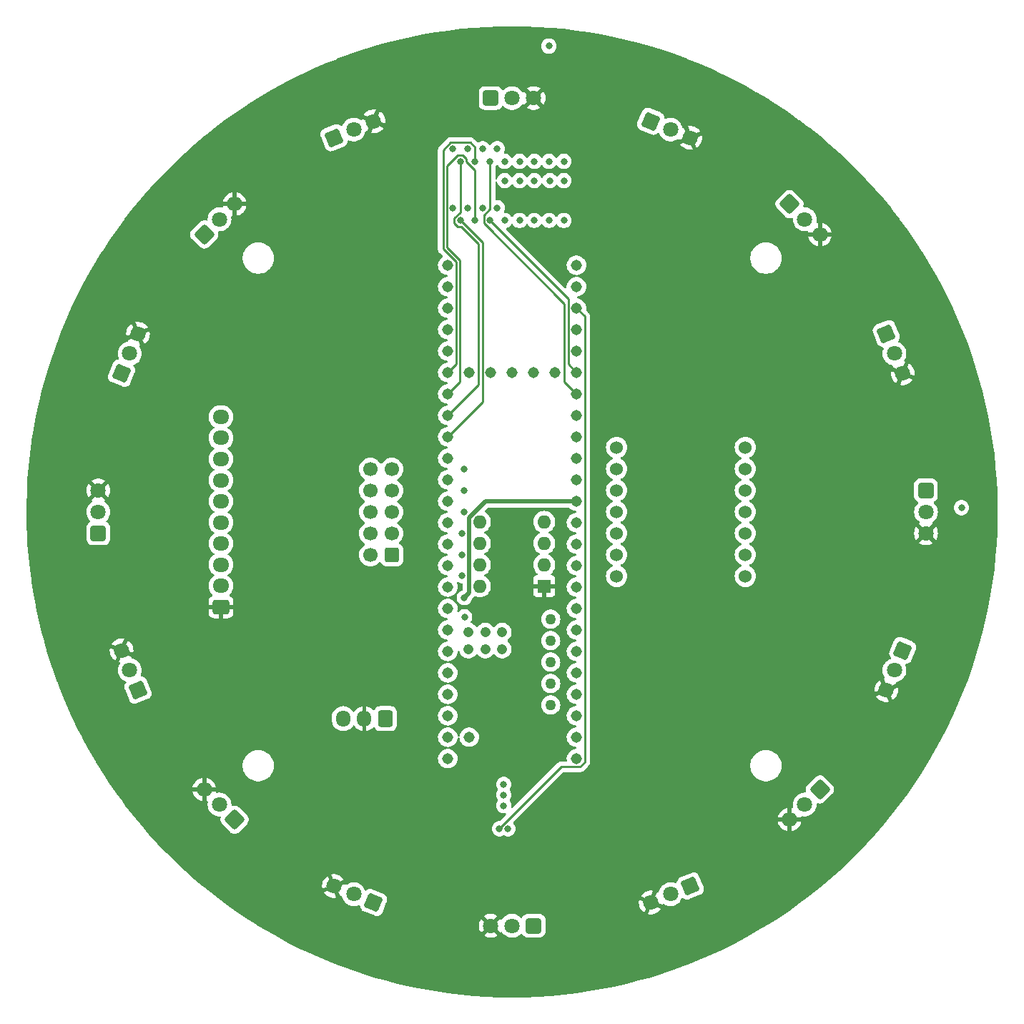
<source format=gbr>
%TF.GenerationSoftware,KiCad,Pcbnew,8.0.1*%
%TF.CreationDate,2024-05-26T22:46:05+09:00*%
%TF.ProjectId,Main-20240325,4d61696e-2d32-4303-9234-303332352e6b,rev?*%
%TF.SameCoordinates,Original*%
%TF.FileFunction,Copper,L2,Inr*%
%TF.FilePolarity,Positive*%
%FSLAX46Y46*%
G04 Gerber Fmt 4.6, Leading zero omitted, Abs format (unit mm)*
G04 Created by KiCad (PCBNEW 8.0.1) date 2024-05-26 22:46:05*
%MOMM*%
%LPD*%
G01*
G04 APERTURE LIST*
G04 Aperture macros list*
%AMRoundRect*
0 Rectangle with rounded corners*
0 $1 Rounding radius*
0 $2 $3 $4 $5 $6 $7 $8 $9 X,Y pos of 4 corners*
0 Add a 4 corners polygon primitive as box body*
4,1,4,$2,$3,$4,$5,$6,$7,$8,$9,$2,$3,0*
0 Add four circle primitives for the rounded corners*
1,1,$1+$1,$2,$3*
1,1,$1+$1,$4,$5*
1,1,$1+$1,$6,$7*
1,1,$1+$1,$8,$9*
0 Add four rect primitives between the rounded corners*
20,1,$1+$1,$2,$3,$4,$5,0*
20,1,$1+$1,$4,$5,$6,$7,0*
20,1,$1+$1,$6,$7,$8,$9,0*
20,1,$1+$1,$8,$9,$2,$3,0*%
G04 Aperture macros list end*
%TA.AperFunction,ComponentPad*%
%ADD10RoundRect,0.250000X0.600000X0.600000X-0.600000X0.600000X-0.600000X-0.600000X0.600000X-0.600000X0*%
%TD*%
%TA.AperFunction,ComponentPad*%
%ADD11C,1.700000*%
%TD*%
%TA.AperFunction,ComponentPad*%
%ADD12C,1.308000*%
%TD*%
%TA.AperFunction,ComponentPad*%
%ADD13C,1.258000*%
%TD*%
%TA.AperFunction,ComponentPad*%
%ADD14C,1.208000*%
%TD*%
%TA.AperFunction,ComponentPad*%
%ADD15R,1.600000X1.600000*%
%TD*%
%TA.AperFunction,ComponentPad*%
%ADD16O,1.600000X1.600000*%
%TD*%
%TA.AperFunction,ComponentPad*%
%ADD17C,1.524000*%
%TD*%
%TA.AperFunction,ComponentPad*%
%ADD18RoundRect,0.250200X0.649800X0.649800X-0.649800X0.649800X-0.649800X-0.649800X0.649800X-0.649800X0*%
%TD*%
%TA.AperFunction,ComponentPad*%
%ADD19C,1.800000*%
%TD*%
%TA.AperFunction,ComponentPad*%
%ADD20RoundRect,0.250200X-0.351669X-0.849005X0.849005X-0.351669X0.351669X0.849005X-0.849005X0.351669X0*%
%TD*%
%TA.AperFunction,ComponentPad*%
%ADD21RoundRect,0.250200X-0.849005X0.351669X-0.351669X-0.849005X0.849005X-0.351669X0.351669X0.849005X0*%
%TD*%
%TA.AperFunction,ComponentPad*%
%ADD22RoundRect,0.250200X0.351669X0.849005X-0.849005X0.351669X-0.351669X-0.849005X0.849005X-0.351669X0*%
%TD*%
%TA.AperFunction,ComponentPad*%
%ADD23RoundRect,0.250000X0.725000X-0.600000X0.725000X0.600000X-0.725000X0.600000X-0.725000X-0.600000X0*%
%TD*%
%TA.AperFunction,ComponentPad*%
%ADD24O,1.950000X1.700000*%
%TD*%
%TA.AperFunction,ComponentPad*%
%ADD25RoundRect,0.250200X0.918956X0.000000X0.000000X0.918956X-0.918956X0.000000X0.000000X-0.918956X0*%
%TD*%
%TA.AperFunction,ComponentPad*%
%ADD26RoundRect,0.250000X0.600000X0.725000X-0.600000X0.725000X-0.600000X-0.725000X0.600000X-0.725000X0*%
%TD*%
%TA.AperFunction,ComponentPad*%
%ADD27O,1.700000X1.950000*%
%TD*%
%TA.AperFunction,ComponentPad*%
%ADD28RoundRect,0.250200X-0.649800X0.649800X-0.649800X-0.649800X0.649800X-0.649800X0.649800X0.649800X0*%
%TD*%
%TA.AperFunction,ComponentPad*%
%ADD29RoundRect,0.250200X-0.918956X0.000000X0.000000X-0.918956X0.918956X0.000000X0.000000X0.918956X0*%
%TD*%
%TA.AperFunction,ComponentPad*%
%ADD30RoundRect,0.250200X0.000000X-0.918956X0.918956X0.000000X0.000000X0.918956X-0.918956X0.000000X0*%
%TD*%
%TA.AperFunction,ComponentPad*%
%ADD31RoundRect,0.250200X-0.849005X-0.351669X0.351669X-0.849005X0.849005X0.351669X-0.351669X0.849005X0*%
%TD*%
%TA.AperFunction,ComponentPad*%
%ADD32RoundRect,0.250200X0.000000X0.918956X-0.918956X0.000000X0.000000X-0.918956X0.918956X0.000000X0*%
%TD*%
%TA.AperFunction,ComponentPad*%
%ADD33RoundRect,0.250200X0.351669X-0.849005X0.849005X0.351669X-0.351669X0.849005X-0.849005X-0.351669X0*%
%TD*%
%TA.AperFunction,ComponentPad*%
%ADD34RoundRect,0.250200X0.849005X-0.351669X0.351669X0.849005X-0.849005X0.351669X-0.351669X-0.849005X0*%
%TD*%
%TA.AperFunction,ComponentPad*%
%ADD35RoundRect,0.250200X-0.649800X-0.649800X0.649800X-0.649800X0.649800X0.649800X-0.649800X0.649800X0*%
%TD*%
%TA.AperFunction,ComponentPad*%
%ADD36RoundRect,0.250200X-0.351669X0.849005X-0.849005X-0.351669X0.351669X-0.849005X0.849005X0.351669X0*%
%TD*%
%TA.AperFunction,ComponentPad*%
%ADD37RoundRect,0.250200X0.849005X0.351669X-0.351669X0.849005X-0.849005X-0.351669X0.351669X-0.849005X0*%
%TD*%
%TA.AperFunction,ComponentPad*%
%ADD38RoundRect,0.250200X0.649800X-0.649800X0.649800X0.649800X-0.649800X0.649800X-0.649800X-0.649800X0*%
%TD*%
%TA.AperFunction,ViaPad*%
%ADD39C,0.800000*%
%TD*%
%TA.AperFunction,Conductor*%
%ADD40C,0.250000*%
%TD*%
%TA.AperFunction,Conductor*%
%ADD41C,0.500000*%
%TD*%
G04 APERTURE END LIST*
D10*
%TO.N,Cam_MISO_RX*%
%TO.C,J4*%
X228752500Y-255555000D03*
D11*
%TO.N,+5V*%
X226212500Y-255555000D03*
%TO.N,Net-(J4-Pin_3)*%
X228752500Y-253015000D03*
%TO.N,Cam_MOSI_TX*%
X226212500Y-253015000D03*
%TO.N,Net-(J4-Pin_5)*%
X228752500Y-250475000D03*
%TO.N,GND*%
X226212500Y-250475000D03*
%TO.N,Net-(J4-Pin_7)*%
X228752500Y-247935000D03*
%TO.N,unconnected-(J4-Pin_8-Pad8)*%
X226212500Y-247935000D03*
%TO.N,Net-(J4-Pin_9)*%
X228752500Y-245395000D03*
%TO.N,unconnected-(J4-Pin_10-Pad10)*%
X226212500Y-245395000D03*
%TD*%
D12*
%TO.N,Line-MD-Main=RX_3.3V*%
%TO.C,U1*%
X250620000Y-277145000D03*
%TO.N,Line-MD-Main=TX_3.3V*%
X250620000Y-274605000D03*
%TO.N,EN-1*%
X250620000Y-272065000D03*
%TO.N,PH-1*%
X250620000Y-269525000D03*
%TO.N,unconnected-(U1-3.3V-Pad3.3V_1)*%
X250620000Y-244125000D03*
%TO.N,unconnected-(U1-3.3V-Pad3.3V_1)_1*%
X235380000Y-274605000D03*
%TO.N,unconnected-(U1-3.3V-Pad3.3V_1)_0*%
X245540000Y-233965000D03*
%TO.N,EN-2*%
X250620000Y-266985000D03*
%TO.N,PH-2*%
X250620000Y-264445000D03*
D13*
%TO.N,unconnected-(U1-Pad5V)*%
X247570000Y-273335000D03*
D12*
%TO.N,EN-3*%
X250620000Y-261905000D03*
%TO.N,Cam-main=RX*%
X250620000Y-259365000D03*
%TO.N,Cam-main=TX*%
X250620000Y-256825000D03*
%TO.N,PH-3*%
X250620000Y-254285000D03*
%TO.N,Cam_SS*%
X250620000Y-251745000D03*
%TO.N,MOSI*%
X250620000Y-249205000D03*
%TO.N,MISO*%
X250620000Y-246665000D03*
%TO.N,SCK*%
X235380000Y-246665000D03*
%TO.N,ball01*%
X235380000Y-249205000D03*
%TO.N,ball02*%
X235380000Y-251745000D03*
%TO.N,ball03*%
X235380000Y-254285000D03*
%TO.N,ball04*%
X235380000Y-256825000D03*
%TO.N,ball05*%
X235380000Y-259365000D03*
%TO.N,ball06*%
X235380000Y-261905000D03*
%TO.N,ball07*%
X235380000Y-264445000D03*
%TO.N,ball08*%
X235380000Y-266985000D03*
%TO.N,ball09*%
X235380000Y-269525000D03*
%TO.N,ball10*%
X235380000Y-272065000D03*
%TO.N,SCL*%
X250620000Y-241585000D03*
%TO.N,SDA*%
X250620000Y-239045000D03*
%TO.N,ball11*%
X250620000Y-236505000D03*
%TO.N,ball12*%
X250620000Y-233965000D03*
%TO.N,EN-4*%
X250620000Y-231425000D03*
%TO.N,PH-4*%
X250620000Y-228885000D03*
%TO.N,KickerSignal-main*%
X250620000Y-226345000D03*
%TO.N,unconnected-(U1-CTX3-Pad31)*%
X250620000Y-223805000D03*
%TO.N,SW-TAC-5*%
X250620000Y-221265000D03*
%TO.N,BUZZER*%
X235380000Y-221265000D03*
%TO.N,SW-TAC-4*%
X235380000Y-223805000D03*
%TO.N,SW-TAC-3*%
X235380000Y-226345000D03*
%TO.N,SW-TAC-2*%
X235380000Y-228885000D03*
%TO.N,SW-TAC-1*%
X235380000Y-231425000D03*
%TO.N,ball13*%
X235380000Y-233965000D03*
%TO.N,ball14*%
X235380000Y-236505000D03*
%TO.N,ball15*%
X235380000Y-239045000D03*
%TO.N,ball16*%
X235380000Y-241585000D03*
D13*
%TO.N,unconnected-(U1-PadD+)*%
X247570000Y-268255000D03*
%TO.N,unconnected-(U1-PadD-)*%
X247570000Y-270795000D03*
D12*
%TO.N,GND*%
X250620000Y-279685000D03*
X235380000Y-244125000D03*
X235380000Y-277145000D03*
X243000000Y-233965000D03*
D14*
X239830000Y-264715000D03*
%TO.N,unconnected-(U1-PadLED)*%
X239830000Y-266715000D03*
D12*
%TO.N,unconnected-(U1-PadON{slash}OFF)*%
X237920000Y-233965000D03*
%TO.N,unconnected-(U1-PadPROGRAM)*%
X240460000Y-233965000D03*
D14*
%TO.N,unconnected-(U1-PadR+)*%
X237830000Y-266715000D03*
%TO.N,unconnected-(U1-PadR-)*%
X237830000Y-264715000D03*
%TO.N,unconnected-(U1-PadT+)*%
X241830000Y-264715000D03*
%TO.N,unconnected-(U1-PadT-)*%
X241830000Y-266715000D03*
D13*
%TO.N,GND*%
X247570000Y-265715000D03*
X247570000Y-263175000D03*
D12*
%TO.N,unconnected-(U1-PadVBAT)*%
X248080000Y-233965000D03*
%TO.N,+5V*%
X235380000Y-279685000D03*
%TO.N,unconnected-(U1-PadVUSB)*%
X237920000Y-277145000D03*
%TD*%
D15*
%TO.N,+3.3V*%
%TO.C,U3*%
X246800000Y-259275000D03*
D16*
%TO.N,GND*%
X246800000Y-256735000D03*
%TO.N,SDA*%
X246800000Y-254195000D03*
%TO.N,SCL*%
X246800000Y-251655000D03*
%TO.N,unconnected-(U3-RESET-Pad5)*%
X239180000Y-251655000D03*
%TO.N,unconnected-(U3-INT-Pad6)*%
X239180000Y-254195000D03*
%TO.N,GND*%
X239180000Y-256735000D03*
%TO.N,unconnected-(U3-VOUT-Pad8)*%
X239180000Y-259275000D03*
%TD*%
D17*
%TO.N,NeoPixel_PWM*%
%TO.C,U2*%
X255380000Y-242855000D03*
%TO.N,ball01k*%
X255380000Y-245395000D03*
%TO.N,ball02k*%
X255380000Y-247935000D03*
%TO.N,unconnected-(U2-A3_D3-Pad4)*%
X255380000Y-250475000D03*
%TO.N,SDA*%
X255380000Y-253015000D03*
%TO.N,SCL*%
X255380000Y-255555000D03*
%TO.N,unconnected-(U2-TX_D6-Pad7)*%
X255380000Y-258095000D03*
%TO.N,unconnected-(R5-Pad2)*%
X270620000Y-258095000D03*
%TO.N,unconnected-(U2-SCK_D8-Pad9)*%
X270620000Y-255555000D03*
%TO.N,unconnected-(U2-MISO_D9-Pad10)*%
X270620000Y-253015000D03*
%TO.N,unconnected-(U2-MOSI_D10-Pad11)*%
X270620000Y-250475000D03*
%TO.N,unconnected-(U2-3V3-Pad12)*%
X270620000Y-247935000D03*
%TO.N,GND*%
X270620000Y-245395000D03*
%TO.N,+5V*%
X270620000Y-242855000D03*
%TD*%
D18*
%TO.N,Net-(U12-OUT)*%
%TO.C,U12*%
X245540000Y-299475000D03*
D19*
%TO.N,GND*%
X243000000Y-299475000D03*
%TO.N,+3.3V*%
X240460000Y-299475000D03*
%TD*%
D20*
%TO.N,Net-(U5-OUT)*%
%TO.C,U5*%
X221901857Y-206176918D03*
D19*
%TO.N,GND*%
X224248511Y-205204902D03*
%TO.N,+3.3V*%
X226595165Y-204232886D03*
%TD*%
D21*
%TO.N,Net-(U17-OUT)*%
%TO.C,U17*%
X287298081Y-229376857D03*
D19*
%TO.N,GND*%
X288270097Y-231723511D03*
%TO.N,+3.3V*%
X289242113Y-234070165D03*
%TD*%
D22*
%TO.N,Net-(U13-OUT)*%
%TO.C,U13*%
X264098142Y-294773081D03*
D19*
%TO.N,GND*%
X261751488Y-295745097D03*
%TO.N,+3.3V*%
X259404834Y-296717113D03*
%TD*%
D23*
%TO.N,+3.3V*%
%TO.C,J1*%
X208525000Y-261725000D03*
D24*
%TO.N,GND*%
X208525000Y-259225000D03*
%TO.N,SW-TAC-1*%
X208525000Y-256725000D03*
%TO.N,SW-TAC-2*%
X208525000Y-254225000D03*
%TO.N,SW-TAC-3*%
X208525000Y-251725000D03*
%TO.N,SW-TAC-4*%
X208525000Y-249225000D03*
%TO.N,SW-TAC-5*%
X208525000Y-246725000D03*
%TO.N,SDA*%
X208525000Y-244225000D03*
%TO.N,SCL*%
X208525000Y-241725000D03*
%TO.N,BUZZER*%
X208525000Y-239225000D03*
%TD*%
D25*
%TO.N,Net-(U10-OUT)*%
%TO.C,U10*%
X210147818Y-286919283D03*
D19*
%TO.N,GND*%
X208351767Y-285123232D03*
%TO.N,+3.3V*%
X206555716Y-283327181D03*
%TD*%
D26*
%TO.N,+5V*%
%TO.C,J2*%
X228000000Y-274950000D03*
D27*
%TO.N,+3.3V*%
X225500000Y-274950000D03*
%TO.N,GND*%
X223000000Y-274950000D03*
%TD*%
D28*
%TO.N,Net-(U16-OUT)*%
%TO.C,U16*%
X292000000Y-247935000D03*
D19*
%TO.N,GND*%
X292000000Y-250475000D03*
%TO.N,+3.3V*%
X292000000Y-253015000D03*
%TD*%
D29*
%TO.N,Net-(U18-OUT)*%
%TO.C,U18*%
X275852181Y-214030716D03*
D19*
%TO.N,GND*%
X277648232Y-215826767D03*
%TO.N,+3.3V*%
X279444283Y-217622818D03*
%TD*%
D30*
%TO.N,Net-(U6-OUT)*%
%TO.C,U6*%
X206555716Y-217622818D03*
D19*
%TO.N,GND*%
X208351767Y-215826767D03*
%TO.N,+3.3V*%
X210147818Y-214030716D03*
%TD*%
D31*
%TO.N,Net-(U19-OUT)*%
%TO.C,U19*%
X259404834Y-204232886D03*
D19*
%TO.N,GND*%
X261751488Y-205204902D03*
%TO.N,+3.3V*%
X264098142Y-206176918D03*
%TD*%
D32*
%TO.N,Net-(U14-OUT)*%
%TO.C,U14*%
X279444283Y-283327181D03*
D19*
%TO.N,GND*%
X277648232Y-285123232D03*
%TO.N,+3.3V*%
X275852181Y-286919283D03*
%TD*%
D33*
%TO.N,Net-(U7-OUT)*%
%TO.C,U7*%
X196757886Y-234070165D03*
D19*
%TO.N,GND*%
X197729902Y-231723511D03*
%TO.N,+3.3V*%
X198701918Y-229376857D03*
%TD*%
D34*
%TO.N,Net-(U9-OUT)*%
%TO.C,U9*%
X198701918Y-271573142D03*
D19*
%TO.N,GND*%
X197729902Y-269226488D03*
%TO.N,+3.3V*%
X196757886Y-266879834D03*
%TD*%
D35*
%TO.N,Net-(U4-OUT)*%
%TO.C,U4*%
X240460000Y-201475000D03*
D19*
%TO.N,GND*%
X243000000Y-201475000D03*
%TO.N,+3.3V*%
X245540000Y-201475000D03*
%TD*%
D36*
%TO.N,Net-(U15-OUT)*%
%TO.C,U15*%
X289242113Y-266879834D03*
D19*
%TO.N,GND*%
X288270097Y-269226488D03*
%TO.N,+3.3V*%
X287298081Y-271573142D03*
%TD*%
D37*
%TO.N,Net-(U11-OUT)*%
%TO.C,U11*%
X226595165Y-296717113D03*
D19*
%TO.N,GND*%
X224248511Y-295745097D03*
%TO.N,+3.3V*%
X221901857Y-294773081D03*
%TD*%
D38*
%TO.N,Net-(U8-OUT)*%
%TO.C,U8*%
X194000000Y-253015000D03*
D19*
%TO.N,GND*%
X194000000Y-250475000D03*
%TO.N,+3.3V*%
X194000000Y-247935000D03*
%TD*%
D39*
%TO.N,KickerSignal-main*%
X241500000Y-288000000D03*
%TO.N,Line-MD-Main=TX_3.3V*%
X242000000Y-282750000D03*
%TO.N,Line-MD-Main=RX_3.3V*%
X242000000Y-284000000D03*
%TO.N,ball02k*%
X242000000Y-285250000D03*
%TO.N,ball01k*%
X242500000Y-288000000D03*
%TO.N,GND*%
X243875000Y-211250000D03*
X245625000Y-211250000D03*
X247475000Y-211250000D03*
X242125000Y-211250000D03*
X249125000Y-211250000D03*
%TO.N,+5V*%
X296200000Y-249975000D03*
%TO.N,+3.3V*%
X262245000Y-258095000D03*
%TO.N,ball01*%
X249125000Y-208975000D03*
%TO.N,ball02*%
X249125000Y-215975000D03*
%TO.N,ball03*%
X247375000Y-208975000D03*
%TO.N,ball04*%
X247375000Y-215975000D03*
%TO.N,ball05*%
X245625000Y-208975000D03*
%TO.N,ball06*%
X245625000Y-215975000D03*
%TO.N,ball07*%
X243875000Y-208975000D03*
%TO.N,ball08*%
X243875000Y-215975000D03*
%TO.N,ball09*%
X242125000Y-208975000D03*
%TO.N,ball10*%
X242125000Y-215975000D03*
%TO.N,ball11*%
X240375000Y-208975000D03*
%TO.N,ball12*%
X240375000Y-215975000D03*
%TO.N,ball13*%
X238625000Y-208975000D03*
%TO.N,ball14*%
X238625000Y-215975000D03*
%TO.N,ball15*%
X236875000Y-208975000D03*
%TO.N,ball16*%
X236875000Y-215975000D03*
%TO.N,SDA*%
X237332500Y-245395000D03*
%TO.N,SCL*%
X237332500Y-250475000D03*
%TO.N,SCK*%
X237080000Y-253015000D03*
%TO.N,Cam_SS*%
X237332500Y-247935000D03*
%TO.N,MISO*%
X237080000Y-255600000D03*
%TO.N,Cam-main=TX*%
X237080000Y-258025000D03*
%TO.N,MOSI*%
X237332500Y-260635000D03*
%TO.N,Cam-main=RX*%
X237375000Y-262900000D03*
%TO.N,Net-(U12-OUT)*%
X241250000Y-207475000D03*
%TO.N,Net-(U13-OUT)*%
X241250000Y-214475000D03*
%TO.N,Net-(U14-OUT)*%
X239500000Y-207475000D03*
%TO.N,Net-(U15-OUT)*%
X239500000Y-214475000D03*
%TO.N,Net-(U16-OUT)*%
X237750000Y-207475000D03*
%TO.N,Net-(U17-OUT)*%
X237750000Y-214475000D03*
%TO.N,Net-(U18-OUT)*%
X236000000Y-207475000D03*
%TO.N,Net-(U19-OUT)*%
X236000000Y-214475000D03*
%TO.N,NeoPixel_PWM*%
X247350000Y-195325000D03*
%TD*%
D40*
%TO.N,KickerSignal-main*%
X251599000Y-227324000D02*
X250620000Y-226345000D01*
X251025516Y-280664000D02*
X251599000Y-280090516D01*
X241500000Y-287974695D02*
X248810695Y-280664000D01*
X248810695Y-280664000D02*
X251025516Y-280664000D01*
X251599000Y-280090516D02*
X251599000Y-227324000D01*
X241500000Y-288000000D02*
X241500000Y-287974695D01*
%TO.N,ball11*%
X239650000Y-216275305D02*
X239650000Y-215350305D01*
X239650000Y-215350305D02*
X240375000Y-214625305D01*
X240375000Y-214625305D02*
X240375000Y-208975000D01*
X250620000Y-236505000D02*
X249191000Y-235076000D01*
X249191000Y-235076000D02*
X249191000Y-225816305D01*
X249191000Y-225816305D02*
X239650000Y-216275305D01*
%TO.N,ball12*%
X249641000Y-225241000D02*
X249641000Y-232986000D01*
X240375000Y-215975000D02*
X249641000Y-225241000D01*
X249641000Y-232986000D02*
X250620000Y-233965000D01*
%TO.N,ball13*%
X238625000Y-207324695D02*
X238625000Y-208975000D01*
X236359000Y-220859484D02*
X234825000Y-219325484D01*
X236359000Y-232986000D02*
X236359000Y-220859484D01*
X234825000Y-207624695D02*
X235699695Y-206750000D01*
X238050305Y-206750000D02*
X238625000Y-207324695D01*
X235699695Y-206750000D02*
X238050305Y-206750000D01*
X235380000Y-233965000D02*
X236359000Y-232986000D01*
X234825000Y-219325484D02*
X234825000Y-207624695D01*
%TO.N,ball14*%
X237600000Y-208674695D02*
X237175305Y-208250000D01*
X238625000Y-215975000D02*
X238625000Y-210050000D01*
X237175305Y-208250000D02*
X236574695Y-208250000D01*
X237600000Y-209025000D02*
X237600000Y-208674695D01*
X236574695Y-208250000D02*
X235275000Y-209549695D01*
X236809000Y-220673088D02*
X236809000Y-235076000D01*
X236809000Y-235076000D02*
X235380000Y-236505000D01*
X235275000Y-209549695D02*
X235275000Y-219139088D01*
X238625000Y-210050000D02*
X237600000Y-209025000D01*
X235275000Y-219139088D02*
X236809000Y-220673088D01*
%TO.N,ball15*%
X236150000Y-216275305D02*
X236574695Y-216700000D01*
X236850000Y-214974695D02*
X236150000Y-215674695D01*
X239031000Y-235394000D02*
X235380000Y-239045000D01*
X236963604Y-216700000D02*
X239031000Y-218767396D01*
X236574695Y-216700000D02*
X236963604Y-216700000D01*
X236875000Y-208975000D02*
X236850000Y-209000000D01*
X236150000Y-215674695D02*
X236150000Y-216275305D01*
X239031000Y-218767396D02*
X239031000Y-235394000D01*
X236850000Y-209000000D02*
X236850000Y-214974695D01*
%TO.N,ball16*%
X239481000Y-218581000D02*
X236875000Y-215975000D01*
X239481000Y-237484000D02*
X239481000Y-218581000D01*
X235380000Y-241585000D02*
X239481000Y-237484000D01*
D41*
%TO.N,MOSI*%
X237332500Y-260635000D02*
X237930000Y-260037500D01*
X237930000Y-251137233D02*
X239862233Y-249205000D01*
X239862233Y-249205000D02*
X250620000Y-249205000D01*
X237930000Y-260037500D02*
X237930000Y-251137233D01*
%TD*%
%TA.AperFunction,Conductor*%
%TO.N,+3.3V*%
G36*
X243190597Y-192975011D02*
G01*
X244516248Y-192992510D01*
X244519492Y-192992595D01*
X246033128Y-193052567D01*
X246036316Y-193052735D01*
X247547799Y-193152638D01*
X247551054Y-193152896D01*
X249059373Y-193292662D01*
X249062555Y-193293000D01*
X250566717Y-193472540D01*
X250569868Y-193472958D01*
X252068752Y-193692138D01*
X252071889Y-193692639D01*
X253564478Y-193951310D01*
X253567662Y-193951905D01*
X255052858Y-194249878D01*
X255055947Y-194250540D01*
X256532821Y-194587627D01*
X256535895Y-194588371D01*
X257973676Y-194956722D01*
X258003345Y-194964323D01*
X258006505Y-194965178D01*
X259463379Y-195379694D01*
X259466516Y-195380631D01*
X260912018Y-195833484D01*
X260915126Y-195834503D01*
X262348141Y-196325345D01*
X262351151Y-196326420D01*
X263770834Y-196854965D01*
X263773793Y-196856112D01*
X265178929Y-197421907D01*
X265181912Y-197423153D01*
X266571683Y-198025868D01*
X266574575Y-198027168D01*
X267909004Y-198648231D01*
X267947928Y-198666347D01*
X267950878Y-198667768D01*
X269306835Y-199342954D01*
X269309681Y-199344418D01*
X270647376Y-200055181D01*
X270650211Y-200056735D01*
X271883988Y-200754653D01*
X271968696Y-200802570D01*
X271971523Y-200804220D01*
X273269760Y-201584539D01*
X273272543Y-201586262D01*
X273652557Y-201828553D01*
X274549785Y-202400612D01*
X274552480Y-202402381D01*
X275732528Y-203199341D01*
X275807787Y-203250168D01*
X275810468Y-203252030D01*
X276936609Y-204056671D01*
X277042948Y-204132651D01*
X277045574Y-204134580D01*
X277874552Y-204760595D01*
X278254378Y-205047426D01*
X278256964Y-205049433D01*
X279441228Y-205993853D01*
X279443760Y-205995927D01*
X280602720Y-206971309D01*
X280605196Y-206973450D01*
X281737959Y-207979046D01*
X281740379Y-207981252D01*
X282846218Y-209016412D01*
X282848578Y-209018680D01*
X283343604Y-209507214D01*
X283860582Y-210017413D01*
X283926725Y-210082688D01*
X283929018Y-210085012D01*
X284928757Y-211125146D01*
X284978691Y-211177097D01*
X284980916Y-211179474D01*
X285225538Y-211447812D01*
X286001403Y-212298896D01*
X286003576Y-212301344D01*
X286994133Y-213447283D01*
X286996238Y-213449784D01*
X287818635Y-214453565D01*
X287956241Y-214621520D01*
X287958274Y-214624071D01*
X288128401Y-214843277D01*
X288886976Y-215820693D01*
X288888949Y-215823305D01*
X289785756Y-217044047D01*
X289787659Y-217046710D01*
X290651935Y-218290707D01*
X290653767Y-218293420D01*
X291188364Y-219107968D01*
X291450861Y-219507928D01*
X291484886Y-219559770D01*
X291486643Y-219562526D01*
X291645081Y-219818412D01*
X292284071Y-220850416D01*
X292285757Y-220853222D01*
X293048877Y-222161656D01*
X293050489Y-222164505D01*
X293778829Y-223492670D01*
X293780365Y-223495561D01*
X294473382Y-224842471D01*
X294474841Y-224845401D01*
X295132070Y-226210151D01*
X295133451Y-226213119D01*
X295754412Y-227594711D01*
X295755715Y-227597715D01*
X296339993Y-228995227D01*
X296341216Y-228998263D01*
X296888415Y-230410744D01*
X296889557Y-230413812D01*
X297399277Y-231840241D01*
X297400337Y-231843338D01*
X297872205Y-233282657D01*
X297873184Y-233285781D01*
X298306914Y-234737124D01*
X298307810Y-234740272D01*
X298703077Y-236202551D01*
X298703889Y-236205722D01*
X299060405Y-237677874D01*
X299061134Y-237681065D01*
X299378680Y-239162176D01*
X299379324Y-239165386D01*
X299657657Y-240654336D01*
X299658216Y-240657562D01*
X299897153Y-242153371D01*
X299897626Y-242156610D01*
X300096989Y-243658155D01*
X300097377Y-243661405D01*
X300257036Y-245167710D01*
X300257338Y-245170969D01*
X300377181Y-246680963D01*
X300377397Y-246684230D01*
X300457337Y-248196851D01*
X300457467Y-248200122D01*
X300497457Y-249714582D01*
X300497499Y-249717446D01*
X300499998Y-250474591D01*
X300499998Y-250475409D01*
X300497499Y-251232553D01*
X300497457Y-251235417D01*
X300457467Y-252749877D01*
X300457337Y-252753148D01*
X300377397Y-254265769D01*
X300377181Y-254269036D01*
X300257338Y-255779030D01*
X300257036Y-255782289D01*
X300097377Y-257288594D01*
X300096989Y-257291844D01*
X299897626Y-258793389D01*
X299897153Y-258796628D01*
X299658216Y-260292437D01*
X299657657Y-260295663D01*
X299379324Y-261784613D01*
X299378680Y-261787823D01*
X299061134Y-263268934D01*
X299060405Y-263272125D01*
X298703889Y-264744277D01*
X298703077Y-264747448D01*
X298307810Y-266209727D01*
X298306914Y-266212875D01*
X297873184Y-267664218D01*
X297872205Y-267667342D01*
X297400337Y-269106661D01*
X297399277Y-269109758D01*
X296889557Y-270536187D01*
X296888415Y-270539255D01*
X296341216Y-271951736D01*
X296339993Y-271954772D01*
X295755715Y-273352284D01*
X295754412Y-273355288D01*
X295133451Y-274736880D01*
X295132070Y-274739848D01*
X294474841Y-276104598D01*
X294473382Y-276107528D01*
X293780365Y-277454438D01*
X293778829Y-277457329D01*
X293050489Y-278785494D01*
X293048877Y-278788343D01*
X292285757Y-280096777D01*
X292284071Y-280099583D01*
X291486646Y-281387469D01*
X291484886Y-281390229D01*
X290653767Y-282656579D01*
X290651935Y-282659292D01*
X289787659Y-283903289D01*
X289785756Y-283905952D01*
X288888949Y-285126694D01*
X288886976Y-285129306D01*
X287958282Y-286325919D01*
X287956241Y-286328479D01*
X286996241Y-287500212D01*
X286994133Y-287502716D01*
X286003576Y-288648655D01*
X286001403Y-288651103D01*
X284980928Y-289770512D01*
X284978691Y-289772902D01*
X283929024Y-290864981D01*
X283926725Y-290867311D01*
X282848578Y-291931319D01*
X282846218Y-291933587D01*
X281740379Y-292968747D01*
X281737959Y-292970953D01*
X280605196Y-293976549D01*
X280602720Y-293978690D01*
X279443760Y-294954072D01*
X279441228Y-294956146D01*
X278256964Y-295900566D01*
X278254378Y-295902573D01*
X277045586Y-296815410D01*
X277042948Y-296817348D01*
X275810476Y-297697963D01*
X275807787Y-297699831D01*
X274552501Y-298547604D01*
X274549764Y-298549400D01*
X273272543Y-299363737D01*
X273269760Y-299365460D01*
X271971523Y-300145779D01*
X271968696Y-300147429D01*
X270650229Y-300893254D01*
X270647358Y-300894828D01*
X269309713Y-301605564D01*
X269306803Y-301607061D01*
X267950878Y-302282231D01*
X267947928Y-302283652D01*
X266574622Y-302922810D01*
X266571636Y-302924152D01*
X265181930Y-303526838D01*
X265178910Y-303528100D01*
X263773840Y-304093869D01*
X263770788Y-304095052D01*
X262351187Y-304623566D01*
X262348104Y-304624667D01*
X260915128Y-305115495D01*
X260912018Y-305116515D01*
X259466516Y-305569368D01*
X259463379Y-305570305D01*
X258006505Y-305984821D01*
X258003345Y-305985676D01*
X256535948Y-306361615D01*
X256532767Y-306362385D01*
X255056002Y-306699447D01*
X255052801Y-306700133D01*
X253567679Y-306998090D01*
X253564461Y-306998692D01*
X252071936Y-307257352D01*
X252068704Y-307257868D01*
X250569915Y-307477034D01*
X250566670Y-307477465D01*
X249062592Y-307656995D01*
X249059336Y-307657340D01*
X247551058Y-307797102D01*
X247547795Y-307797361D01*
X246036357Y-307897261D01*
X246033088Y-307897434D01*
X244519506Y-307957403D01*
X244516234Y-307957489D01*
X243190597Y-307974989D01*
X243188960Y-307975000D01*
X242811040Y-307975000D01*
X242809403Y-307974989D01*
X241483765Y-307957489D01*
X241480493Y-307957403D01*
X239966911Y-307897434D01*
X239963642Y-307897261D01*
X238452204Y-307797361D01*
X238448941Y-307797102D01*
X236940663Y-307657340D01*
X236937407Y-307656995D01*
X235433329Y-307477465D01*
X235430084Y-307477034D01*
X233931295Y-307257868D01*
X233928063Y-307257352D01*
X232435538Y-306998692D01*
X232432320Y-306998090D01*
X230947198Y-306700133D01*
X230943997Y-306699447D01*
X229467232Y-306362385D01*
X229464051Y-306361615D01*
X227996654Y-305985676D01*
X227993494Y-305984821D01*
X226536620Y-305570305D01*
X226533483Y-305569368D01*
X225087981Y-305116515D01*
X225084871Y-305115495D01*
X223651895Y-304624667D01*
X223648812Y-304623566D01*
X222229211Y-304095052D01*
X222226159Y-304093869D01*
X220821089Y-303528100D01*
X220818069Y-303526838D01*
X219428363Y-302924152D01*
X219425377Y-302922810D01*
X218052071Y-302283652D01*
X218049121Y-302282231D01*
X216693196Y-301607061D01*
X216690286Y-301605564D01*
X215352641Y-300894828D01*
X215349770Y-300893254D01*
X214031303Y-300147429D01*
X214028476Y-300145779D01*
X212912492Y-299475005D01*
X239055202Y-299475005D01*
X239074361Y-299706218D01*
X239131317Y-299931135D01*
X239224515Y-300143606D01*
X239308812Y-300272633D01*
X240017861Y-299563584D01*
X240040667Y-299648694D01*
X240099910Y-299751306D01*
X240183694Y-299835090D01*
X240286306Y-299894333D01*
X240371414Y-299917138D01*
X239661201Y-300627351D01*
X239691649Y-300651050D01*
X239895697Y-300761476D01*
X239895706Y-300761479D01*
X240115139Y-300836811D01*
X240343993Y-300875000D01*
X240576007Y-300875000D01*
X240804860Y-300836811D01*
X241024293Y-300761479D01*
X241024301Y-300761476D01*
X241228355Y-300651047D01*
X241258797Y-300627351D01*
X241258798Y-300627350D01*
X240548585Y-299917137D01*
X240633694Y-299894333D01*
X240736306Y-299835090D01*
X240820090Y-299751306D01*
X240879333Y-299648694D01*
X240902138Y-299563585D01*
X241611185Y-300272632D01*
X241625891Y-300250125D01*
X241679037Y-300204768D01*
X241748268Y-300195344D01*
X241811604Y-300224846D01*
X241833508Y-300250123D01*
X241891021Y-300338153D01*
X242048216Y-300508913D01*
X242048219Y-300508915D01*
X242048222Y-300508918D01*
X242231365Y-300651464D01*
X242231371Y-300651468D01*
X242231374Y-300651470D01*
X242353697Y-300717668D01*
X242434652Y-300761479D01*
X242435497Y-300761936D01*
X242549487Y-300801068D01*
X242655015Y-300837297D01*
X242655017Y-300837297D01*
X242655019Y-300837298D01*
X242883951Y-300875500D01*
X242883952Y-300875500D01*
X243116048Y-300875500D01*
X243116049Y-300875500D01*
X243344981Y-300837298D01*
X243564503Y-300761936D01*
X243768626Y-300651470D01*
X243769170Y-300651047D01*
X243843002Y-300593581D01*
X243951784Y-300508913D01*
X244016577Y-300438528D01*
X244076460Y-300402540D01*
X244146298Y-300404639D01*
X244203915Y-300444163D01*
X244213338Y-300457409D01*
X244297330Y-300593581D01*
X244421419Y-300717670D01*
X244570780Y-300809797D01*
X244653771Y-300837297D01*
X244737361Y-300864996D01*
X244774236Y-300868763D01*
X244840174Y-300875500D01*
X244840178Y-300875500D01*
X246239822Y-300875500D01*
X246239826Y-300875500D01*
X246342638Y-300864996D01*
X246509220Y-300809797D01*
X246658581Y-300717670D01*
X246782670Y-300593581D01*
X246874797Y-300444220D01*
X246929996Y-300277638D01*
X246940500Y-300174826D01*
X246940500Y-298775174D01*
X246929996Y-298672362D01*
X246874797Y-298505780D01*
X246782670Y-298356419D01*
X246658581Y-298232330D01*
X246509220Y-298140203D01*
X246509217Y-298140202D01*
X246342638Y-298085003D01*
X246239833Y-298074500D01*
X246239826Y-298074500D01*
X244840174Y-298074500D01*
X244840166Y-298074500D01*
X244737361Y-298085003D01*
X244570782Y-298140202D01*
X244570777Y-298140204D01*
X244421417Y-298232331D01*
X244297330Y-298356418D01*
X244297327Y-298356422D01*
X244213342Y-298492583D01*
X244161394Y-298539308D01*
X244092432Y-298550529D01*
X244028350Y-298522686D01*
X244016581Y-298511476D01*
X243951784Y-298441087D01*
X243951779Y-298441083D01*
X243951777Y-298441081D01*
X243768634Y-298298535D01*
X243768628Y-298298531D01*
X243564504Y-298188064D01*
X243564495Y-298188061D01*
X243344984Y-298112702D01*
X243173282Y-298084050D01*
X243116049Y-298074500D01*
X242883951Y-298074500D01*
X242838164Y-298082140D01*
X242655015Y-298112702D01*
X242435504Y-298188061D01*
X242435495Y-298188064D01*
X242231371Y-298298531D01*
X242231365Y-298298535D01*
X242048222Y-298441081D01*
X242048219Y-298441084D01*
X242048216Y-298441086D01*
X242048216Y-298441087D01*
X241948508Y-298549400D01*
X241891015Y-298611854D01*
X241833509Y-298699874D01*
X241780363Y-298745230D01*
X241711132Y-298754654D01*
X241647796Y-298725152D01*
X241625892Y-298699874D01*
X241611186Y-298677365D01*
X240902137Y-299386414D01*
X240879333Y-299301306D01*
X240820090Y-299198694D01*
X240736306Y-299114910D01*
X240633694Y-299055667D01*
X240548584Y-299032861D01*
X241258797Y-298322647D01*
X241258797Y-298322645D01*
X241228360Y-298298955D01*
X241228354Y-298298951D01*
X241024302Y-298188523D01*
X241024293Y-298188520D01*
X240804860Y-298113188D01*
X240576007Y-298075000D01*
X240343993Y-298075000D01*
X240115139Y-298113188D01*
X239895706Y-298188520D01*
X239895697Y-298188523D01*
X239691650Y-298298949D01*
X239661200Y-298322647D01*
X240371415Y-299032861D01*
X240286306Y-299055667D01*
X240183694Y-299114910D01*
X240099910Y-299198694D01*
X240040667Y-299301306D01*
X240017861Y-299386415D01*
X239308811Y-298677365D01*
X239224516Y-298806390D01*
X239131317Y-299018864D01*
X239074361Y-299243781D01*
X239055202Y-299474994D01*
X239055202Y-299475005D01*
X212912492Y-299475005D01*
X212730239Y-299365460D01*
X212727456Y-299363737D01*
X211450235Y-298549400D01*
X211447498Y-298547604D01*
X210192212Y-297699831D01*
X210189523Y-297697963D01*
X208957051Y-296817348D01*
X208954413Y-296815410D01*
X207745621Y-295902573D01*
X207743035Y-295900566D01*
X206558771Y-294956146D01*
X206556239Y-294954072D01*
X206341189Y-294773086D01*
X220497059Y-294773086D01*
X220516218Y-295004299D01*
X220532750Y-295069584D01*
X221459380Y-294685760D01*
X221451857Y-294713837D01*
X221451857Y-294832325D01*
X221482524Y-294946775D01*
X221541767Y-295049387D01*
X221625551Y-295133171D01*
X221650719Y-295147702D01*
X220724858Y-295531206D01*
X220724858Y-295531207D01*
X220793271Y-295635923D01*
X220950415Y-295806626D01*
X220950419Y-295806629D01*
X221133501Y-295949128D01*
X221133505Y-295949131D01*
X221337554Y-296059557D01*
X221337563Y-296059560D01*
X221556996Y-296134892D01*
X221785850Y-296173081D01*
X222017863Y-296173081D01*
X222198660Y-296142910D01*
X221814538Y-295215558D01*
X221842613Y-295223081D01*
X221961101Y-295223081D01*
X222075551Y-295192414D01*
X222178163Y-295133171D01*
X222261947Y-295049387D01*
X222276477Y-295024218D01*
X222661534Y-295953824D01*
X222661535Y-295953824D01*
X222670202Y-295949134D01*
X222675184Y-295945257D01*
X222740176Y-295919610D01*
X222808717Y-295933171D01*
X222859046Y-295981636D01*
X222871560Y-296012665D01*
X222919353Y-296201397D01*
X223012586Y-296413945D01*
X223139527Y-296608244D01*
X223139530Y-296608248D01*
X223139532Y-296608250D01*
X223296727Y-296779010D01*
X223296730Y-296779012D01*
X223296733Y-296779015D01*
X223479876Y-296921561D01*
X223479882Y-296921565D01*
X223479885Y-296921567D01*
X223596864Y-296984873D01*
X223682106Y-297031004D01*
X223684008Y-297032033D01*
X223797998Y-297071165D01*
X223903526Y-297107394D01*
X223903528Y-297107394D01*
X223903530Y-297107395D01*
X224132462Y-297145597D01*
X224132463Y-297145597D01*
X224364559Y-297145597D01*
X224364560Y-297145597D01*
X224593492Y-297107395D01*
X224813014Y-297032033D01*
X224813028Y-297032025D01*
X224817712Y-297029972D01*
X224818164Y-297031004D01*
X224881117Y-297017544D01*
X224946494Y-297042194D01*
X224988165Y-297098277D01*
X224994246Y-297121442D01*
X225019023Y-297274993D01*
X225019025Y-297275001D01*
X225086182Y-297437129D01*
X225188916Y-297579398D01*
X225188917Y-297579399D01*
X225188918Y-297579400D01*
X225224980Y-297610564D01*
X225321694Y-297694145D01*
X225321696Y-297694146D01*
X225412662Y-297743194D01*
X226705772Y-298278818D01*
X226804777Y-298308458D01*
X226863119Y-298312708D01*
X226979801Y-298321209D01*
X226979801Y-298321208D01*
X226979803Y-298321209D01*
X227120348Y-298298530D01*
X227153045Y-298293254D01*
X227153047Y-298293253D01*
X227153050Y-298293253D01*
X227153051Y-298293252D01*
X227153053Y-298293252D01*
X227200540Y-298273581D01*
X227315180Y-298226096D01*
X227457452Y-298123360D01*
X227572198Y-297990582D01*
X227621246Y-297899616D01*
X228111053Y-296717118D01*
X258000036Y-296717118D01*
X258019195Y-296948331D01*
X258076151Y-297173248D01*
X258169350Y-297385722D01*
X258296248Y-297579955D01*
X258453392Y-297750657D01*
X258636481Y-297893162D01*
X258645155Y-297897855D01*
X259030211Y-296968248D01*
X259044744Y-296993419D01*
X259128528Y-297077203D01*
X259231140Y-297136446D01*
X259345590Y-297167113D01*
X259464078Y-297167113D01*
X259492150Y-297159590D01*
X259108029Y-298086942D01*
X259288828Y-298117113D01*
X259520841Y-298117113D01*
X259749694Y-298078924D01*
X259969127Y-298003592D01*
X259969136Y-298003589D01*
X260173185Y-297893163D01*
X260173189Y-297893160D01*
X260356271Y-297750661D01*
X260356275Y-297750658D01*
X260513412Y-297579962D01*
X260513420Y-297579952D01*
X260581831Y-297475239D01*
X260581831Y-297475238D01*
X259655971Y-297091733D01*
X259681140Y-297077203D01*
X259764924Y-296993419D01*
X259824167Y-296890807D01*
X259854834Y-296776357D01*
X259854834Y-296657869D01*
X259847311Y-296629793D01*
X260773938Y-297013616D01*
X260781218Y-296984873D01*
X260816758Y-296924718D01*
X260879179Y-296893326D01*
X260948662Y-296900664D01*
X260977584Y-296917459D01*
X260982862Y-296921567D01*
X261185083Y-297031004D01*
X261186985Y-297032033D01*
X261300975Y-297071165D01*
X261406503Y-297107394D01*
X261406505Y-297107394D01*
X261406507Y-297107395D01*
X261635439Y-297145597D01*
X261635440Y-297145597D01*
X261867536Y-297145597D01*
X261867537Y-297145597D01*
X262096469Y-297107395D01*
X262315991Y-297032033D01*
X262520114Y-296921567D01*
X262703272Y-296779010D01*
X262860467Y-296608250D01*
X262987412Y-296413946D01*
X263063658Y-296240122D01*
X263108614Y-296186637D01*
X263175350Y-296165947D01*
X263242678Y-296184622D01*
X263249807Y-296189403D01*
X263378125Y-296282063D01*
X263540253Y-296349220D01*
X263540261Y-296349222D01*
X263626880Y-296363199D01*
X263713504Y-296377177D01*
X263713504Y-296377176D01*
X263713505Y-296377177D01*
X263771846Y-296372926D01*
X263888530Y-296364426D01*
X263987535Y-296334786D01*
X265280645Y-295799162D01*
X265371611Y-295750114D01*
X265504389Y-295635368D01*
X265607125Y-295493096D01*
X265674282Y-295330966D01*
X265675394Y-295324078D01*
X265696639Y-295192414D01*
X265702238Y-295157719D01*
X265689487Y-294982693D01*
X265659847Y-294883688D01*
X265124223Y-293590578D01*
X265075175Y-293499612D01*
X265075174Y-293499610D01*
X264991593Y-293402896D01*
X264960429Y-293366834D01*
X264960428Y-293366833D01*
X264960427Y-293366832D01*
X264818158Y-293264098D01*
X264656030Y-293196941D01*
X264656022Y-293196939D01*
X264482783Y-293168985D01*
X264482778Y-293168984D01*
X264307755Y-293181735D01*
X264208747Y-293211376D01*
X262915636Y-293747001D01*
X262824671Y-293796048D01*
X262691893Y-293910795D01*
X262589159Y-294053064D01*
X262522002Y-294215192D01*
X262522000Y-294215201D01*
X262497223Y-294368750D01*
X262467110Y-294431797D01*
X262407692Y-294468556D01*
X262337832Y-294467355D01*
X262320726Y-294460136D01*
X262320689Y-294460222D01*
X262315995Y-294458163D01*
X262315991Y-294458161D01*
X262315985Y-294458159D01*
X262315983Y-294458158D01*
X262096472Y-294382799D01*
X261922376Y-294353748D01*
X261867537Y-294344597D01*
X261635439Y-294344597D01*
X261589652Y-294352237D01*
X261406503Y-294382799D01*
X261186992Y-294458158D01*
X261186983Y-294458161D01*
X260982859Y-294568628D01*
X260982853Y-294568632D01*
X260799710Y-294711178D01*
X260799707Y-294711181D01*
X260642504Y-294881949D01*
X260515563Y-295076248D01*
X260422329Y-295288800D01*
X260422329Y-295288801D01*
X260374536Y-295477528D01*
X260338997Y-295537683D01*
X260276576Y-295569075D01*
X260207093Y-295561737D01*
X260178171Y-295544942D01*
X260173193Y-295541067D01*
X260173188Y-295541064D01*
X260164512Y-295536369D01*
X259779454Y-296465974D01*
X259764924Y-296440807D01*
X259681140Y-296357023D01*
X259578528Y-296297780D01*
X259464078Y-296267113D01*
X259345590Y-296267113D01*
X259317513Y-296274636D01*
X259701637Y-295347281D01*
X259701638Y-295347281D01*
X259520841Y-295317113D01*
X259288827Y-295317113D01*
X259059973Y-295355301D01*
X258840540Y-295430633D01*
X258840531Y-295430636D01*
X258636482Y-295541062D01*
X258636478Y-295541065D01*
X258453396Y-295683564D01*
X258453392Y-295683567D01*
X258296252Y-295854266D01*
X258296249Y-295854270D01*
X258227835Y-295958985D01*
X259153698Y-296342490D01*
X259128528Y-296357023D01*
X259044744Y-296440807D01*
X258985501Y-296543419D01*
X258954834Y-296657869D01*
X258954834Y-296776357D01*
X258962356Y-296804430D01*
X258035727Y-296420608D01*
X258035726Y-296420608D01*
X258019196Y-296485888D01*
X258019194Y-296485897D01*
X258000036Y-296717107D01*
X258000036Y-296717118D01*
X228111053Y-296717118D01*
X228156870Y-296606506D01*
X228186510Y-296507501D01*
X228199261Y-296332475D01*
X228175403Y-296184622D01*
X228171306Y-296159232D01*
X228171304Y-296159224D01*
X228104147Y-295997096D01*
X228001413Y-295854827D01*
X228000768Y-295854270D01*
X227937001Y-295799162D01*
X227868635Y-295740080D01*
X227777670Y-295691033D01*
X227759638Y-295683564D01*
X227299811Y-295493097D01*
X226484559Y-295155408D01*
X226385551Y-295125767D01*
X226210528Y-295113016D01*
X226210523Y-295113017D01*
X226037284Y-295140971D01*
X226037276Y-295140973D01*
X225875148Y-295208130D01*
X225746830Y-295300790D01*
X225680955Y-295324078D01*
X225612948Y-295308054D01*
X225564399Y-295257807D01*
X225560681Y-295250070D01*
X225484435Y-295076248D01*
X225357494Y-294881949D01*
X225357491Y-294881946D01*
X225357490Y-294881944D01*
X225200295Y-294711184D01*
X225200290Y-294711180D01*
X225200288Y-294711178D01*
X225017145Y-294568632D01*
X225017139Y-294568628D01*
X224813015Y-294458161D01*
X224813006Y-294458158D01*
X224593495Y-294382799D01*
X224419399Y-294353748D01*
X224364560Y-294344597D01*
X224132462Y-294344597D01*
X224086675Y-294352237D01*
X223903526Y-294382799D01*
X223684015Y-294458158D01*
X223684006Y-294458161D01*
X223479882Y-294568628D01*
X223479871Y-294568636D01*
X223474600Y-294572738D01*
X223409604Y-294598375D01*
X223341065Y-294584802D01*
X223290745Y-294536329D01*
X223278241Y-294505318D01*
X223270962Y-294476576D01*
X222344334Y-294860397D01*
X222351857Y-294832325D01*
X222351857Y-294713837D01*
X222321190Y-294599387D01*
X222261947Y-294496775D01*
X222178163Y-294412991D01*
X222152991Y-294398458D01*
X223078854Y-294014953D01*
X223010442Y-293910238D01*
X222853298Y-293739535D01*
X222853294Y-293739532D01*
X222670212Y-293597033D01*
X222670208Y-293597030D01*
X222466159Y-293486604D01*
X222466150Y-293486601D01*
X222246717Y-293411269D01*
X222017864Y-293373081D01*
X221785850Y-293373081D01*
X221605052Y-293403249D01*
X221989174Y-294330603D01*
X221961101Y-294323081D01*
X221842613Y-294323081D01*
X221728163Y-294353748D01*
X221625551Y-294412991D01*
X221541767Y-294496775D01*
X221527235Y-294521944D01*
X221142178Y-293592337D01*
X221133502Y-293597033D01*
X220950415Y-293739536D01*
X220793271Y-293910238D01*
X220666373Y-294104471D01*
X220573174Y-294316945D01*
X220516218Y-294541862D01*
X220497059Y-294773075D01*
X220497059Y-294773086D01*
X206341189Y-294773086D01*
X205397279Y-293978690D01*
X205394803Y-293976549D01*
X204262040Y-292970953D01*
X204259620Y-292968747D01*
X203153781Y-291933587D01*
X203151421Y-291931319D01*
X202073274Y-290867311D01*
X202070975Y-290864981D01*
X201021308Y-289772902D01*
X201019071Y-289770512D01*
X199998596Y-288651103D01*
X199996423Y-288648655D01*
X199005866Y-287502716D01*
X199003758Y-287500212D01*
X198933730Y-287414739D01*
X198043743Y-286328460D01*
X198041717Y-286325919D01*
X198021368Y-286299700D01*
X197206693Y-285249999D01*
X197113023Y-285129306D01*
X197111050Y-285126694D01*
X196803440Y-284707973D01*
X196214228Y-283905932D01*
X196212340Y-283903289D01*
X196165796Y-283836296D01*
X195985774Y-283577181D01*
X205174833Y-283577181D01*
X205227033Y-283783316D01*
X205320232Y-283995790D01*
X205447130Y-284190023D01*
X205604274Y-284360726D01*
X205604278Y-284360729D01*
X205787360Y-284503228D01*
X205787364Y-284503231D01*
X205991413Y-284613657D01*
X205991422Y-284613660D01*
X206210855Y-284688992D01*
X206305715Y-284704821D01*
X206305716Y-284704820D01*
X206305716Y-283702458D01*
X206382022Y-283746514D01*
X206496472Y-283777181D01*
X206614960Y-283777181D01*
X206729410Y-283746514D01*
X206805716Y-283702458D01*
X206805716Y-284704820D01*
X206834952Y-284699942D01*
X206904317Y-284708324D01*
X206958140Y-284752877D01*
X206979330Y-284819455D01*
X206975568Y-284852689D01*
X206965634Y-284891916D01*
X206965631Y-284891934D01*
X206946467Y-285123225D01*
X206946467Y-285123238D01*
X206965631Y-285354529D01*
X206965633Y-285354540D01*
X207022609Y-285579532D01*
X207115842Y-285792080D01*
X207242783Y-285986379D01*
X207242786Y-285986383D01*
X207242788Y-285986385D01*
X207399983Y-286157145D01*
X207399986Y-286157147D01*
X207399989Y-286157150D01*
X207583132Y-286299696D01*
X207583138Y-286299700D01*
X207583141Y-286299702D01*
X207787264Y-286410168D01*
X207901254Y-286449300D01*
X208006782Y-286485529D01*
X208006784Y-286485529D01*
X208006786Y-286485530D01*
X208235718Y-286523732D01*
X208235719Y-286523732D01*
X208394290Y-286523732D01*
X208461329Y-286543417D01*
X208507084Y-286596221D01*
X208517028Y-286665379D01*
X208514947Y-286676329D01*
X208478161Y-286831537D01*
X208478161Y-287007028D01*
X208518631Y-287177783D01*
X208597392Y-287334608D01*
X208662667Y-287414739D01*
X209652361Y-288404433D01*
X209652366Y-288404437D01*
X209652367Y-288404438D01*
X209732493Y-288469709D01*
X209889316Y-288548469D01*
X209974695Y-288568704D01*
X210060073Y-288588940D01*
X210060074Y-288588940D01*
X210235563Y-288588940D01*
X210292481Y-288575449D01*
X210406320Y-288548469D01*
X210563143Y-288469709D01*
X210643269Y-288404438D01*
X211632973Y-287414734D01*
X211698244Y-287334608D01*
X211777004Y-287177785D01*
X211817475Y-287007027D01*
X211817475Y-286831539D01*
X211777004Y-286660781D01*
X211698244Y-286503958D01*
X211632973Y-286423832D01*
X211632972Y-286423831D01*
X211632968Y-286423826D01*
X210643274Y-285434132D01*
X210563143Y-285368857D01*
X210406318Y-285290096D01*
X210235563Y-285249626D01*
X210235562Y-285249626D01*
X210060074Y-285249626D01*
X209906598Y-285286001D01*
X209836826Y-285282307D01*
X209780127Y-285241478D01*
X209754503Y-285176477D01*
X209754426Y-285155101D01*
X209757067Y-285123234D01*
X209757067Y-285123225D01*
X209737902Y-284891934D01*
X209737900Y-284891923D01*
X209680924Y-284666931D01*
X209587691Y-284454383D01*
X209460750Y-284260084D01*
X209460747Y-284260081D01*
X209460746Y-284260079D01*
X209303551Y-284089319D01*
X209303546Y-284089315D01*
X209303544Y-284089313D01*
X209120401Y-283946767D01*
X209120395Y-283946763D01*
X208916271Y-283836296D01*
X208916262Y-283836293D01*
X208696751Y-283760934D01*
X208525049Y-283732282D01*
X208467816Y-283722732D01*
X208235718Y-283722732D01*
X208072123Y-283750030D01*
X208002758Y-283741648D01*
X207948936Y-283697095D01*
X207927745Y-283630516D01*
X207931509Y-283597280D01*
X207936599Y-283577181D01*
X206930994Y-283577181D01*
X206975049Y-283500875D01*
X207005716Y-283386425D01*
X207005716Y-283267937D01*
X206975049Y-283153487D01*
X206930994Y-283077181D01*
X207936599Y-283077181D01*
X207884398Y-282871045D01*
X207791199Y-282658571D01*
X207664301Y-282464338D01*
X207507157Y-282293635D01*
X207507153Y-282293632D01*
X207324071Y-282151133D01*
X207324067Y-282151130D01*
X207120018Y-282040704D01*
X207120009Y-282040701D01*
X206900577Y-281965369D01*
X206805716Y-281949540D01*
X206805716Y-282951903D01*
X206729410Y-282907848D01*
X206614960Y-282877181D01*
X206496472Y-282877181D01*
X206382022Y-282907848D01*
X206305716Y-282951903D01*
X206305716Y-281949540D01*
X206305715Y-281949540D01*
X206210854Y-281965369D01*
X205991422Y-282040701D01*
X205991413Y-282040704D01*
X205787364Y-282151130D01*
X205787360Y-282151133D01*
X205604278Y-282293632D01*
X205604274Y-282293635D01*
X205447130Y-282464338D01*
X205320232Y-282658571D01*
X205227033Y-282871045D01*
X205174833Y-283077181D01*
X206180438Y-283077181D01*
X206136383Y-283153487D01*
X206105716Y-283267937D01*
X206105716Y-283386425D01*
X206136383Y-283500875D01*
X206180438Y-283577181D01*
X205174833Y-283577181D01*
X195985774Y-283577181D01*
X195348064Y-282659292D01*
X195346232Y-282656579D01*
X195058247Y-282217785D01*
X194515098Y-281390206D01*
X194513353Y-281387469D01*
X194488446Y-281347243D01*
X194055695Y-280648326D01*
X211097462Y-280648326D01*
X211129123Y-280888823D01*
X211191909Y-281123142D01*
X211255839Y-281277481D01*
X211284738Y-281347250D01*
X211406026Y-281557327D01*
X211406028Y-281557330D01*
X211406029Y-281557331D01*
X211553695Y-281749774D01*
X211553701Y-281749781D01*
X211725218Y-281921298D01*
X211725225Y-281921304D01*
X211783280Y-281965851D01*
X211917673Y-282068974D01*
X212127750Y-282190262D01*
X212351862Y-282283092D01*
X212586173Y-282345876D01*
X212766548Y-282369622D01*
X212826673Y-282377538D01*
X212826674Y-282377538D01*
X213069251Y-282377538D01*
X213117350Y-282371205D01*
X213309751Y-282345876D01*
X213544062Y-282283092D01*
X213768174Y-282190262D01*
X213978251Y-282068974D01*
X214170700Y-281921303D01*
X214342227Y-281749776D01*
X214489898Y-281557327D01*
X214611186Y-281347250D01*
X214704016Y-281123138D01*
X214766800Y-280888827D01*
X214798462Y-280648326D01*
X214798462Y-280405750D01*
X214795967Y-280386802D01*
X214768497Y-280178142D01*
X214766800Y-280165249D01*
X214704016Y-279930938D01*
X214611186Y-279706826D01*
X214489898Y-279496749D01*
X214342227Y-279304300D01*
X214342222Y-279304294D01*
X214170705Y-279132777D01*
X214170698Y-279132771D01*
X213978255Y-278985105D01*
X213978254Y-278985104D01*
X213978251Y-278985102D01*
X213768174Y-278863814D01*
X213768167Y-278863811D01*
X213544066Y-278770985D01*
X213309747Y-278708199D01*
X213069251Y-278676538D01*
X213069250Y-278676538D01*
X212826674Y-278676538D01*
X212826673Y-278676538D01*
X212586176Y-278708199D01*
X212351857Y-278770985D01*
X212127756Y-278863811D01*
X212127747Y-278863815D01*
X211917668Y-278985105D01*
X211725225Y-279132771D01*
X211725218Y-279132777D01*
X211553701Y-279304294D01*
X211553695Y-279304301D01*
X211406029Y-279496744D01*
X211284739Y-279706823D01*
X211284735Y-279706832D01*
X211191909Y-279930933D01*
X211129123Y-280165252D01*
X211097462Y-280405749D01*
X211097462Y-280648326D01*
X194055695Y-280648326D01*
X193715916Y-280099563D01*
X193714242Y-280096777D01*
X193702327Y-280076348D01*
X192951118Y-278788336D01*
X192949510Y-278785494D01*
X192696863Y-278324779D01*
X192221161Y-277457312D01*
X192219634Y-277454438D01*
X192077796Y-277178770D01*
X191526612Y-276107519D01*
X191525158Y-276104598D01*
X191080515Y-275181286D01*
X221649500Y-275181286D01*
X221681941Y-275386114D01*
X221682754Y-275391243D01*
X221693722Y-275425000D01*
X221748444Y-275593414D01*
X221844951Y-275782820D01*
X221969890Y-275954786D01*
X222120213Y-276105109D01*
X222292179Y-276230048D01*
X222292181Y-276230049D01*
X222292184Y-276230051D01*
X222481588Y-276326557D01*
X222683757Y-276392246D01*
X222893713Y-276425500D01*
X222893714Y-276425500D01*
X223106286Y-276425500D01*
X223106287Y-276425500D01*
X223316243Y-276392246D01*
X223518412Y-276326557D01*
X223707816Y-276230051D01*
X223729789Y-276214086D01*
X223879786Y-276105109D01*
X223879788Y-276105106D01*
X223879792Y-276105104D01*
X224030104Y-275954792D01*
X224149991Y-275789779D01*
X224205320Y-275747115D01*
X224274933Y-275741136D01*
X224336729Y-275773741D01*
X224350627Y-275789781D01*
X224470272Y-275954459D01*
X224470276Y-275954464D01*
X224620535Y-276104723D01*
X224620540Y-276104727D01*
X224792442Y-276229620D01*
X224981782Y-276326095D01*
X225183871Y-276391757D01*
X225250000Y-276402231D01*
X225250000Y-275354145D01*
X225316657Y-275392630D01*
X225437465Y-275425000D01*
X225562535Y-275425000D01*
X225683343Y-275392630D01*
X225750000Y-275354145D01*
X225750000Y-276402230D01*
X225816126Y-276391757D01*
X225816129Y-276391757D01*
X226018217Y-276326095D01*
X226207557Y-276229620D01*
X226379458Y-276104728D01*
X226518330Y-275965856D01*
X226579653Y-275932371D01*
X226649345Y-275937355D01*
X226705279Y-275979226D01*
X226711551Y-275988440D01*
X226715185Y-275994331D01*
X226715186Y-275994334D01*
X226807288Y-276143656D01*
X226931344Y-276267712D01*
X227080666Y-276359814D01*
X227247203Y-276414999D01*
X227349991Y-276425500D01*
X228650008Y-276425499D01*
X228752797Y-276414999D01*
X228919334Y-276359814D01*
X229068656Y-276267712D01*
X229192712Y-276143656D01*
X229284814Y-275994334D01*
X229339999Y-275827797D01*
X229350500Y-275725009D01*
X229350499Y-274174992D01*
X229348851Y-274158863D01*
X229339999Y-274072203D01*
X229339998Y-274072200D01*
X229284814Y-273905666D01*
X229192712Y-273756344D01*
X229068656Y-273632288D01*
X228919334Y-273540186D01*
X228752797Y-273485001D01*
X228752795Y-273485000D01*
X228650010Y-273474500D01*
X227349998Y-273474500D01*
X227349981Y-273474501D01*
X227247203Y-273485000D01*
X227247200Y-273485001D01*
X227080668Y-273540185D01*
X227080663Y-273540187D01*
X226931342Y-273632289D01*
X226807289Y-273756342D01*
X226711551Y-273911559D01*
X226659603Y-273958283D01*
X226590640Y-273969506D01*
X226526558Y-273941662D01*
X226518331Y-273934143D01*
X226379464Y-273795276D01*
X226379459Y-273795272D01*
X226207557Y-273670379D01*
X226018215Y-273573903D01*
X225816124Y-273508241D01*
X225750000Y-273497768D01*
X225750000Y-274545854D01*
X225683343Y-274507370D01*
X225562535Y-274475000D01*
X225437465Y-274475000D01*
X225316657Y-274507370D01*
X225250000Y-274545854D01*
X225250000Y-273497768D01*
X225249999Y-273497768D01*
X225183875Y-273508241D01*
X224981784Y-273573903D01*
X224792442Y-273670379D01*
X224620540Y-273795272D01*
X224620535Y-273795276D01*
X224470276Y-273945535D01*
X224470272Y-273945540D01*
X224350627Y-274110218D01*
X224295297Y-274152884D01*
X224225684Y-274158863D01*
X224163889Y-274126257D01*
X224149991Y-274110218D01*
X224030109Y-273945214D01*
X224030105Y-273945209D01*
X223879786Y-273794890D01*
X223707820Y-273669951D01*
X223518414Y-273573444D01*
X223518413Y-273573443D01*
X223518412Y-273573443D01*
X223316243Y-273507754D01*
X223316241Y-273507753D01*
X223316240Y-273507753D01*
X223154957Y-273482208D01*
X223106287Y-273474500D01*
X222893713Y-273474500D01*
X222845042Y-273482208D01*
X222683760Y-273507753D01*
X222481585Y-273573444D01*
X222292179Y-273669951D01*
X222120213Y-273794890D01*
X221969890Y-273945213D01*
X221844951Y-274117179D01*
X221748444Y-274306585D01*
X221682753Y-274508760D01*
X221649500Y-274718713D01*
X221649500Y-275181286D01*
X191080515Y-275181286D01*
X190867913Y-274739814D01*
X190866564Y-274736916D01*
X190245582Y-273355276D01*
X190244284Y-273352284D01*
X190237057Y-273334999D01*
X189660006Y-271954772D01*
X189658783Y-271951736D01*
X189469266Y-271462536D01*
X189111572Y-270539224D01*
X189110442Y-270536187D01*
X189079737Y-270450261D01*
X188600721Y-269109757D01*
X188599662Y-269106661D01*
X188536706Y-268914629D01*
X188127779Y-267667295D01*
X188126815Y-267664218D01*
X188124910Y-267657844D01*
X187892406Y-266879839D01*
X195353088Y-266879839D01*
X195372247Y-267111052D01*
X195429203Y-267335969D01*
X195522402Y-267548443D01*
X195649300Y-267742676D01*
X195806444Y-267913378D01*
X195989533Y-268055883D01*
X195998207Y-268060576D01*
X196383263Y-267130969D01*
X196397796Y-267156140D01*
X196481580Y-267239924D01*
X196584192Y-267299167D01*
X196698642Y-267329834D01*
X196817130Y-267329834D01*
X196845202Y-267322311D01*
X196461081Y-268249663D01*
X196484966Y-268253649D01*
X196547851Y-268284100D01*
X196584290Y-268343714D01*
X196582715Y-268413566D01*
X196568365Y-268443779D01*
X196493977Y-268557639D01*
X196400744Y-268770187D01*
X196343768Y-268995179D01*
X196343766Y-268995190D01*
X196324602Y-269226481D01*
X196324602Y-269226494D01*
X196343766Y-269457785D01*
X196343768Y-269457796D01*
X196400744Y-269682788D01*
X196493977Y-269895336D01*
X196620918Y-270089635D01*
X196620921Y-270089639D01*
X196620923Y-270089641D01*
X196778118Y-270260401D01*
X196778121Y-270260403D01*
X196778124Y-270260406D01*
X196961267Y-270402952D01*
X196961273Y-270402956D01*
X196961276Y-270402958D01*
X197165399Y-270513424D01*
X197225870Y-270534184D01*
X197282883Y-270574567D01*
X197309014Y-270639367D01*
X197295964Y-270708007D01*
X197286136Y-270724057D01*
X197192935Y-270853125D01*
X197125778Y-271015253D01*
X197125776Y-271015261D01*
X197097822Y-271188500D01*
X197097821Y-271188505D01*
X197110572Y-271363528D01*
X197140213Y-271462536D01*
X197495212Y-272319579D01*
X197673164Y-272749193D01*
X197675838Y-272755647D01*
X197724885Y-272846612D01*
X197839632Y-272979390D01*
X197981901Y-273082124D01*
X198144029Y-273149281D01*
X198144037Y-273149283D01*
X198230656Y-273163260D01*
X198317280Y-273177238D01*
X198317280Y-273177237D01*
X198317281Y-273177238D01*
X198375622Y-273172987D01*
X198492306Y-273164487D01*
X198591311Y-273134847D01*
X199884421Y-272599223D01*
X199975387Y-272550175D01*
X200108165Y-272435429D01*
X200210901Y-272293157D01*
X200278058Y-272131027D01*
X200306014Y-271957780D01*
X200303589Y-271924500D01*
X200297513Y-271841096D01*
X200293263Y-271782754D01*
X200263623Y-271683749D01*
X199727999Y-270390639D01*
X199678951Y-270299673D01*
X199678950Y-270299671D01*
X199564203Y-270166893D01*
X199421934Y-270064159D01*
X199259806Y-269997002D01*
X199259797Y-269997000D01*
X199101765Y-269971499D01*
X199038717Y-269941386D01*
X199001959Y-269881968D01*
X199003160Y-269812108D01*
X199007956Y-269799290D01*
X199059059Y-269682788D01*
X199116036Y-269457793D01*
X199122109Y-269384500D01*
X199135202Y-269226494D01*
X199135202Y-269226481D01*
X199116037Y-268995190D01*
X199116035Y-268995179D01*
X199059059Y-268770187D01*
X198965826Y-268557639D01*
X198838885Y-268363340D01*
X198838882Y-268363337D01*
X198838881Y-268363335D01*
X198681686Y-268192575D01*
X198681681Y-268192571D01*
X198681679Y-268192569D01*
X198498536Y-268050023D01*
X198498530Y-268050019D01*
X198294406Y-267939552D01*
X198294397Y-267939549D01*
X198074887Y-267864190D01*
X198002579Y-267852124D01*
X197939694Y-267821673D01*
X197903255Y-267762057D01*
X197904831Y-267692206D01*
X197919182Y-267661993D01*
X197934883Y-267637959D01*
X197009023Y-267254454D01*
X197034192Y-267239924D01*
X197117976Y-267156140D01*
X197177219Y-267053528D01*
X197207886Y-266939078D01*
X197207886Y-266820590D01*
X197200363Y-266792514D01*
X198126991Y-267176338D01*
X198126992Y-267176337D01*
X198143522Y-267111064D01*
X198143525Y-267111047D01*
X198162684Y-266879839D01*
X198162684Y-266879828D01*
X198143524Y-266648615D01*
X198086568Y-266423698D01*
X197993369Y-266211224D01*
X197866471Y-266016991D01*
X197709327Y-265846289D01*
X197526240Y-265703786D01*
X197526240Y-265703785D01*
X197517564Y-265699090D01*
X197132506Y-266628695D01*
X197117976Y-266603528D01*
X197034192Y-266519744D01*
X196931580Y-266460501D01*
X196817130Y-266429834D01*
X196698642Y-266429834D01*
X196670565Y-266437357D01*
X197054689Y-265510002D01*
X197054690Y-265510002D01*
X196873893Y-265479834D01*
X196641879Y-265479834D01*
X196413025Y-265518022D01*
X196193592Y-265593354D01*
X196193583Y-265593357D01*
X195989534Y-265703783D01*
X195989530Y-265703786D01*
X195806448Y-265846285D01*
X195806444Y-265846288D01*
X195649304Y-266016987D01*
X195649301Y-266016991D01*
X195580887Y-266121706D01*
X196506750Y-266505211D01*
X196481580Y-266519744D01*
X196397796Y-266603528D01*
X196338553Y-266706140D01*
X196307886Y-266820590D01*
X196307886Y-266939078D01*
X196315408Y-266967151D01*
X195388779Y-266583329D01*
X195388778Y-266583329D01*
X195372248Y-266648609D01*
X195372246Y-266648618D01*
X195353088Y-266879828D01*
X195353088Y-266879839D01*
X187892406Y-266879839D01*
X187859350Y-266769228D01*
X187693085Y-266212875D01*
X187692189Y-266209727D01*
X187503047Y-265510002D01*
X187296916Y-264747426D01*
X187296110Y-264744277D01*
X187289723Y-264717905D01*
X187012431Y-263572888D01*
X186939594Y-263272125D01*
X186938865Y-263268934D01*
X186621319Y-261787823D01*
X186620675Y-261784613D01*
X186566751Y-261496144D01*
X186342337Y-260295638D01*
X186341783Y-260292437D01*
X186341435Y-260290261D01*
X186188251Y-259331287D01*
X207049500Y-259331287D01*
X207054840Y-259365000D01*
X207076489Y-259501692D01*
X207082754Y-259541243D01*
X207141322Y-259721497D01*
X207148444Y-259743414D01*
X207244951Y-259932820D01*
X207369890Y-260104786D01*
X207509068Y-260243964D01*
X207542553Y-260305287D01*
X207537569Y-260374979D01*
X207495697Y-260430912D01*
X207486484Y-260437183D01*
X207331659Y-260532680D01*
X207331655Y-260532683D01*
X207207684Y-260656654D01*
X207115643Y-260805875D01*
X207115641Y-260805880D01*
X207060494Y-260972302D01*
X207060493Y-260972309D01*
X207050000Y-261075013D01*
X207050000Y-261475000D01*
X208120854Y-261475000D01*
X208082370Y-261541657D01*
X208050000Y-261662465D01*
X208050000Y-261787535D01*
X208082370Y-261908343D01*
X208120854Y-261975000D01*
X207050001Y-261975000D01*
X207050001Y-262374986D01*
X207060494Y-262477697D01*
X207115641Y-262644119D01*
X207115643Y-262644124D01*
X207207684Y-262793345D01*
X207331654Y-262917315D01*
X207480875Y-263009356D01*
X207480880Y-263009358D01*
X207647302Y-263064505D01*
X207647309Y-263064506D01*
X207750019Y-263074999D01*
X208274999Y-263074999D01*
X208275000Y-263074998D01*
X208275000Y-262129145D01*
X208341657Y-262167630D01*
X208462465Y-262200000D01*
X208587535Y-262200000D01*
X208708343Y-262167630D01*
X208775000Y-262129145D01*
X208775000Y-263074999D01*
X209299972Y-263074999D01*
X209299986Y-263074998D01*
X209402697Y-263064505D01*
X209569119Y-263009358D01*
X209569124Y-263009356D01*
X209718345Y-262917315D01*
X209842315Y-262793345D01*
X209934356Y-262644124D01*
X209934358Y-262644119D01*
X209989505Y-262477697D01*
X209989506Y-262477690D01*
X209999999Y-262374986D01*
X210000000Y-262374973D01*
X210000000Y-261975000D01*
X208929146Y-261975000D01*
X208967630Y-261908343D01*
X209000000Y-261787535D01*
X209000000Y-261662465D01*
X208967630Y-261541657D01*
X208929146Y-261475000D01*
X209999999Y-261475000D01*
X209999999Y-261075028D01*
X209999998Y-261075013D01*
X209989505Y-260972302D01*
X209934358Y-260805880D01*
X209934356Y-260805875D01*
X209842315Y-260656654D01*
X209718345Y-260532684D01*
X209563515Y-260437184D01*
X209516791Y-260385236D01*
X209505568Y-260316273D01*
X209533412Y-260252191D01*
X209540909Y-260243986D01*
X209680104Y-260104792D01*
X209805051Y-259932816D01*
X209901557Y-259743412D01*
X209967246Y-259541243D01*
X210000500Y-259331287D01*
X210000500Y-259118713D01*
X209967246Y-258908757D01*
X209901557Y-258706588D01*
X209805051Y-258517184D01*
X209805049Y-258517181D01*
X209805048Y-258517179D01*
X209680109Y-258345213D01*
X209529792Y-258194896D01*
X209516475Y-258185221D01*
X209365204Y-258075316D01*
X209322540Y-258019989D01*
X209316561Y-257950376D01*
X209349166Y-257888580D01*
X209365199Y-257874686D01*
X209529792Y-257755104D01*
X209680104Y-257604792D01*
X209680106Y-257604788D01*
X209680109Y-257604786D01*
X209805048Y-257432820D01*
X209805047Y-257432820D01*
X209805051Y-257432816D01*
X209901557Y-257243412D01*
X209967246Y-257041243D01*
X210000500Y-256831287D01*
X210000500Y-256618713D01*
X209967246Y-256408757D01*
X209901557Y-256206588D01*
X209805051Y-256017184D01*
X209805049Y-256017181D01*
X209805048Y-256017179D01*
X209680109Y-255845213D01*
X209529792Y-255694896D01*
X209505007Y-255676889D01*
X209365204Y-255575316D01*
X209349538Y-255555000D01*
X224856841Y-255555000D01*
X224877436Y-255790403D01*
X224877438Y-255790413D01*
X224938594Y-256018655D01*
X224938596Y-256018659D01*
X224938597Y-256018663D01*
X224968256Y-256082266D01*
X225038465Y-256232830D01*
X225038467Y-256232834D01*
X225134243Y-256369615D01*
X225174005Y-256426401D01*
X225341099Y-256593495D01*
X225384175Y-256623657D01*
X225534665Y-256729032D01*
X225534667Y-256729033D01*
X225534670Y-256729035D01*
X225748837Y-256828903D01*
X225748843Y-256828904D01*
X225748844Y-256828905D01*
X225757734Y-256831287D01*
X225977092Y-256890063D01*
X226153534Y-256905500D01*
X226212499Y-256910659D01*
X226212500Y-256910659D01*
X226212501Y-256910659D01*
X226271466Y-256905500D01*
X226447908Y-256890063D01*
X226676163Y-256828903D01*
X226890330Y-256729035D01*
X227083901Y-256593495D01*
X227250995Y-256426401D01*
X227251004Y-256426388D01*
X227252136Y-256425040D01*
X227252793Y-256424602D01*
X227254823Y-256422573D01*
X227255230Y-256422980D01*
X227310305Y-256386334D01*
X227380166Y-256385220D01*
X227439538Y-256422053D01*
X227464837Y-256465735D01*
X227467685Y-256474331D01*
X227467687Y-256474336D01*
X227488641Y-256508308D01*
X227559788Y-256623656D01*
X227683844Y-256747712D01*
X227833166Y-256839814D01*
X227999703Y-256894999D01*
X228102491Y-256905500D01*
X229402508Y-256905499D01*
X229505297Y-256894999D01*
X229671834Y-256839814D01*
X229821156Y-256747712D01*
X229945212Y-256623656D01*
X230037314Y-256474334D01*
X230092499Y-256307797D01*
X230103000Y-256205009D01*
X230102999Y-254904992D01*
X230092499Y-254802203D01*
X230037314Y-254635666D01*
X229945212Y-254486344D01*
X229821156Y-254362288D01*
X229722568Y-254301479D01*
X229671836Y-254270187D01*
X229671831Y-254270185D01*
X229671715Y-254270146D01*
X229663233Y-254267336D01*
X229605790Y-254227564D01*
X229578967Y-254163048D01*
X229591282Y-254094272D01*
X229620267Y-254057517D01*
X229620073Y-254057323D01*
X229621719Y-254055676D01*
X229622540Y-254054636D01*
X229623888Y-254053504D01*
X229623901Y-254053495D01*
X229790995Y-253886401D01*
X229926535Y-253692830D01*
X230026403Y-253478663D01*
X230087563Y-253250408D01*
X230108159Y-253015000D01*
X230108158Y-253014994D01*
X230100285Y-252925000D01*
X230087563Y-252779592D01*
X230034500Y-252581554D01*
X230026405Y-252551344D01*
X230026404Y-252551343D01*
X230026403Y-252551337D01*
X229926535Y-252337171D01*
X229920925Y-252329158D01*
X229790994Y-252143597D01*
X229623902Y-251976506D01*
X229623896Y-251976501D01*
X229438342Y-251846575D01*
X229394717Y-251791998D01*
X229387523Y-251722500D01*
X229419046Y-251660145D01*
X229438342Y-251643425D01*
X229539583Y-251572535D01*
X229623901Y-251513495D01*
X229790995Y-251346401D01*
X229926535Y-251152830D01*
X230026403Y-250938663D01*
X230087563Y-250710408D01*
X230108159Y-250475000D01*
X230087563Y-250239592D01*
X230034500Y-250041554D01*
X230026405Y-250011344D01*
X230026404Y-250011343D01*
X230026403Y-250011337D01*
X229926535Y-249797171D01*
X229920925Y-249789158D01*
X229790994Y-249603597D01*
X229623902Y-249436506D01*
X229623896Y-249436501D01*
X229438342Y-249306575D01*
X229394717Y-249251998D01*
X229387523Y-249182500D01*
X229419046Y-249120145D01*
X229438342Y-249103425D01*
X229539583Y-249032535D01*
X229623901Y-248973495D01*
X229790995Y-248806401D01*
X229926535Y-248612830D01*
X229928840Y-248607888D01*
X229935022Y-248594629D01*
X230026403Y-248398663D01*
X230087563Y-248170408D01*
X230108159Y-247935000D01*
X230108158Y-247934994D01*
X230102882Y-247874681D01*
X230087563Y-247699592D01*
X230034500Y-247501554D01*
X230026405Y-247471344D01*
X230026404Y-247471343D01*
X230026403Y-247471337D01*
X229926535Y-247257171D01*
X229920925Y-247249158D01*
X229790994Y-247063597D01*
X229623902Y-246896506D01*
X229623896Y-246896501D01*
X229438342Y-246766575D01*
X229394717Y-246711998D01*
X229387523Y-246642500D01*
X229419046Y-246580145D01*
X229438342Y-246563425D01*
X229539583Y-246492535D01*
X229623901Y-246433495D01*
X229790995Y-246266401D01*
X229926535Y-246072830D01*
X230026403Y-245858663D01*
X230087563Y-245630408D01*
X230108159Y-245395000D01*
X230087563Y-245159592D01*
X230034500Y-244961554D01*
X230026405Y-244931344D01*
X230026404Y-244931343D01*
X230026403Y-244931337D01*
X229926535Y-244717171D01*
X229920925Y-244709158D01*
X229790994Y-244523597D01*
X229623902Y-244356506D01*
X229623895Y-244356501D01*
X229597544Y-244338050D01*
X229539585Y-244297466D01*
X229430334Y-244220967D01*
X229430330Y-244220965D01*
X229394176Y-244204106D01*
X229216163Y-244121097D01*
X229216159Y-244121096D01*
X229216155Y-244121094D01*
X228987913Y-244059938D01*
X228987903Y-244059936D01*
X228752501Y-244039341D01*
X228752499Y-244039341D01*
X228517096Y-244059936D01*
X228517086Y-244059938D01*
X228288844Y-244121094D01*
X228288835Y-244121098D01*
X228074671Y-244220964D01*
X228074669Y-244220965D01*
X227881097Y-244356505D01*
X227714005Y-244523597D01*
X227584075Y-244709158D01*
X227529498Y-244752783D01*
X227460000Y-244759977D01*
X227397645Y-244728454D01*
X227380925Y-244709158D01*
X227250994Y-244523597D01*
X227083902Y-244356506D01*
X227083895Y-244356501D01*
X227057544Y-244338050D01*
X226999585Y-244297466D01*
X226890334Y-244220967D01*
X226890330Y-244220965D01*
X226854176Y-244204106D01*
X226676163Y-244121097D01*
X226676159Y-244121096D01*
X226676155Y-244121094D01*
X226447913Y-244059938D01*
X226447903Y-244059936D01*
X226212501Y-244039341D01*
X226212499Y-244039341D01*
X225977096Y-244059936D01*
X225977086Y-244059938D01*
X225748844Y-244121094D01*
X225748835Y-244121098D01*
X225534671Y-244220964D01*
X225534669Y-244220965D01*
X225341097Y-244356505D01*
X225174005Y-244523597D01*
X225038465Y-244717169D01*
X225038464Y-244717171D01*
X224938598Y-244931335D01*
X224938594Y-244931344D01*
X224877438Y-245159586D01*
X224877436Y-245159596D01*
X224856841Y-245394999D01*
X224856841Y-245395000D01*
X224877436Y-245630403D01*
X224877438Y-245630413D01*
X224938594Y-245858655D01*
X224938596Y-245858659D01*
X224938597Y-245858663D01*
X225012517Y-246017184D01*
X225038465Y-246072830D01*
X225038467Y-246072834D01*
X225112912Y-246179151D01*
X225174001Y-246266396D01*
X225174006Y-246266402D01*
X225341097Y-246433493D01*
X225341103Y-246433498D01*
X225526658Y-246563425D01*
X225570283Y-246618002D01*
X225577477Y-246687500D01*
X225545954Y-246749855D01*
X225526658Y-246766575D01*
X225341097Y-246896505D01*
X225174005Y-247063597D01*
X225038465Y-247257169D01*
X225038464Y-247257171D01*
X224938598Y-247471335D01*
X224938594Y-247471344D01*
X224877438Y-247699586D01*
X224877436Y-247699596D01*
X224856841Y-247934999D01*
X224856841Y-247935000D01*
X224877436Y-248170403D01*
X224877438Y-248170413D01*
X224938594Y-248398655D01*
X224938596Y-248398659D01*
X224938597Y-248398663D01*
X225004464Y-248539914D01*
X225036160Y-248607888D01*
X225038465Y-248612830D01*
X225174001Y-248806396D01*
X225174006Y-248806402D01*
X225341097Y-248973493D01*
X225341103Y-248973498D01*
X225526658Y-249103425D01*
X225570283Y-249158002D01*
X225577477Y-249227500D01*
X225545954Y-249289855D01*
X225526658Y-249306575D01*
X225341097Y-249436505D01*
X225174005Y-249603597D01*
X225038465Y-249797169D01*
X225038464Y-249797171D01*
X224938598Y-250011335D01*
X224938594Y-250011344D01*
X224877438Y-250239586D01*
X224877436Y-250239596D01*
X224856841Y-250474999D01*
X224856841Y-250475000D01*
X224877436Y-250710403D01*
X224877438Y-250710413D01*
X224938594Y-250938655D01*
X224938596Y-250938659D01*
X224938597Y-250938663D01*
X224968256Y-251002266D01*
X225038465Y-251152830D01*
X225038467Y-251152834D01*
X225112912Y-251259151D01*
X225174001Y-251346396D01*
X225174006Y-251346402D01*
X225341097Y-251513493D01*
X225341103Y-251513498D01*
X225526658Y-251643425D01*
X225570283Y-251698002D01*
X225577477Y-251767500D01*
X225545954Y-251829855D01*
X225526658Y-251846575D01*
X225341097Y-251976505D01*
X225174005Y-252143597D01*
X225038465Y-252337169D01*
X225038464Y-252337171D01*
X224938598Y-252551335D01*
X224938594Y-252551344D01*
X224877438Y-252779586D01*
X224877436Y-252779596D01*
X224856841Y-253014999D01*
X224856841Y-253015000D01*
X224877436Y-253250403D01*
X224877438Y-253250413D01*
X224938594Y-253478655D01*
X224938596Y-253478659D01*
X224938597Y-253478663D01*
X224968256Y-253542266D01*
X225038465Y-253692830D01*
X225038467Y-253692834D01*
X225134243Y-253829615D01*
X225174001Y-253886396D01*
X225174006Y-253886402D01*
X225341097Y-254053493D01*
X225341103Y-254053498D01*
X225526658Y-254183425D01*
X225570283Y-254238002D01*
X225577477Y-254307500D01*
X225545954Y-254369855D01*
X225526658Y-254386575D01*
X225341097Y-254516505D01*
X225174005Y-254683597D01*
X225038465Y-254877169D01*
X225038464Y-254877171D01*
X224938598Y-255091335D01*
X224938594Y-255091344D01*
X224877438Y-255319586D01*
X224877436Y-255319596D01*
X224856841Y-255554999D01*
X224856841Y-255555000D01*
X209349538Y-255555000D01*
X209322540Y-255519989D01*
X209316561Y-255450376D01*
X209349166Y-255388580D01*
X209365199Y-255374686D01*
X209529792Y-255255104D01*
X209680104Y-255104792D01*
X209680106Y-255104788D01*
X209680109Y-255104786D01*
X209805048Y-254932820D01*
X209805047Y-254932820D01*
X209805051Y-254932816D01*
X209901557Y-254743412D01*
X209967246Y-254541243D01*
X210000500Y-254331287D01*
X210000500Y-254118713D01*
X209967246Y-253908757D01*
X209901557Y-253706588D01*
X209805051Y-253517184D01*
X209805049Y-253517181D01*
X209805048Y-253517179D01*
X209680109Y-253345213D01*
X209529792Y-253194896D01*
X209514575Y-253183840D01*
X209365204Y-253075316D01*
X209322540Y-253019989D01*
X209316561Y-252950376D01*
X209349166Y-252888580D01*
X209365199Y-252874686D01*
X209529792Y-252755104D01*
X209680104Y-252604792D01*
X209680106Y-252604788D01*
X209680109Y-252604786D01*
X209805048Y-252432820D01*
X209805047Y-252432820D01*
X209805051Y-252432816D01*
X209901557Y-252243412D01*
X209967246Y-252041243D01*
X210000500Y-251831287D01*
X210000500Y-251618713D01*
X209967246Y-251408757D01*
X209901557Y-251206588D01*
X209805051Y-251017184D01*
X209805049Y-251017181D01*
X209805048Y-251017179D01*
X209680109Y-250845213D01*
X209529792Y-250694896D01*
X209474816Y-250654954D01*
X209365204Y-250575316D01*
X209322540Y-250519989D01*
X209316561Y-250450376D01*
X209349166Y-250388580D01*
X209365199Y-250374686D01*
X209529792Y-250255104D01*
X209680104Y-250104792D01*
X209680106Y-250104788D01*
X209680109Y-250104786D01*
X209805048Y-249932820D01*
X209805047Y-249932820D01*
X209805051Y-249932816D01*
X209901557Y-249743412D01*
X209967246Y-249541243D01*
X210000500Y-249331287D01*
X210000500Y-249118713D01*
X209967246Y-248908757D01*
X209901557Y-248706588D01*
X209805051Y-248517184D01*
X209805049Y-248517181D01*
X209805048Y-248517179D01*
X209680109Y-248345213D01*
X209529792Y-248194896D01*
X209490320Y-248166218D01*
X209365204Y-248075316D01*
X209322540Y-248019989D01*
X209316561Y-247950376D01*
X209349166Y-247888580D01*
X209365199Y-247874686D01*
X209529792Y-247755104D01*
X209680104Y-247604792D01*
X209680106Y-247604788D01*
X209680109Y-247604786D01*
X209789086Y-247454789D01*
X209805051Y-247432816D01*
X209901557Y-247243412D01*
X209967246Y-247041243D01*
X210000500Y-246831287D01*
X210000500Y-246618713D01*
X209967246Y-246408757D01*
X209901557Y-246206588D01*
X209805051Y-246017184D01*
X209805049Y-246017181D01*
X209805048Y-246017179D01*
X209680109Y-245845213D01*
X209529792Y-245694896D01*
X209529784Y-245694890D01*
X209365204Y-245575316D01*
X209322540Y-245519989D01*
X209316561Y-245450376D01*
X209349166Y-245388580D01*
X209365199Y-245374686D01*
X209529792Y-245255104D01*
X209680104Y-245104792D01*
X209680106Y-245104788D01*
X209680109Y-245104786D01*
X209805048Y-244932820D01*
X209805047Y-244932820D01*
X209805051Y-244932816D01*
X209901557Y-244743412D01*
X209967246Y-244541243D01*
X210000500Y-244331287D01*
X210000500Y-244118713D01*
X209967246Y-243908757D01*
X209901557Y-243706588D01*
X209805051Y-243517184D01*
X209805049Y-243517181D01*
X209805048Y-243517179D01*
X209680109Y-243345213D01*
X209529792Y-243194896D01*
X209529784Y-243194890D01*
X209365204Y-243075316D01*
X209322540Y-243019989D01*
X209316561Y-242950376D01*
X209349166Y-242888580D01*
X209365199Y-242874686D01*
X209529792Y-242755104D01*
X209680104Y-242604792D01*
X209680106Y-242604788D01*
X209680109Y-242604786D01*
X209805048Y-242432820D01*
X209805047Y-242432820D01*
X209805051Y-242432816D01*
X209901557Y-242243412D01*
X209967246Y-242041243D01*
X210000500Y-241831287D01*
X210000500Y-241618713D01*
X209967246Y-241408757D01*
X209901557Y-241206588D01*
X209805051Y-241017184D01*
X209805049Y-241017181D01*
X209805048Y-241017179D01*
X209680109Y-240845213D01*
X209529792Y-240694896D01*
X209481406Y-240659742D01*
X209365204Y-240575316D01*
X209322540Y-240519989D01*
X209316561Y-240450376D01*
X209349166Y-240388580D01*
X209365199Y-240374686D01*
X209529792Y-240255104D01*
X209680104Y-240104792D01*
X209680106Y-240104788D01*
X209680109Y-240104786D01*
X209805048Y-239932820D01*
X209805047Y-239932820D01*
X209805051Y-239932816D01*
X209901557Y-239743412D01*
X209967246Y-239541243D01*
X210000500Y-239331287D01*
X210000500Y-239118713D01*
X209967246Y-238908757D01*
X209901557Y-238706588D01*
X209805051Y-238517184D01*
X209805049Y-238517181D01*
X209805048Y-238517179D01*
X209680109Y-238345213D01*
X209529786Y-238194890D01*
X209357820Y-238069951D01*
X209168414Y-237973444D01*
X209168413Y-237973443D01*
X209168412Y-237973443D01*
X208966243Y-237907754D01*
X208966241Y-237907753D01*
X208966240Y-237907753D01*
X208804957Y-237882208D01*
X208756287Y-237874500D01*
X208293713Y-237874500D01*
X208245042Y-237882208D01*
X208083760Y-237907753D01*
X208083757Y-237907754D01*
X207892622Y-237969858D01*
X207881585Y-237973444D01*
X207692179Y-238069951D01*
X207520213Y-238194890D01*
X207369890Y-238345213D01*
X207244951Y-238517179D01*
X207148444Y-238706585D01*
X207082753Y-238908760D01*
X207049500Y-239118713D01*
X207049500Y-239331286D01*
X207070494Y-239463841D01*
X207082754Y-239541243D01*
X207119836Y-239655370D01*
X207148444Y-239743414D01*
X207244951Y-239932820D01*
X207369890Y-240104786D01*
X207520209Y-240255105D01*
X207520214Y-240255109D01*
X207684793Y-240374682D01*
X207727459Y-240430011D01*
X207733438Y-240499625D01*
X207700833Y-240561420D01*
X207684793Y-240575318D01*
X207520214Y-240694890D01*
X207520209Y-240694894D01*
X207369890Y-240845213D01*
X207244951Y-241017179D01*
X207148444Y-241206585D01*
X207082753Y-241408760D01*
X207049500Y-241618713D01*
X207049500Y-241831286D01*
X207082616Y-242040377D01*
X207082754Y-242041243D01*
X207141271Y-242221340D01*
X207148444Y-242243414D01*
X207244951Y-242432820D01*
X207369890Y-242604786D01*
X207520209Y-242755105D01*
X207520214Y-242755109D01*
X207684793Y-242874682D01*
X207727459Y-242930011D01*
X207733438Y-242999625D01*
X207700833Y-243061420D01*
X207684793Y-243075318D01*
X207520214Y-243194890D01*
X207520209Y-243194894D01*
X207369890Y-243345213D01*
X207244951Y-243517179D01*
X207148444Y-243706585D01*
X207082753Y-243908760D01*
X207049500Y-244118713D01*
X207049500Y-244331286D01*
X207081583Y-244533855D01*
X207082754Y-244541243D01*
X207141522Y-244722112D01*
X207148444Y-244743414D01*
X207244951Y-244932820D01*
X207369890Y-245104786D01*
X207520209Y-245255105D01*
X207520214Y-245255109D01*
X207684793Y-245374682D01*
X207727459Y-245430011D01*
X207733438Y-245499625D01*
X207700833Y-245561420D01*
X207684793Y-245575318D01*
X207520214Y-245694890D01*
X207520209Y-245694894D01*
X207369890Y-245845213D01*
X207244951Y-246017179D01*
X207148444Y-246206585D01*
X207082753Y-246408760D01*
X207049500Y-246618713D01*
X207049500Y-246831286D01*
X207070547Y-246964175D01*
X207082754Y-247041243D01*
X207145767Y-247235177D01*
X207148444Y-247243414D01*
X207244951Y-247432820D01*
X207369890Y-247604786D01*
X207520209Y-247755105D01*
X207520214Y-247755109D01*
X207684793Y-247874682D01*
X207727459Y-247930011D01*
X207733438Y-247999625D01*
X207700833Y-248061420D01*
X207684793Y-248075318D01*
X207520214Y-248194890D01*
X207520209Y-248194894D01*
X207369890Y-248345213D01*
X207244951Y-248517179D01*
X207148444Y-248706585D01*
X207082753Y-248908760D01*
X207049500Y-249118713D01*
X207049500Y-249331286D01*
X207068190Y-249449294D01*
X207082754Y-249541243D01*
X207131364Y-249690849D01*
X207148444Y-249743414D01*
X207244951Y-249932820D01*
X207369890Y-250104786D01*
X207520209Y-250255105D01*
X207520214Y-250255109D01*
X207684793Y-250374682D01*
X207727459Y-250430011D01*
X207733438Y-250499625D01*
X207700833Y-250561420D01*
X207684793Y-250575318D01*
X207520214Y-250694890D01*
X207520209Y-250694894D01*
X207369890Y-250845213D01*
X207244951Y-251017179D01*
X207148444Y-251206585D01*
X207082753Y-251408760D01*
X207056814Y-251572533D01*
X207049500Y-251618713D01*
X207049500Y-251831287D01*
X207057483Y-251881692D01*
X207072500Y-251976506D01*
X207082754Y-252041243D01*
X207139987Y-252217388D01*
X207148444Y-252243414D01*
X207244951Y-252432820D01*
X207369890Y-252604786D01*
X207520209Y-252755105D01*
X207520214Y-252755109D01*
X207684793Y-252874682D01*
X207727459Y-252930011D01*
X207733438Y-252999625D01*
X207700833Y-253061420D01*
X207684793Y-253075318D01*
X207520214Y-253194890D01*
X207520209Y-253194894D01*
X207369890Y-253345213D01*
X207244951Y-253517179D01*
X207148444Y-253706585D01*
X207082753Y-253908760D01*
X207050434Y-254112815D01*
X207049500Y-254118713D01*
X207049500Y-254331287D01*
X207052432Y-254349797D01*
X207075912Y-254498048D01*
X207082754Y-254541243D01*
X207147458Y-254740381D01*
X207148444Y-254743414D01*
X207244951Y-254932820D01*
X207369890Y-255104786D01*
X207520209Y-255255105D01*
X207520214Y-255255109D01*
X207684793Y-255374682D01*
X207727459Y-255430011D01*
X207733438Y-255499625D01*
X207700833Y-255561420D01*
X207684793Y-255575318D01*
X207520214Y-255694890D01*
X207520209Y-255694894D01*
X207369890Y-255845213D01*
X207244951Y-256017179D01*
X207148444Y-256206585D01*
X207082753Y-256408760D01*
X207049500Y-256618713D01*
X207049500Y-256831286D01*
X207082247Y-257038047D01*
X207082754Y-257041243D01*
X207147610Y-257240849D01*
X207148444Y-257243414D01*
X207244951Y-257432820D01*
X207369890Y-257604786D01*
X207520209Y-257755105D01*
X207520214Y-257755109D01*
X207684793Y-257874682D01*
X207727459Y-257930011D01*
X207733438Y-257999625D01*
X207700833Y-258061420D01*
X207684793Y-258075318D01*
X207520214Y-258194890D01*
X207520209Y-258194894D01*
X207369890Y-258345213D01*
X207244951Y-258517179D01*
X207148444Y-258706585D01*
X207082753Y-258908760D01*
X207057876Y-259065829D01*
X207049500Y-259118713D01*
X207049500Y-259331287D01*
X186188251Y-259331287D01*
X186102844Y-258796617D01*
X186102373Y-258793389D01*
X186053747Y-258427155D01*
X185903009Y-257291837D01*
X185902622Y-257288594D01*
X185742959Y-255782255D01*
X185742661Y-255779030D01*
X185742347Y-255775070D01*
X185622814Y-254268984D01*
X185622605Y-254265821D01*
X185542661Y-252753136D01*
X185542532Y-252749877D01*
X185538087Y-252581554D01*
X185502548Y-251235637D01*
X185502505Y-251232364D01*
X185502505Y-250475006D01*
X192594700Y-250475006D01*
X192613864Y-250706297D01*
X192613866Y-250706308D01*
X192670842Y-250931300D01*
X192764075Y-251143848D01*
X192891016Y-251338147D01*
X192891019Y-251338151D01*
X192891021Y-251338153D01*
X193040662Y-251500707D01*
X193071583Y-251563360D01*
X193063723Y-251632786D01*
X193019575Y-251686941D01*
X193014528Y-251690226D01*
X192881422Y-251772327D01*
X192881418Y-251772330D01*
X192757331Y-251896417D01*
X192665204Y-252045777D01*
X192665202Y-252045782D01*
X192610003Y-252212361D01*
X192599500Y-252315166D01*
X192599500Y-253714833D01*
X192610003Y-253817638D01*
X192665202Y-253984217D01*
X192665204Y-253984222D01*
X192666195Y-253985829D01*
X192757330Y-254133581D01*
X192881419Y-254257670D01*
X193030780Y-254349797D01*
X193124840Y-254380965D01*
X193197361Y-254404996D01*
X193234236Y-254408763D01*
X193300174Y-254415500D01*
X193300178Y-254415500D01*
X194699822Y-254415500D01*
X194699826Y-254415500D01*
X194802638Y-254404996D01*
X194969220Y-254349797D01*
X195118581Y-254257670D01*
X195242670Y-254133581D01*
X195334797Y-253984220D01*
X195389996Y-253817638D01*
X195400500Y-253714826D01*
X195400500Y-252315174D01*
X195393763Y-252249236D01*
X195389996Y-252212361D01*
X195370609Y-252153855D01*
X195334797Y-252045780D01*
X195242670Y-251896419D01*
X195118581Y-251772330D01*
X195118577Y-251772327D01*
X194985471Y-251690226D01*
X194938746Y-251638278D01*
X194927525Y-251569316D01*
X194955368Y-251505234D01*
X194959298Y-251500749D01*
X195108979Y-251338153D01*
X195235924Y-251143849D01*
X195329157Y-250931300D01*
X195386134Y-250706305D01*
X195387066Y-250695062D01*
X195405300Y-250475006D01*
X195405300Y-250474993D01*
X195386135Y-250243702D01*
X195386133Y-250243691D01*
X195329157Y-250018699D01*
X195235924Y-249806151D01*
X195108983Y-249611852D01*
X195108980Y-249611849D01*
X195108979Y-249611847D01*
X194951784Y-249441087D01*
X194773773Y-249302536D01*
X194732961Y-249245826D01*
X194729286Y-249176053D01*
X194763917Y-249115370D01*
X194773772Y-249106831D01*
X194798797Y-249087352D01*
X194798798Y-249087350D01*
X194088585Y-248377137D01*
X194173694Y-248354333D01*
X194276306Y-248295090D01*
X194360090Y-248211306D01*
X194419333Y-248108694D01*
X194442138Y-248023585D01*
X195151186Y-248732633D01*
X195235482Y-248603611D01*
X195328682Y-248391135D01*
X195385638Y-248166218D01*
X195404798Y-247935005D01*
X195404798Y-247934994D01*
X195385638Y-247703781D01*
X195328682Y-247478864D01*
X195235484Y-247266393D01*
X195151186Y-247137365D01*
X194442137Y-247846414D01*
X194419333Y-247761306D01*
X194360090Y-247658694D01*
X194276306Y-247574910D01*
X194173694Y-247515667D01*
X194088584Y-247492861D01*
X194798797Y-246782647D01*
X194798797Y-246782645D01*
X194768360Y-246758955D01*
X194768354Y-246758951D01*
X194564302Y-246648523D01*
X194564293Y-246648520D01*
X194344860Y-246573188D01*
X194116007Y-246535000D01*
X193883993Y-246535000D01*
X193655139Y-246573188D01*
X193435706Y-246648520D01*
X193435697Y-246648523D01*
X193231650Y-246758949D01*
X193201200Y-246782647D01*
X193911415Y-247492861D01*
X193826306Y-247515667D01*
X193723694Y-247574910D01*
X193639910Y-247658694D01*
X193580667Y-247761306D01*
X193557861Y-247846415D01*
X192848811Y-247137365D01*
X192764516Y-247266390D01*
X192671317Y-247478864D01*
X192614361Y-247703781D01*
X192595202Y-247934994D01*
X192595202Y-247935005D01*
X192614361Y-248166218D01*
X192671317Y-248391135D01*
X192764515Y-248603606D01*
X192848812Y-248732633D01*
X193557861Y-248023584D01*
X193580667Y-248108694D01*
X193639910Y-248211306D01*
X193723694Y-248295090D01*
X193826306Y-248354333D01*
X193911414Y-248377138D01*
X193201201Y-249087351D01*
X193226226Y-249106829D01*
X193267038Y-249163539D01*
X193270713Y-249233312D01*
X193236081Y-249293995D01*
X193226226Y-249302535D01*
X193048218Y-249441085D01*
X192891016Y-249611852D01*
X192764075Y-249806151D01*
X192670842Y-250018699D01*
X192613866Y-250243691D01*
X192613864Y-250243702D01*
X192594700Y-250474993D01*
X192594700Y-250475006D01*
X185502505Y-250475006D01*
X185502505Y-249717635D01*
X185502548Y-249714362D01*
X185503973Y-249660381D01*
X185542532Y-248200107D01*
X185542662Y-248196851D01*
X185622605Y-246684173D01*
X185622814Y-246681020D01*
X185742664Y-245170927D01*
X185742959Y-245167751D01*
X185902624Y-243661379D01*
X185903010Y-243658155D01*
X185922066Y-243514629D01*
X186102376Y-242156585D01*
X186102846Y-242153371D01*
X186120895Y-242040381D01*
X186341787Y-240657536D01*
X186342335Y-240654374D01*
X186620678Y-239165369D01*
X186621319Y-239162176D01*
X186630638Y-239118713D01*
X186938866Y-237681057D01*
X186939594Y-237677874D01*
X186999559Y-237430261D01*
X187296120Y-236205682D01*
X187296911Y-236202591D01*
X187692192Y-234740259D01*
X187693085Y-234737124D01*
X187777455Y-234454806D01*
X187777456Y-234454801D01*
X195153789Y-234454801D01*
X195153790Y-234454806D01*
X195181744Y-234628045D01*
X195181746Y-234628053D01*
X195248903Y-234790181D01*
X195351637Y-234932450D01*
X195351638Y-234932451D01*
X195351639Y-234932452D01*
X195387701Y-234963616D01*
X195484415Y-235047197D01*
X195484417Y-235047198D01*
X195575383Y-235096246D01*
X196868493Y-235631870D01*
X196967498Y-235661510D01*
X197025840Y-235665760D01*
X197142522Y-235674261D01*
X197142522Y-235674260D01*
X197142524Y-235674261D01*
X197268570Y-235653921D01*
X197315766Y-235646306D01*
X197315768Y-235646305D01*
X197315771Y-235646305D01*
X197315772Y-235646304D01*
X197315774Y-235646304D01*
X197363261Y-235626633D01*
X197477901Y-235579148D01*
X197620173Y-235476412D01*
X197734919Y-235343634D01*
X197783967Y-235252668D01*
X198319591Y-233959558D01*
X198349231Y-233860553D01*
X198361982Y-233685527D01*
X198334026Y-233512280D01*
X198334025Y-233512276D01*
X198266868Y-233350148D01*
X198173667Y-233221080D01*
X198150379Y-233155206D01*
X198166402Y-233087198D01*
X198216650Y-233038649D01*
X198233924Y-233031210D01*
X198294405Y-233010447D01*
X198498528Y-232899981D01*
X198506064Y-232894116D01*
X198566916Y-232846753D01*
X198681686Y-232757424D01*
X198838881Y-232586664D01*
X198843562Y-232579500D01*
X198878411Y-232526159D01*
X198965826Y-232392360D01*
X199059059Y-232179811D01*
X199116036Y-231954816D01*
X199116037Y-231954808D01*
X199135202Y-231723517D01*
X199135202Y-231723504D01*
X199116037Y-231492213D01*
X199116035Y-231492202D01*
X199059059Y-231267210D01*
X198965826Y-231054662D01*
X198891438Y-230940802D01*
X198871251Y-230873913D01*
X198890431Y-230806727D01*
X198942889Y-230760577D01*
X198974837Y-230750672D01*
X198998721Y-230746686D01*
X198614599Y-229819334D01*
X198642674Y-229826857D01*
X198761162Y-229826857D01*
X198875612Y-229796190D01*
X198978224Y-229736947D01*
X199062008Y-229653163D01*
X199076538Y-229627994D01*
X199461595Y-230557600D01*
X199461596Y-230557600D01*
X199470267Y-230552908D01*
X199653359Y-230410401D01*
X199810503Y-230239699D01*
X199937401Y-230045466D01*
X200030600Y-229832992D01*
X200087556Y-229608075D01*
X200106716Y-229376862D01*
X200106716Y-229376851D01*
X200087557Y-229145643D01*
X200087555Y-229145631D01*
X200071024Y-229080352D01*
X199144395Y-229464173D01*
X199151918Y-229436101D01*
X199151918Y-229317613D01*
X199121251Y-229203163D01*
X199062008Y-229100551D01*
X198978224Y-229016767D01*
X198953052Y-229002234D01*
X199878915Y-228618729D01*
X199810503Y-228514014D01*
X199653359Y-228343311D01*
X199653355Y-228343308D01*
X199470273Y-228200809D01*
X199470269Y-228200806D01*
X199266220Y-228090380D01*
X199266211Y-228090377D01*
X199046778Y-228015045D01*
X198817925Y-227976857D01*
X198585911Y-227976857D01*
X198405113Y-228007025D01*
X198789235Y-228934379D01*
X198761162Y-228926857D01*
X198642674Y-228926857D01*
X198528224Y-228957524D01*
X198425612Y-229016767D01*
X198341828Y-229100551D01*
X198327296Y-229125720D01*
X197942239Y-228196113D01*
X197933563Y-228200809D01*
X197750476Y-228343312D01*
X197593332Y-228514014D01*
X197466434Y-228708247D01*
X197373235Y-228920721D01*
X197316279Y-229145638D01*
X197297120Y-229376851D01*
X197297120Y-229376862D01*
X197316279Y-229608075D01*
X197332811Y-229673360D01*
X198259441Y-229289536D01*
X198251918Y-229317613D01*
X198251918Y-229436101D01*
X198282585Y-229550551D01*
X198341828Y-229653163D01*
X198425612Y-229736947D01*
X198450780Y-229751478D01*
X197524919Y-230134982D01*
X197524918Y-230134983D01*
X197540621Y-230159018D01*
X197560809Y-230225908D01*
X197541628Y-230293093D01*
X197489169Y-230339243D01*
X197457222Y-230349148D01*
X197384917Y-230361213D01*
X197165406Y-230436572D01*
X197165397Y-230436575D01*
X196961273Y-230547042D01*
X196961267Y-230547046D01*
X196778124Y-230689592D01*
X196778121Y-230689595D01*
X196620918Y-230860363D01*
X196493977Y-231054662D01*
X196400744Y-231267210D01*
X196343768Y-231492202D01*
X196343766Y-231492213D01*
X196324602Y-231723504D01*
X196324602Y-231723517D01*
X196343766Y-231954808D01*
X196343768Y-231954819D01*
X196400744Y-232179811D01*
X196451840Y-232296296D01*
X196460743Y-232365596D01*
X196430766Y-232428708D01*
X196371427Y-232465595D01*
X196358038Y-232468522D01*
X196200006Y-232494023D01*
X196199997Y-232494025D01*
X196037869Y-232561182D01*
X195895600Y-232663916D01*
X195780853Y-232796694D01*
X195731806Y-232887659D01*
X195196181Y-234180770D01*
X195166540Y-234279778D01*
X195153789Y-234454801D01*
X187777456Y-234454801D01*
X188126829Y-233285734D01*
X188127772Y-233282726D01*
X188599670Y-231843313D01*
X188600722Y-231840241D01*
X189110462Y-230413755D01*
X189111563Y-230410800D01*
X189658793Y-228998236D01*
X189660006Y-228995227D01*
X190244301Y-227597675D01*
X190245569Y-227594751D01*
X190866578Y-226213054D01*
X190867899Y-226210213D01*
X191525177Y-224845361D01*
X191526597Y-224842510D01*
X192219660Y-223495511D01*
X192221144Y-223492718D01*
X192949531Y-222164467D01*
X192951099Y-222161695D01*
X193714275Y-220853166D01*
X193715895Y-220850469D01*
X193905498Y-220544250D01*
X211097462Y-220544250D01*
X211129123Y-220784747D01*
X211191909Y-221019066D01*
X211205530Y-221051949D01*
X211284738Y-221243174D01*
X211406026Y-221453251D01*
X211406028Y-221453254D01*
X211406029Y-221453255D01*
X211553695Y-221645698D01*
X211553701Y-221645705D01*
X211725218Y-221817222D01*
X211725225Y-221817228D01*
X211838283Y-221903980D01*
X211917673Y-221964898D01*
X212127750Y-222086186D01*
X212351862Y-222179016D01*
X212586173Y-222241800D01*
X212766548Y-222265546D01*
X212826673Y-222273462D01*
X212826674Y-222273462D01*
X213069251Y-222273462D01*
X213117350Y-222267129D01*
X213309751Y-222241800D01*
X213544062Y-222179016D01*
X213768174Y-222086186D01*
X213978251Y-221964898D01*
X214170700Y-221817227D01*
X214342227Y-221645700D01*
X214489898Y-221453251D01*
X214611186Y-221243174D01*
X214704016Y-221019062D01*
X214766800Y-220784751D01*
X214798462Y-220544250D01*
X214798462Y-220301674D01*
X214794865Y-220274355D01*
X214766800Y-220061176D01*
X214766800Y-220061173D01*
X214704016Y-219826862D01*
X214611186Y-219602750D01*
X214489898Y-219392673D01*
X214485618Y-219387095D01*
X234199500Y-219387095D01*
X234223535Y-219507928D01*
X234223540Y-219507945D01*
X234270685Y-219621764D01*
X234270690Y-219621773D01*
X234304914Y-219672991D01*
X234304915Y-219672993D01*
X234339140Y-219724215D01*
X234339141Y-219724216D01*
X234339142Y-219724217D01*
X234426267Y-219811342D01*
X234426268Y-219811342D01*
X234433335Y-219818409D01*
X234433334Y-219818409D01*
X234433338Y-219818412D01*
X234739426Y-220124500D01*
X234772911Y-220185823D01*
X234767927Y-220255515D01*
X234726055Y-220311448D01*
X234717026Y-220317606D01*
X234681277Y-220339741D01*
X234681277Y-220339742D01*
X234523160Y-220483884D01*
X234394219Y-220654629D01*
X234298849Y-220846158D01*
X234298846Y-220846164D01*
X234240296Y-221051949D01*
X234240295Y-221051952D01*
X234220554Y-221264999D01*
X234220554Y-221265000D01*
X234240295Y-221478047D01*
X234240296Y-221478050D01*
X234298846Y-221683835D01*
X234298849Y-221683840D01*
X234394219Y-221875370D01*
X234523159Y-222046114D01*
X234681278Y-222190258D01*
X234681283Y-222190261D01*
X234681286Y-222190263D01*
X234863186Y-222302891D01*
X234863187Y-222302891D01*
X234863190Y-222302893D01*
X235062703Y-222380185D01*
X235238845Y-222413111D01*
X235301125Y-222444779D01*
X235336398Y-222505092D01*
X235333464Y-222574900D01*
X235293255Y-222632040D01*
X235238845Y-222656888D01*
X235062703Y-222689815D01*
X234936533Y-222738693D01*
X234863192Y-222767106D01*
X234863186Y-222767108D01*
X234681286Y-222879736D01*
X234681283Y-222879738D01*
X234681279Y-222879740D01*
X234681278Y-222879742D01*
X234523159Y-223023886D01*
X234523158Y-223023887D01*
X234394219Y-223194629D01*
X234298849Y-223386158D01*
X234298846Y-223386164D01*
X234240296Y-223591949D01*
X234240295Y-223591952D01*
X234220554Y-223804999D01*
X234220554Y-223805000D01*
X234240295Y-224018047D01*
X234240296Y-224018050D01*
X234298846Y-224223835D01*
X234298849Y-224223840D01*
X234394219Y-224415370D01*
X234523159Y-224586114D01*
X234681278Y-224730258D01*
X234681283Y-224730261D01*
X234681286Y-224730263D01*
X234863186Y-224842891D01*
X234863187Y-224842891D01*
X234863190Y-224842893D01*
X235062703Y-224920185D01*
X235238845Y-224953111D01*
X235301125Y-224984779D01*
X235336398Y-225045092D01*
X235333464Y-225114900D01*
X235293255Y-225172040D01*
X235238845Y-225196888D01*
X235062703Y-225229815D01*
X234936533Y-225278693D01*
X234863192Y-225307106D01*
X234863186Y-225307108D01*
X234681286Y-225419736D01*
X234681283Y-225419738D01*
X234681279Y-225419740D01*
X234681278Y-225419742D01*
X234523159Y-225563886D01*
X234523158Y-225563887D01*
X234394219Y-225734629D01*
X234298849Y-225926158D01*
X234298846Y-225926164D01*
X234240296Y-226131949D01*
X234240295Y-226131952D01*
X234220554Y-226344999D01*
X234220554Y-226345000D01*
X234240295Y-226558047D01*
X234240296Y-226558050D01*
X234298846Y-226763835D01*
X234298849Y-226763841D01*
X234379227Y-226925261D01*
X234394219Y-226955370D01*
X234523159Y-227126114D01*
X234681278Y-227270258D01*
X234681283Y-227270261D01*
X234681286Y-227270263D01*
X234863186Y-227382891D01*
X234863187Y-227382891D01*
X234863190Y-227382893D01*
X235062703Y-227460185D01*
X235238845Y-227493111D01*
X235301125Y-227524779D01*
X235336398Y-227585092D01*
X235333464Y-227654900D01*
X235293255Y-227712040D01*
X235238845Y-227736888D01*
X235062703Y-227769815D01*
X234982936Y-227800717D01*
X234863192Y-227847106D01*
X234863186Y-227847108D01*
X234681286Y-227959736D01*
X234681283Y-227959738D01*
X234681279Y-227959740D01*
X234681278Y-227959742D01*
X234523705Y-228103388D01*
X234523158Y-228103887D01*
X234394219Y-228274629D01*
X234298849Y-228466158D01*
X234298846Y-228466164D01*
X234240296Y-228671949D01*
X234240295Y-228671952D01*
X234220554Y-228884999D01*
X234220554Y-228885000D01*
X234240295Y-229098047D01*
X234240296Y-229098050D01*
X234298846Y-229303835D01*
X234298849Y-229303840D01*
X234394219Y-229495370D01*
X234523159Y-229666114D01*
X234681278Y-229810258D01*
X234681283Y-229810261D01*
X234681286Y-229810263D01*
X234863186Y-229922891D01*
X234863187Y-229922891D01*
X234863190Y-229922893D01*
X235062703Y-230000185D01*
X235238845Y-230033111D01*
X235301125Y-230064779D01*
X235336398Y-230125092D01*
X235333464Y-230194900D01*
X235293255Y-230252040D01*
X235238845Y-230276888D01*
X235062703Y-230309815D01*
X234986741Y-230339243D01*
X234863192Y-230387106D01*
X234863186Y-230387108D01*
X234681286Y-230499736D01*
X234681283Y-230499738D01*
X234681279Y-230499740D01*
X234681278Y-230499742D01*
X234617811Y-230557600D01*
X234523158Y-230643887D01*
X234394219Y-230814629D01*
X234298849Y-231006158D01*
X234298846Y-231006164D01*
X234240296Y-231211949D01*
X234240295Y-231211952D01*
X234220554Y-231424999D01*
X234220554Y-231425000D01*
X234240295Y-231638047D01*
X234240296Y-231638050D01*
X234298846Y-231843835D01*
X234298849Y-231843841D01*
X234394219Y-232035370D01*
X234523159Y-232206114D01*
X234681278Y-232350258D01*
X234681283Y-232350261D01*
X234681286Y-232350263D01*
X234863186Y-232462891D01*
X234863187Y-232462891D01*
X234863190Y-232462893D01*
X235062703Y-232540185D01*
X235238845Y-232573111D01*
X235301125Y-232604779D01*
X235336398Y-232665092D01*
X235333464Y-232734900D01*
X235293255Y-232792040D01*
X235238845Y-232816888D01*
X235062703Y-232849815D01*
X234948349Y-232894116D01*
X234863192Y-232927106D01*
X234863186Y-232927108D01*
X234681286Y-233039736D01*
X234681283Y-233039738D01*
X234681279Y-233039740D01*
X234681278Y-233039742D01*
X234588839Y-233124011D01*
X234523158Y-233183887D01*
X234394219Y-233354629D01*
X234298849Y-233546158D01*
X234298846Y-233546164D01*
X234240296Y-233751949D01*
X234240295Y-233751952D01*
X234220554Y-233964999D01*
X234220554Y-233965000D01*
X234240295Y-234178047D01*
X234240296Y-234178050D01*
X234298846Y-234383835D01*
X234298849Y-234383841D01*
X234351460Y-234489498D01*
X234394219Y-234575370D01*
X234523159Y-234746114D01*
X234681278Y-234890258D01*
X234681283Y-234890261D01*
X234681286Y-234890263D01*
X234863186Y-235002891D01*
X234863187Y-235002891D01*
X234863190Y-235002893D01*
X235062703Y-235080185D01*
X235238845Y-235113111D01*
X235301125Y-235144779D01*
X235336398Y-235205092D01*
X235333464Y-235274900D01*
X235293255Y-235332040D01*
X235238845Y-235356888D01*
X235062703Y-235389815D01*
X234975729Y-235423509D01*
X234863192Y-235467106D01*
X234863186Y-235467108D01*
X234681286Y-235579736D01*
X234681283Y-235579738D01*
X234681279Y-235579740D01*
X234681278Y-235579742D01*
X234523159Y-235723886D01*
X234523158Y-235723887D01*
X234394219Y-235894629D01*
X234298849Y-236086158D01*
X234298846Y-236086164D01*
X234240296Y-236291949D01*
X234240295Y-236291952D01*
X234220554Y-236504999D01*
X234220554Y-236505000D01*
X234240295Y-236718047D01*
X234240296Y-236718050D01*
X234298846Y-236923835D01*
X234298849Y-236923840D01*
X234394219Y-237115370D01*
X234523159Y-237286114D01*
X234681278Y-237430258D01*
X234681283Y-237430261D01*
X234681286Y-237430263D01*
X234863186Y-237542891D01*
X234863187Y-237542891D01*
X234863190Y-237542893D01*
X235062703Y-237620185D01*
X235238845Y-237653111D01*
X235301125Y-237684779D01*
X235336398Y-237745092D01*
X235333464Y-237814900D01*
X235293255Y-237872040D01*
X235238845Y-237896888D01*
X235062703Y-237929815D01*
X234959335Y-237969860D01*
X234863192Y-238007106D01*
X234863186Y-238007108D01*
X234681286Y-238119736D01*
X234681283Y-238119738D01*
X234681279Y-238119740D01*
X234681278Y-238119742D01*
X234598838Y-238194896D01*
X234523158Y-238263887D01*
X234394219Y-238434629D01*
X234298849Y-238626158D01*
X234298846Y-238626164D01*
X234240296Y-238831949D01*
X234240295Y-238831952D01*
X234220554Y-239044999D01*
X234220554Y-239045000D01*
X234240295Y-239258047D01*
X234240296Y-239258050D01*
X234298846Y-239463835D01*
X234298849Y-239463840D01*
X234394219Y-239655370D01*
X234523159Y-239826114D01*
X234681278Y-239970258D01*
X234681283Y-239970261D01*
X234681286Y-239970263D01*
X234863186Y-240082891D01*
X234863187Y-240082891D01*
X234863190Y-240082893D01*
X235062703Y-240160185D01*
X235238845Y-240193111D01*
X235301125Y-240224779D01*
X235336398Y-240285092D01*
X235333464Y-240354900D01*
X235293255Y-240412040D01*
X235238845Y-240436888D01*
X235062703Y-240469815D01*
X234985755Y-240499625D01*
X234863192Y-240547106D01*
X234863186Y-240547108D01*
X234681286Y-240659736D01*
X234681283Y-240659738D01*
X234681279Y-240659740D01*
X234681278Y-240659742D01*
X234642718Y-240694894D01*
X234523158Y-240803887D01*
X234394219Y-240974629D01*
X234298849Y-241166158D01*
X234298846Y-241166164D01*
X234240296Y-241371949D01*
X234240295Y-241371952D01*
X234220554Y-241584999D01*
X234220554Y-241585000D01*
X234240295Y-241798047D01*
X234240296Y-241798050D01*
X234298846Y-242003835D01*
X234298849Y-242003841D01*
X234317044Y-242040381D01*
X234394219Y-242195370D01*
X234523159Y-242366114D01*
X234681278Y-242510258D01*
X234681283Y-242510261D01*
X234681286Y-242510263D01*
X234863186Y-242622891D01*
X234863187Y-242622891D01*
X234863190Y-242622893D01*
X235062703Y-242700185D01*
X235238845Y-242733111D01*
X235301125Y-242764779D01*
X235336398Y-242825092D01*
X235333464Y-242894900D01*
X235293255Y-242952040D01*
X235238845Y-242976888D01*
X235062703Y-243009815D01*
X234936533Y-243058693D01*
X234863192Y-243087106D01*
X234863186Y-243087108D01*
X234681286Y-243199736D01*
X234681283Y-243199738D01*
X234681279Y-243199740D01*
X234681278Y-243199742D01*
X234583975Y-243288445D01*
X234523158Y-243343887D01*
X234394219Y-243514629D01*
X234298849Y-243706158D01*
X234298846Y-243706164D01*
X234240296Y-243911949D01*
X234240295Y-243911952D01*
X234220554Y-244124999D01*
X234220554Y-244125000D01*
X234240295Y-244338047D01*
X234240296Y-244338050D01*
X234298846Y-244543835D01*
X234298849Y-244543841D01*
X234332215Y-244610849D01*
X234394219Y-244735370D01*
X234523159Y-244906114D01*
X234681278Y-245050258D01*
X234681283Y-245050261D01*
X234681286Y-245050263D01*
X234863186Y-245162891D01*
X234863187Y-245162891D01*
X234863190Y-245162893D01*
X235062703Y-245240185D01*
X235238845Y-245273111D01*
X235301125Y-245304779D01*
X235336398Y-245365092D01*
X235333464Y-245434900D01*
X235293255Y-245492040D01*
X235238845Y-245516888D01*
X235062703Y-245549815D01*
X234936533Y-245598693D01*
X234863192Y-245627106D01*
X234863186Y-245627108D01*
X234681286Y-245739736D01*
X234681283Y-245739738D01*
X234681279Y-245739740D01*
X234681278Y-245739742D01*
X234541647Y-245867032D01*
X234523158Y-245883887D01*
X234394219Y-246054629D01*
X234298849Y-246246158D01*
X234298846Y-246246164D01*
X234240296Y-246451949D01*
X234240295Y-246451952D01*
X234220554Y-246664999D01*
X234220554Y-246665000D01*
X234240295Y-246878047D01*
X234240296Y-246878050D01*
X234298846Y-247083835D01*
X234298849Y-247083841D01*
X234389749Y-247266393D01*
X234394219Y-247275370D01*
X234523159Y-247446114D01*
X234681278Y-247590258D01*
X234681283Y-247590261D01*
X234681286Y-247590263D01*
X234863186Y-247702891D01*
X234863187Y-247702891D01*
X234863190Y-247702893D01*
X235062703Y-247780185D01*
X235238845Y-247813111D01*
X235301125Y-247844779D01*
X235336398Y-247905092D01*
X235333464Y-247974900D01*
X235293255Y-248032040D01*
X235238845Y-248056888D01*
X235062703Y-248089815D01*
X234936533Y-248138693D01*
X234863192Y-248167106D01*
X234863186Y-248167108D01*
X234681286Y-248279736D01*
X234681283Y-248279738D01*
X234681279Y-248279740D01*
X234681278Y-248279742D01*
X234523159Y-248423886D01*
X234523158Y-248423887D01*
X234394219Y-248594629D01*
X234298849Y-248786158D01*
X234298846Y-248786164D01*
X234240296Y-248991949D01*
X234240295Y-248991952D01*
X234220554Y-249204999D01*
X234220554Y-249205000D01*
X234240295Y-249418047D01*
X234240296Y-249418050D01*
X234298846Y-249623835D01*
X234298849Y-249623841D01*
X234390775Y-249808454D01*
X234394219Y-249815370D01*
X234523159Y-249986114D01*
X234681278Y-250130258D01*
X234681283Y-250130261D01*
X234681286Y-250130263D01*
X234863186Y-250242891D01*
X234863187Y-250242891D01*
X234863190Y-250242893D01*
X235062703Y-250320185D01*
X235238845Y-250353111D01*
X235301125Y-250384779D01*
X235336398Y-250445092D01*
X235333464Y-250514900D01*
X235293255Y-250572040D01*
X235238845Y-250596888D01*
X235062703Y-250629815D01*
X234936533Y-250678693D01*
X234863192Y-250707106D01*
X234863186Y-250707108D01*
X234681286Y-250819736D01*
X234681283Y-250819738D01*
X234681279Y-250819740D01*
X234681278Y-250819742D01*
X234541647Y-250947032D01*
X234523158Y-250963887D01*
X234394219Y-251134629D01*
X234298849Y-251326158D01*
X234298846Y-251326164D01*
X234240296Y-251531949D01*
X234240295Y-251531952D01*
X234220554Y-251744999D01*
X234220554Y-251745000D01*
X234240295Y-251958047D01*
X234240296Y-251958050D01*
X234298846Y-252163835D01*
X234298849Y-252163841D01*
X234389749Y-252346393D01*
X234394219Y-252355370D01*
X234523159Y-252526114D01*
X234681278Y-252670258D01*
X234681283Y-252670261D01*
X234681286Y-252670263D01*
X234863186Y-252782891D01*
X234863187Y-252782891D01*
X234863190Y-252782893D01*
X235062703Y-252860185D01*
X235238845Y-252893111D01*
X235301125Y-252924779D01*
X235336398Y-252985092D01*
X235333464Y-253054900D01*
X235293255Y-253112040D01*
X235238845Y-253136888D01*
X235062703Y-253169815D01*
X234976382Y-253203256D01*
X234863192Y-253247106D01*
X234863186Y-253247108D01*
X234681286Y-253359736D01*
X234681283Y-253359738D01*
X234681279Y-253359740D01*
X234681278Y-253359742D01*
X234541647Y-253487032D01*
X234523158Y-253503887D01*
X234394219Y-253674629D01*
X234298849Y-253866158D01*
X234298846Y-253866164D01*
X234240296Y-254071949D01*
X234240295Y-254071952D01*
X234220554Y-254284999D01*
X234220554Y-254285000D01*
X234240295Y-254498047D01*
X234240296Y-254498050D01*
X234298846Y-254703835D01*
X234298849Y-254703841D01*
X234351170Y-254808915D01*
X234394219Y-254895370D01*
X234523159Y-255066114D01*
X234681278Y-255210258D01*
X234681283Y-255210261D01*
X234681286Y-255210263D01*
X234863186Y-255322891D01*
X234863187Y-255322891D01*
X234863190Y-255322893D01*
X235062703Y-255400185D01*
X235238845Y-255433111D01*
X235301125Y-255464779D01*
X235336398Y-255525092D01*
X235333464Y-255594900D01*
X235293255Y-255652040D01*
X235238845Y-255676888D01*
X235062703Y-255709815D01*
X234997815Y-255734953D01*
X234863192Y-255787106D01*
X234863186Y-255787108D01*
X234681286Y-255899736D01*
X234681283Y-255899738D01*
X234681279Y-255899740D01*
X234681278Y-255899742D01*
X234523159Y-256043886D01*
X234523158Y-256043887D01*
X234394219Y-256214629D01*
X234298849Y-256406158D01*
X234298846Y-256406164D01*
X234240296Y-256611949D01*
X234240295Y-256611952D01*
X234220554Y-256824999D01*
X234220554Y-256825000D01*
X234240295Y-257038047D01*
X234240296Y-257038050D01*
X234298846Y-257243835D01*
X234298849Y-257243841D01*
X234370498Y-257387732D01*
X234394219Y-257435370D01*
X234523159Y-257606114D01*
X234681278Y-257750258D01*
X234681283Y-257750261D01*
X234681286Y-257750263D01*
X234863186Y-257862891D01*
X234863187Y-257862891D01*
X234863190Y-257862893D01*
X235062703Y-257940185D01*
X235238845Y-257973111D01*
X235301125Y-258004779D01*
X235336398Y-258065092D01*
X235333464Y-258134900D01*
X235293255Y-258192040D01*
X235238845Y-258216888D01*
X235062703Y-258249815D01*
X235024965Y-258264435D01*
X234863192Y-258327106D01*
X234863186Y-258327108D01*
X234681286Y-258439736D01*
X234681283Y-258439738D01*
X234681279Y-258439740D01*
X234681278Y-258439742D01*
X234596328Y-258517184D01*
X234523158Y-258583887D01*
X234394219Y-258754629D01*
X234298849Y-258946158D01*
X234298846Y-258946164D01*
X234240296Y-259151949D01*
X234240295Y-259151952D01*
X234220554Y-259364999D01*
X234220554Y-259365000D01*
X234240295Y-259578047D01*
X234240296Y-259578050D01*
X234298846Y-259783835D01*
X234298849Y-259783841D01*
X234332215Y-259850849D01*
X234394219Y-259975370D01*
X234523159Y-260146114D01*
X234681278Y-260290258D01*
X234681283Y-260290261D01*
X234681286Y-260290263D01*
X234863186Y-260402891D01*
X234863187Y-260402891D01*
X234863190Y-260402893D01*
X235062703Y-260480185D01*
X235238845Y-260513111D01*
X235301125Y-260544779D01*
X235336398Y-260605092D01*
X235333464Y-260674900D01*
X235293255Y-260732040D01*
X235238845Y-260756888D01*
X235062703Y-260789815D01*
X234951333Y-260832960D01*
X234863192Y-260867106D01*
X234863186Y-260867108D01*
X234681286Y-260979736D01*
X234681283Y-260979738D01*
X234681279Y-260979740D01*
X234681278Y-260979742D01*
X234576754Y-261075028D01*
X234523158Y-261123887D01*
X234394219Y-261294629D01*
X234298849Y-261486158D01*
X234298846Y-261486164D01*
X234240296Y-261691949D01*
X234240295Y-261691952D01*
X234220554Y-261904999D01*
X234220554Y-261905000D01*
X234240295Y-262118047D01*
X234240296Y-262118050D01*
X234298846Y-262323835D01*
X234298849Y-262323841D01*
X234342150Y-262410801D01*
X234394219Y-262515370D01*
X234523159Y-262686114D01*
X234681278Y-262830258D01*
X234681283Y-262830261D01*
X234681286Y-262830263D01*
X234863186Y-262942891D01*
X234863187Y-262942891D01*
X234863190Y-262942893D01*
X235062703Y-263020185D01*
X235238845Y-263053111D01*
X235301125Y-263084779D01*
X235336398Y-263145092D01*
X235333464Y-263214900D01*
X235293255Y-263272040D01*
X235238845Y-263296888D01*
X235062703Y-263329815D01*
X234936533Y-263378693D01*
X234863192Y-263407106D01*
X234863186Y-263407108D01*
X234681286Y-263519736D01*
X234681283Y-263519738D01*
X234681279Y-263519740D01*
X234681278Y-263519742D01*
X234581721Y-263610500D01*
X234523158Y-263663887D01*
X234394219Y-263834629D01*
X234298849Y-264026158D01*
X234298846Y-264026164D01*
X234240296Y-264231949D01*
X234240295Y-264231952D01*
X234220554Y-264444999D01*
X234220554Y-264445000D01*
X234240295Y-264658047D01*
X234240296Y-264658050D01*
X234298846Y-264863835D01*
X234298849Y-264863841D01*
X234342150Y-264950801D01*
X234394219Y-265055370D01*
X234523159Y-265226114D01*
X234681278Y-265370258D01*
X234681283Y-265370261D01*
X234681286Y-265370263D01*
X234863186Y-265482891D01*
X234863187Y-265482891D01*
X234863190Y-265482893D01*
X235062703Y-265560185D01*
X235238845Y-265593111D01*
X235301125Y-265624779D01*
X235336398Y-265685092D01*
X235333464Y-265754900D01*
X235293255Y-265812040D01*
X235238845Y-265836888D01*
X235062703Y-265869815D01*
X234977557Y-265902801D01*
X234863192Y-265947106D01*
X234863186Y-265947108D01*
X234681286Y-266059736D01*
X234681283Y-266059738D01*
X234681279Y-266059740D01*
X234681278Y-266059742D01*
X234523159Y-266203886D01*
X234523158Y-266203887D01*
X234394219Y-266374629D01*
X234298849Y-266566158D01*
X234298846Y-266566164D01*
X234240296Y-266771949D01*
X234240295Y-266771952D01*
X234220554Y-266984999D01*
X234220554Y-266985000D01*
X234240295Y-267198047D01*
X234240296Y-267198050D01*
X234298846Y-267403835D01*
X234298849Y-267403841D01*
X234342150Y-267490801D01*
X234394219Y-267595370D01*
X234523159Y-267766114D01*
X234681278Y-267910258D01*
X234681283Y-267910261D01*
X234681286Y-267910263D01*
X234863186Y-268022891D01*
X234863187Y-268022891D01*
X234863190Y-268022893D01*
X235062703Y-268100185D01*
X235238845Y-268133111D01*
X235301125Y-268164779D01*
X235336398Y-268225092D01*
X235333464Y-268294900D01*
X235293255Y-268352040D01*
X235238845Y-268376888D01*
X235062703Y-268409815D01*
X234975032Y-268443779D01*
X234863192Y-268487106D01*
X234863186Y-268487108D01*
X234681286Y-268599736D01*
X234681283Y-268599738D01*
X234681279Y-268599740D01*
X234681278Y-268599742D01*
X234523159Y-268743886D01*
X234523158Y-268743887D01*
X234394219Y-268914629D01*
X234298849Y-269106158D01*
X234298846Y-269106164D01*
X234240296Y-269311949D01*
X234240295Y-269311952D01*
X234220554Y-269524999D01*
X234220554Y-269525000D01*
X234240295Y-269738047D01*
X234240296Y-269738050D01*
X234298846Y-269943835D01*
X234298849Y-269943841D01*
X234342150Y-270030801D01*
X234394219Y-270135370D01*
X234523159Y-270306114D01*
X234681278Y-270450258D01*
X234681283Y-270450261D01*
X234681286Y-270450263D01*
X234863186Y-270562891D01*
X234863187Y-270562891D01*
X234863190Y-270562893D01*
X235062703Y-270640185D01*
X235238845Y-270673111D01*
X235301125Y-270704779D01*
X235336398Y-270765092D01*
X235333464Y-270834900D01*
X235293255Y-270892040D01*
X235238845Y-270916888D01*
X235062703Y-270949815D01*
X234936533Y-270998693D01*
X234863192Y-271027106D01*
X234863186Y-271027108D01*
X234681286Y-271139736D01*
X234681283Y-271139738D01*
X234681279Y-271139740D01*
X234681278Y-271139742D01*
X234564170Y-271246500D01*
X234523158Y-271283887D01*
X234394219Y-271454629D01*
X234298849Y-271646158D01*
X234298846Y-271646164D01*
X234240296Y-271851949D01*
X234240295Y-271851952D01*
X234220554Y-272064999D01*
X234220554Y-272065000D01*
X234240295Y-272278047D01*
X234240296Y-272278050D01*
X234298846Y-272483835D01*
X234298849Y-272483841D01*
X234394219Y-272675370D01*
X234523159Y-272846114D01*
X234681278Y-272990258D01*
X234681283Y-272990261D01*
X234681286Y-272990263D01*
X234863186Y-273102891D01*
X234863187Y-273102891D01*
X234863190Y-273102893D01*
X235062703Y-273180185D01*
X235238845Y-273213111D01*
X235301125Y-273244779D01*
X235336398Y-273305092D01*
X235333464Y-273374900D01*
X235293255Y-273432040D01*
X235238845Y-273456888D01*
X235062703Y-273489815D01*
X234936533Y-273538693D01*
X234863192Y-273567106D01*
X234863186Y-273567108D01*
X234681286Y-273679736D01*
X234681283Y-273679738D01*
X234681279Y-273679740D01*
X234681278Y-273679742D01*
X234554966Y-273794890D01*
X234523158Y-273823887D01*
X234394219Y-273994629D01*
X234298849Y-274186158D01*
X234298846Y-274186164D01*
X234240296Y-274391949D01*
X234240295Y-274391952D01*
X234220554Y-274604999D01*
X234220554Y-274605000D01*
X234240295Y-274818047D01*
X234240296Y-274818050D01*
X234298846Y-275023835D01*
X234298849Y-275023841D01*
X234377247Y-275181286D01*
X234394219Y-275215370D01*
X234523159Y-275386114D01*
X234681278Y-275530258D01*
X234681283Y-275530261D01*
X234681286Y-275530263D01*
X234863186Y-275642891D01*
X234863187Y-275642891D01*
X234863190Y-275642893D01*
X235062703Y-275720185D01*
X235238845Y-275753111D01*
X235301125Y-275784779D01*
X235336398Y-275845092D01*
X235333464Y-275914900D01*
X235293255Y-275972040D01*
X235238845Y-275996888D01*
X235062703Y-276029815D01*
X234936533Y-276078693D01*
X234863192Y-276107106D01*
X234863186Y-276107108D01*
X234681286Y-276219736D01*
X234681283Y-276219738D01*
X234681279Y-276219740D01*
X234681278Y-276219742D01*
X234564107Y-276326557D01*
X234523158Y-276363887D01*
X234394219Y-276534629D01*
X234298849Y-276726158D01*
X234298846Y-276726164D01*
X234240296Y-276931949D01*
X234240295Y-276931952D01*
X234220554Y-277144999D01*
X234220554Y-277145000D01*
X234240295Y-277358047D01*
X234240296Y-277358050D01*
X234298846Y-277563835D01*
X234298849Y-277563840D01*
X234394219Y-277755370D01*
X234523159Y-277926114D01*
X234681278Y-278070258D01*
X234681283Y-278070261D01*
X234681286Y-278070263D01*
X234863186Y-278182891D01*
X234863187Y-278182891D01*
X234863190Y-278182893D01*
X235062703Y-278260185D01*
X235238845Y-278293111D01*
X235301125Y-278324779D01*
X235336398Y-278385092D01*
X235333464Y-278454900D01*
X235293255Y-278512040D01*
X235238845Y-278536888D01*
X235062703Y-278569815D01*
X234936533Y-278618693D01*
X234863192Y-278647106D01*
X234863186Y-278647108D01*
X234681286Y-278759736D01*
X234681283Y-278759738D01*
X234681279Y-278759740D01*
X234681278Y-278759742D01*
X234567116Y-278863814D01*
X234523158Y-278903887D01*
X234394219Y-279074629D01*
X234298849Y-279266158D01*
X234298846Y-279266164D01*
X234240296Y-279471949D01*
X234240295Y-279471952D01*
X234220554Y-279684999D01*
X234220554Y-279685000D01*
X234240295Y-279898047D01*
X234240296Y-279898050D01*
X234298846Y-280103835D01*
X234298849Y-280103841D01*
X234335847Y-280178143D01*
X234394219Y-280295370D01*
X234523159Y-280466114D01*
X234681278Y-280610258D01*
X234681283Y-280610261D01*
X234681286Y-280610263D01*
X234863186Y-280722891D01*
X234863187Y-280722891D01*
X234863190Y-280722893D01*
X235062703Y-280800185D01*
X235273020Y-280839500D01*
X235273022Y-280839500D01*
X235486978Y-280839500D01*
X235486980Y-280839500D01*
X235697297Y-280800185D01*
X235896810Y-280722893D01*
X236078722Y-280610258D01*
X236236841Y-280466114D01*
X236365781Y-280295370D01*
X236461151Y-280103840D01*
X236461151Y-280103837D01*
X236461153Y-280103835D01*
X236519703Y-279898050D01*
X236519704Y-279898047D01*
X236537424Y-279706826D01*
X236539446Y-279685000D01*
X236519704Y-279471952D01*
X236511200Y-279442065D01*
X236461153Y-279266164D01*
X236461150Y-279266158D01*
X236365781Y-279074630D01*
X236236841Y-278903886D01*
X236078722Y-278759742D01*
X236078716Y-278759738D01*
X236078713Y-278759736D01*
X235896813Y-278647108D01*
X235896807Y-278647106D01*
X235697297Y-278569815D01*
X235521153Y-278536888D01*
X235458874Y-278505221D01*
X235423601Y-278444908D01*
X235426535Y-278375100D01*
X235466744Y-278317960D01*
X235521152Y-278293112D01*
X235697297Y-278260185D01*
X235896810Y-278182893D01*
X236078722Y-278070258D01*
X236236841Y-277926114D01*
X236365781Y-277755370D01*
X236461151Y-277563840D01*
X236461151Y-277563837D01*
X236461153Y-277563835D01*
X236519703Y-277358050D01*
X236519704Y-277358047D01*
X236526529Y-277284395D01*
X236552315Y-277219457D01*
X236609116Y-277178770D01*
X236678897Y-277175250D01*
X236739503Y-277210015D01*
X236771693Y-277272028D01*
X236773471Y-277284395D01*
X236780295Y-277358047D01*
X236780296Y-277358050D01*
X236838846Y-277563835D01*
X236838849Y-277563840D01*
X236934219Y-277755370D01*
X237063159Y-277926114D01*
X237221278Y-278070258D01*
X237221283Y-278070261D01*
X237221286Y-278070263D01*
X237403186Y-278182891D01*
X237403187Y-278182891D01*
X237403190Y-278182893D01*
X237602703Y-278260185D01*
X237813020Y-278299500D01*
X237813022Y-278299500D01*
X238026978Y-278299500D01*
X238026980Y-278299500D01*
X238237297Y-278260185D01*
X238436810Y-278182893D01*
X238618722Y-278070258D01*
X238776841Y-277926114D01*
X238905781Y-277755370D01*
X239001151Y-277563840D01*
X239001151Y-277563837D01*
X239001153Y-277563835D01*
X239059703Y-277358050D01*
X239059704Y-277358047D01*
X239079446Y-277145000D01*
X239079446Y-277144999D01*
X239059704Y-276931952D01*
X239059703Y-276931949D01*
X239001153Y-276726164D01*
X239001150Y-276726158D01*
X238905781Y-276534630D01*
X238776841Y-276363886D01*
X238618722Y-276219742D01*
X238618716Y-276219738D01*
X238618713Y-276219736D01*
X238436813Y-276107108D01*
X238436807Y-276107106D01*
X238237297Y-276029815D01*
X238026980Y-275990500D01*
X237813020Y-275990500D01*
X237602703Y-276029815D01*
X237476533Y-276078693D01*
X237403192Y-276107106D01*
X237403186Y-276107108D01*
X237221286Y-276219736D01*
X237221283Y-276219738D01*
X237221279Y-276219740D01*
X237221278Y-276219742D01*
X237104107Y-276326557D01*
X237063158Y-276363887D01*
X236934219Y-276534629D01*
X236838849Y-276726158D01*
X236838846Y-276726164D01*
X236780296Y-276931949D01*
X236780295Y-276931952D01*
X236773471Y-277005604D01*
X236747685Y-277070542D01*
X236690884Y-277111229D01*
X236621103Y-277114749D01*
X236560497Y-277079984D01*
X236528307Y-277017971D01*
X236526529Y-277005604D01*
X236519704Y-276931952D01*
X236519703Y-276931949D01*
X236461153Y-276726164D01*
X236461150Y-276726158D01*
X236365781Y-276534630D01*
X236236841Y-276363886D01*
X236078722Y-276219742D01*
X236078716Y-276219738D01*
X236078713Y-276219736D01*
X235896813Y-276107108D01*
X235896807Y-276107106D01*
X235697297Y-276029815D01*
X235521153Y-275996888D01*
X235458874Y-275965221D01*
X235423601Y-275904908D01*
X235426535Y-275835100D01*
X235466744Y-275777960D01*
X235521152Y-275753112D01*
X235697297Y-275720185D01*
X235896810Y-275642893D01*
X236078722Y-275530258D01*
X236236841Y-275386114D01*
X236365781Y-275215370D01*
X236461151Y-275023840D01*
X236461151Y-275023837D01*
X236461153Y-275023835D01*
X236519703Y-274818050D01*
X236519704Y-274818047D01*
X236526954Y-274739814D01*
X236539446Y-274605000D01*
X236519704Y-274391952D01*
X236495415Y-274306585D01*
X236461153Y-274186164D01*
X236461150Y-274186158D01*
X236426803Y-274117179D01*
X236365781Y-273994630D01*
X236236841Y-273823886D01*
X236078722Y-273679742D01*
X236078716Y-273679738D01*
X236078713Y-273679736D01*
X235896813Y-273567108D01*
X235896807Y-273567106D01*
X235697297Y-273489815D01*
X235521153Y-273456888D01*
X235458874Y-273425221D01*
X235423601Y-273364908D01*
X235424858Y-273335000D01*
X246435661Y-273335000D01*
X246454974Y-273543429D01*
X246454974Y-273543431D01*
X246454975Y-273543434D01*
X246463514Y-273573444D01*
X246512259Y-273744769D01*
X246605562Y-273932147D01*
X246605567Y-273932155D01*
X246731714Y-274099201D01*
X246827109Y-274186164D01*
X246886408Y-274240222D01*
X247064382Y-274350419D01*
X247064383Y-274350419D01*
X247064384Y-274350420D01*
X247105734Y-274366439D01*
X247259573Y-274426036D01*
X247465336Y-274464500D01*
X247465338Y-274464500D01*
X247674662Y-274464500D01*
X247674664Y-274464500D01*
X247880427Y-274426036D01*
X248075618Y-274350419D01*
X248253592Y-274240222D01*
X248408287Y-274099199D01*
X248534434Y-273932153D01*
X248627740Y-273744771D01*
X248685025Y-273543434D01*
X248704339Y-273335000D01*
X248685025Y-273126566D01*
X248627740Y-272925229D01*
X248581658Y-272832686D01*
X248534437Y-272737852D01*
X248534432Y-272737844D01*
X248408285Y-272570798D01*
X248253593Y-272429779D01*
X248253592Y-272429778D01*
X248075618Y-272319581D01*
X248075616Y-272319580D01*
X248075615Y-272319579D01*
X247921779Y-272259984D01*
X247880427Y-272243964D01*
X247674664Y-272205500D01*
X247465336Y-272205500D01*
X247259573Y-272243964D01*
X247259570Y-272243964D01*
X247259570Y-272243965D01*
X247064384Y-272319579D01*
X247064383Y-272319580D01*
X246886406Y-272429779D01*
X246731714Y-272570798D01*
X246605567Y-272737844D01*
X246605562Y-272737852D01*
X246512259Y-272925230D01*
X246454974Y-273126570D01*
X246435661Y-273334999D01*
X246435661Y-273335000D01*
X235424858Y-273335000D01*
X235426535Y-273295100D01*
X235466744Y-273237960D01*
X235521152Y-273213112D01*
X235697297Y-273180185D01*
X235896810Y-273102893D01*
X236078722Y-272990258D01*
X236236841Y-272846114D01*
X236365781Y-272675370D01*
X236461151Y-272483840D01*
X236461151Y-272483837D01*
X236461153Y-272483835D01*
X236494679Y-272366000D01*
X236519704Y-272278048D01*
X236539446Y-272065000D01*
X236519704Y-271851952D01*
X236500016Y-271782755D01*
X236461153Y-271646164D01*
X236461150Y-271646158D01*
X236424795Y-271573147D01*
X236365781Y-271454630D01*
X236236841Y-271283886D01*
X236078722Y-271139742D01*
X236078716Y-271139738D01*
X236078713Y-271139736D01*
X235896813Y-271027108D01*
X235896807Y-271027106D01*
X235697297Y-270949815D01*
X235521153Y-270916888D01*
X235458874Y-270885221D01*
X235423601Y-270824908D01*
X235424858Y-270795000D01*
X246435661Y-270795000D01*
X246454974Y-271003429D01*
X246454974Y-271003431D01*
X246454975Y-271003434D01*
X246461711Y-271027107D01*
X246512259Y-271204769D01*
X246605562Y-271392147D01*
X246605567Y-271392155D01*
X246731714Y-271559201D01*
X246827109Y-271646164D01*
X246886408Y-271700222D01*
X247064382Y-271810419D01*
X247064383Y-271810419D01*
X247064384Y-271810420D01*
X247105734Y-271826439D01*
X247259573Y-271886036D01*
X247465336Y-271924500D01*
X247465338Y-271924500D01*
X247674662Y-271924500D01*
X247674664Y-271924500D01*
X247880427Y-271886036D01*
X248075618Y-271810419D01*
X248253592Y-271700222D01*
X248408287Y-271559199D01*
X248534434Y-271392153D01*
X248627740Y-271204771D01*
X248685025Y-271003434D01*
X248704339Y-270795000D01*
X248703966Y-270790980D01*
X248689993Y-270640184D01*
X248685025Y-270586566D01*
X248627740Y-270385229D01*
X248565585Y-270260406D01*
X248534437Y-270197852D01*
X248534432Y-270197844D01*
X248408285Y-270030798D01*
X248253593Y-269889779D01*
X248253592Y-269889778D01*
X248075618Y-269779581D01*
X248075616Y-269779580D01*
X248075615Y-269779579D01*
X247921779Y-269719984D01*
X247880427Y-269703964D01*
X247674664Y-269665500D01*
X247465336Y-269665500D01*
X247259573Y-269703964D01*
X247259570Y-269703964D01*
X247259570Y-269703965D01*
X247064384Y-269779579D01*
X247064383Y-269779580D01*
X246886406Y-269889779D01*
X246731714Y-270030798D01*
X246605567Y-270197844D01*
X246605562Y-270197852D01*
X246512259Y-270385230D01*
X246454974Y-270586570D01*
X246435661Y-270794999D01*
X246435661Y-270795000D01*
X235424858Y-270795000D01*
X235426535Y-270755100D01*
X235466744Y-270697960D01*
X235521152Y-270673112D01*
X235697297Y-270640185D01*
X235896810Y-270562893D01*
X236078722Y-270450258D01*
X236236841Y-270306114D01*
X236365781Y-270135370D01*
X236461151Y-269943840D01*
X236461151Y-269943837D01*
X236461153Y-269943835D01*
X236519703Y-269738050D01*
X236519704Y-269738047D01*
X236539446Y-269525000D01*
X236539446Y-269524999D01*
X236519704Y-269311952D01*
X236519703Y-269311949D01*
X236461153Y-269106164D01*
X236461150Y-269106158D01*
X236405889Y-268995179D01*
X236365781Y-268914630D01*
X236236841Y-268743886D01*
X236078722Y-268599742D01*
X236078716Y-268599738D01*
X236078713Y-268599736D01*
X235896813Y-268487108D01*
X235896807Y-268487106D01*
X235882272Y-268481475D01*
X235697297Y-268409815D01*
X235521153Y-268376888D01*
X235458874Y-268345221D01*
X235423601Y-268284908D01*
X235424858Y-268255000D01*
X246435661Y-268255000D01*
X246454974Y-268463429D01*
X246454974Y-268463431D01*
X246454975Y-268463434D01*
X246483336Y-268563115D01*
X246512259Y-268664769D01*
X246605562Y-268852147D01*
X246605567Y-268852155D01*
X246731714Y-269019201D01*
X246864793Y-269140517D01*
X246886408Y-269160222D01*
X247064382Y-269270419D01*
X247064383Y-269270419D01*
X247064384Y-269270420D01*
X247105734Y-269286439D01*
X247259573Y-269346036D01*
X247465336Y-269384500D01*
X247465338Y-269384500D01*
X247674662Y-269384500D01*
X247674664Y-269384500D01*
X247880427Y-269346036D01*
X248075618Y-269270419D01*
X248253592Y-269160222D01*
X248408287Y-269019199D01*
X248534434Y-268852153D01*
X248627740Y-268664771D01*
X248685025Y-268463434D01*
X248704339Y-268255000D01*
X248703844Y-268249663D01*
X248695347Y-268157960D01*
X248685025Y-268046566D01*
X248627740Y-267845229D01*
X248576398Y-267742121D01*
X248534437Y-267657852D01*
X248534432Y-267657844D01*
X248408285Y-267490798D01*
X248253593Y-267349779D01*
X248253592Y-267349778D01*
X248075618Y-267239581D01*
X248075616Y-267239580D01*
X248075615Y-267239579D01*
X247912368Y-267176338D01*
X247880427Y-267163964D01*
X247674664Y-267125500D01*
X247465336Y-267125500D01*
X247259573Y-267163964D01*
X247259570Y-267163964D01*
X247259570Y-267163965D01*
X247064384Y-267239579D01*
X247064383Y-267239580D01*
X246886406Y-267349779D01*
X246731714Y-267490798D01*
X246605567Y-267657844D01*
X246605562Y-267657852D01*
X246512259Y-267845230D01*
X246454974Y-268046570D01*
X246435661Y-268254999D01*
X246435661Y-268255000D01*
X235424858Y-268255000D01*
X235426535Y-268215100D01*
X235466744Y-268157960D01*
X235521152Y-268133112D01*
X235697297Y-268100185D01*
X235896810Y-268022893D01*
X236078722Y-267910258D01*
X236236841Y-267766114D01*
X236365781Y-267595370D01*
X236461151Y-267403840D01*
X236461151Y-267403837D01*
X236461153Y-267403835D01*
X236507887Y-267239579D01*
X236519704Y-267198048D01*
X236532051Y-267064796D01*
X236557837Y-266999861D01*
X236614637Y-266959173D01*
X236684418Y-266955653D01*
X236745025Y-266990418D01*
X236774788Y-267042305D01*
X236795669Y-267115696D01*
X236795672Y-267115702D01*
X236886912Y-267298935D01*
X237010269Y-267462287D01*
X237150176Y-267589828D01*
X237161169Y-267599850D01*
X237161537Y-267600185D01*
X237161539Y-267600187D01*
X237335569Y-267707942D01*
X237335575Y-267707945D01*
X237376010Y-267723609D01*
X237526444Y-267781888D01*
X237727653Y-267819500D01*
X237727656Y-267819500D01*
X237932344Y-267819500D01*
X237932347Y-267819500D01*
X238133556Y-267781888D01*
X238324427Y-267707944D01*
X238498462Y-267600186D01*
X238649732Y-267462285D01*
X238731046Y-267354608D01*
X238787154Y-267312971D01*
X238856866Y-267308279D01*
X238918048Y-267342022D01*
X238928954Y-267354608D01*
X239010266Y-267462283D01*
X239010268Y-267462286D01*
X239149253Y-267588987D01*
X239161169Y-267599850D01*
X239161537Y-267600185D01*
X239161539Y-267600187D01*
X239335569Y-267707942D01*
X239335575Y-267707945D01*
X239376010Y-267723609D01*
X239526444Y-267781888D01*
X239727653Y-267819500D01*
X239727656Y-267819500D01*
X239932344Y-267819500D01*
X239932347Y-267819500D01*
X240133556Y-267781888D01*
X240324427Y-267707944D01*
X240498462Y-267600186D01*
X240649732Y-267462285D01*
X240731046Y-267354608D01*
X240787154Y-267312971D01*
X240856866Y-267308279D01*
X240918048Y-267342022D01*
X240928954Y-267354608D01*
X241010266Y-267462283D01*
X241010268Y-267462286D01*
X241149253Y-267588987D01*
X241161169Y-267599850D01*
X241161537Y-267600185D01*
X241161539Y-267600187D01*
X241335569Y-267707942D01*
X241335575Y-267707945D01*
X241376010Y-267723609D01*
X241526444Y-267781888D01*
X241727653Y-267819500D01*
X241727656Y-267819500D01*
X241932344Y-267819500D01*
X241932347Y-267819500D01*
X242133556Y-267781888D01*
X242324427Y-267707944D01*
X242498462Y-267600186D01*
X242649732Y-267462285D01*
X242773088Y-267298935D01*
X242864328Y-267115701D01*
X242920345Y-266918821D01*
X242939232Y-266715000D01*
X242920345Y-266511179D01*
X242864328Y-266314299D01*
X242773088Y-266131065D01*
X242687363Y-266017547D01*
X242649730Y-265967712D01*
X242498462Y-265829814D01*
X242498460Y-265829812D01*
X242483302Y-265820427D01*
X242436666Y-265768400D01*
X242428070Y-265715000D01*
X246435661Y-265715000D01*
X246454974Y-265923429D01*
X246454974Y-265923431D01*
X246454975Y-265923434D01*
X246461711Y-265947107D01*
X246512259Y-266124769D01*
X246605562Y-266312147D01*
X246605567Y-266312155D01*
X246731714Y-266479201D01*
X246827109Y-266566164D01*
X246886408Y-266620222D01*
X247064382Y-266730419D01*
X247064383Y-266730419D01*
X247064384Y-266730420D01*
X247088218Y-266739653D01*
X247259573Y-266806036D01*
X247465336Y-266844500D01*
X247465338Y-266844500D01*
X247674662Y-266844500D01*
X247674664Y-266844500D01*
X247880427Y-266806036D01*
X248075618Y-266730419D01*
X248253592Y-266620222D01*
X248390739Y-266495196D01*
X248408285Y-266479201D01*
X248445566Y-266429834D01*
X248534434Y-266312153D01*
X248627740Y-266124771D01*
X248685025Y-265923434D01*
X248704339Y-265715000D01*
X248702701Y-265697328D01*
X248694570Y-265609573D01*
X248685025Y-265506566D01*
X248627740Y-265305229D01*
X248567693Y-265184640D01*
X248534437Y-265117852D01*
X248534432Y-265117844D01*
X248408285Y-264950798D01*
X248253593Y-264809779D01*
X248253592Y-264809778D01*
X248075618Y-264699581D01*
X248075616Y-264699580D01*
X248075615Y-264699579D01*
X247921779Y-264639984D01*
X247880427Y-264623964D01*
X247674664Y-264585500D01*
X247465336Y-264585500D01*
X247259573Y-264623964D01*
X247259570Y-264623964D01*
X247259570Y-264623965D01*
X247064384Y-264699579D01*
X247064383Y-264699580D01*
X246886406Y-264809779D01*
X246731714Y-264950798D01*
X246605567Y-265117844D01*
X246605562Y-265117852D01*
X246512259Y-265305230D01*
X246454974Y-265506570D01*
X246435661Y-265714999D01*
X246435661Y-265715000D01*
X242428070Y-265715000D01*
X242425562Y-265699418D01*
X242453515Y-265635384D01*
X242483302Y-265609573D01*
X242498460Y-265600187D01*
X242498459Y-265600187D01*
X242498462Y-265600186D01*
X242649732Y-265462285D01*
X242773088Y-265298935D01*
X242864328Y-265115701D01*
X242920345Y-264918821D01*
X242939232Y-264715000D01*
X242920345Y-264511179D01*
X242864328Y-264314299D01*
X242773088Y-264131065D01*
X242649732Y-263967715D01*
X242649730Y-263967712D01*
X242498462Y-263829814D01*
X242498460Y-263829812D01*
X242324430Y-263722057D01*
X242324424Y-263722054D01*
X242137825Y-263649766D01*
X242133556Y-263648112D01*
X241932347Y-263610500D01*
X241727653Y-263610500D01*
X241526444Y-263648112D01*
X241526441Y-263648112D01*
X241526441Y-263648113D01*
X241335575Y-263722054D01*
X241335569Y-263722057D01*
X241161539Y-263829812D01*
X241161537Y-263829814D01*
X241010269Y-263967712D01*
X240928954Y-264075392D01*
X240872845Y-264117028D01*
X240803133Y-264121719D01*
X240741951Y-264087977D01*
X240731046Y-264075392D01*
X240649730Y-263967712D01*
X240498462Y-263829814D01*
X240498460Y-263829812D01*
X240324430Y-263722057D01*
X240324424Y-263722054D01*
X240137825Y-263649766D01*
X240133556Y-263648112D01*
X239932347Y-263610500D01*
X239727653Y-263610500D01*
X239526444Y-263648112D01*
X239526441Y-263648112D01*
X239526441Y-263648113D01*
X239335575Y-263722054D01*
X239335569Y-263722057D01*
X239161539Y-263829812D01*
X239161537Y-263829814D01*
X239010269Y-263967712D01*
X238928954Y-264075392D01*
X238872845Y-264117028D01*
X238803133Y-264121719D01*
X238741951Y-264087977D01*
X238731046Y-264075392D01*
X238649730Y-263967712D01*
X238498462Y-263829814D01*
X238498460Y-263829812D01*
X238324430Y-263722057D01*
X238324424Y-263722054D01*
X238137825Y-263649766D01*
X238082423Y-263607193D01*
X238058833Y-263541426D01*
X238074544Y-263473346D01*
X238090470Y-263451166D01*
X238107533Y-263432216D01*
X238202179Y-263268284D01*
X238232489Y-263175000D01*
X246435661Y-263175000D01*
X246454974Y-263383429D01*
X246454974Y-263383431D01*
X246454975Y-263383434D01*
X246461711Y-263407107D01*
X246512259Y-263584769D01*
X246605562Y-263772147D01*
X246605567Y-263772155D01*
X246731714Y-263939201D01*
X246827109Y-264026164D01*
X246886408Y-264080222D01*
X247064382Y-264190419D01*
X247064383Y-264190419D01*
X247064384Y-264190420D01*
X247105734Y-264206439D01*
X247259573Y-264266036D01*
X247465336Y-264304500D01*
X247465338Y-264304500D01*
X247674662Y-264304500D01*
X247674664Y-264304500D01*
X247880427Y-264266036D01*
X248075618Y-264190419D01*
X248253592Y-264080222D01*
X248408287Y-263939199D01*
X248534434Y-263772153D01*
X248627740Y-263584771D01*
X248685025Y-263383434D01*
X248704339Y-263175000D01*
X248685025Y-262966566D01*
X248627740Y-262765229D01*
X248563933Y-262637089D01*
X248534437Y-262577852D01*
X248534432Y-262577844D01*
X248408285Y-262410798D01*
X248253593Y-262269779D01*
X248253592Y-262269778D01*
X248075618Y-262159581D01*
X248075616Y-262159580D01*
X248075615Y-262159579D01*
X247921779Y-262099984D01*
X247880427Y-262083964D01*
X247674664Y-262045500D01*
X247465336Y-262045500D01*
X247259573Y-262083964D01*
X247259570Y-262083964D01*
X247259570Y-262083965D01*
X247064384Y-262159579D01*
X247064383Y-262159580D01*
X246886406Y-262269779D01*
X246731714Y-262410798D01*
X246605567Y-262577844D01*
X246605562Y-262577852D01*
X246512259Y-262765230D01*
X246454974Y-262966570D01*
X246435661Y-263174999D01*
X246435661Y-263175000D01*
X238232489Y-263175000D01*
X238260674Y-263088256D01*
X238280460Y-262900000D01*
X238260674Y-262711744D01*
X238202179Y-262531716D01*
X238107533Y-262367784D01*
X237980871Y-262227112D01*
X237980870Y-262227111D01*
X237827734Y-262115851D01*
X237827729Y-262115848D01*
X237654807Y-262038857D01*
X237654802Y-262038855D01*
X237509001Y-262007865D01*
X237469646Y-261999500D01*
X237280354Y-261999500D01*
X237247897Y-262006398D01*
X237095197Y-262038855D01*
X237095192Y-262038857D01*
X236922270Y-262115848D01*
X236922265Y-262115851D01*
X236769129Y-262227111D01*
X236769128Y-262227112D01*
X236716822Y-262285204D01*
X236657336Y-262321852D01*
X236587479Y-262320521D01*
X236529431Y-262281634D01*
X236501621Y-262217537D01*
X236505407Y-262168297D01*
X236519703Y-262118050D01*
X236519704Y-262118048D01*
X236539446Y-261905000D01*
X236519704Y-261691952D01*
X236511200Y-261662065D01*
X236461153Y-261486164D01*
X236461150Y-261486158D01*
X236427783Y-261419148D01*
X236365781Y-261294630D01*
X236236841Y-261123886D01*
X236078722Y-260979742D01*
X236078716Y-260979738D01*
X236078713Y-260979736D01*
X235896813Y-260867108D01*
X235896807Y-260867106D01*
X235697297Y-260789815D01*
X235521153Y-260756888D01*
X235458874Y-260725221D01*
X235423601Y-260664908D01*
X235426535Y-260595100D01*
X235466744Y-260537960D01*
X235521152Y-260513112D01*
X235697297Y-260480185D01*
X235896810Y-260402893D01*
X236078722Y-260290258D01*
X236236841Y-260146114D01*
X236365781Y-259975370D01*
X236461151Y-259783840D01*
X236461151Y-259783837D01*
X236461153Y-259783835D01*
X236494679Y-259666000D01*
X236519704Y-259578048D01*
X236539446Y-259365000D01*
X236532115Y-259285892D01*
X236519704Y-259151952D01*
X236519703Y-259151949D01*
X236464996Y-258959671D01*
X236465583Y-258889804D01*
X236503850Y-258831345D01*
X236567647Y-258802855D01*
X236634697Y-258812457D01*
X236800197Y-258886144D01*
X236985354Y-258925500D01*
X236985355Y-258925500D01*
X237055500Y-258925500D01*
X237122539Y-258945185D01*
X237168294Y-258997989D01*
X237179500Y-259049500D01*
X237179500Y-259646490D01*
X237159815Y-259713529D01*
X237107011Y-259759284D01*
X237081281Y-259767780D01*
X237052697Y-259773855D01*
X237052692Y-259773857D01*
X236879770Y-259850848D01*
X236879765Y-259850851D01*
X236726629Y-259962111D01*
X236599966Y-260102785D01*
X236505321Y-260266715D01*
X236505318Y-260266722D01*
X236449932Y-260437184D01*
X236446826Y-260446744D01*
X236427040Y-260635000D01*
X236446826Y-260823256D01*
X236446827Y-260823259D01*
X236505318Y-261003277D01*
X236505321Y-261003284D01*
X236599967Y-261167216D01*
X236714691Y-261294629D01*
X236726629Y-261307888D01*
X236879765Y-261419148D01*
X236879770Y-261419151D01*
X237052692Y-261496142D01*
X237052697Y-261496144D01*
X237237854Y-261535500D01*
X237237855Y-261535500D01*
X237427144Y-261535500D01*
X237427146Y-261535500D01*
X237612303Y-261496144D01*
X237785230Y-261419151D01*
X237938371Y-261307888D01*
X238065033Y-261167216D01*
X238159679Y-261003284D01*
X238215022Y-260832956D01*
X238245266Y-260783600D01*
X238512952Y-260515915D01*
X238513463Y-260515148D01*
X238513835Y-260514838D01*
X238516812Y-260511211D01*
X238517499Y-260511775D01*
X238567065Y-260470341D01*
X238636389Y-260461624D01*
X238668969Y-260471645D01*
X238733504Y-260501739D01*
X238953308Y-260560635D01*
X239115230Y-260574801D01*
X239179998Y-260580468D01*
X239180000Y-260580468D01*
X239180002Y-260580468D01*
X239242511Y-260574999D01*
X239406692Y-260560635D01*
X239626496Y-260501739D01*
X239832734Y-260405568D01*
X240019139Y-260275047D01*
X240180047Y-260114139D01*
X240310568Y-259927734D01*
X240406739Y-259721496D01*
X240465635Y-259501692D01*
X240485468Y-259275000D01*
X240465635Y-259048308D01*
X240406739Y-258828504D01*
X240310568Y-258622266D01*
X240212839Y-258482693D01*
X240180045Y-258435858D01*
X240019141Y-258274954D01*
X239832734Y-258144432D01*
X239832728Y-258144429D01*
X239790865Y-258124908D01*
X239774724Y-258117381D01*
X239722285Y-258071210D01*
X239703133Y-258004017D01*
X239723348Y-257937135D01*
X239774725Y-257892618D01*
X239832734Y-257865568D01*
X240019139Y-257735047D01*
X240180047Y-257574139D01*
X240310568Y-257387734D01*
X240406739Y-257181496D01*
X240465635Y-256961692D01*
X240485468Y-256735001D01*
X245494532Y-256735001D01*
X245514364Y-256961686D01*
X245514366Y-256961697D01*
X245573258Y-257181488D01*
X245573261Y-257181497D01*
X245669431Y-257387732D01*
X245669432Y-257387734D01*
X245799954Y-257574141D01*
X245960858Y-257735045D01*
X245986086Y-257752710D01*
X246029711Y-257807287D01*
X246036905Y-257876785D01*
X246005382Y-257939140D01*
X245945153Y-257974554D01*
X245928221Y-257977574D01*
X245892626Y-257981401D01*
X245892620Y-257981403D01*
X245757913Y-258031645D01*
X245757906Y-258031649D01*
X245642812Y-258117809D01*
X245642809Y-258117812D01*
X245556649Y-258232906D01*
X245556645Y-258232913D01*
X245506403Y-258367620D01*
X245506401Y-258367627D01*
X245500000Y-258427155D01*
X245500000Y-259025000D01*
X246484314Y-259025000D01*
X246479920Y-259029394D01*
X246427259Y-259120606D01*
X246400000Y-259222339D01*
X246400000Y-259327661D01*
X246427259Y-259429394D01*
X246479920Y-259520606D01*
X246484314Y-259525000D01*
X245500000Y-259525000D01*
X245500000Y-260122844D01*
X245506401Y-260182372D01*
X245506403Y-260182379D01*
X245556645Y-260317086D01*
X245556649Y-260317093D01*
X245642809Y-260432187D01*
X245642812Y-260432190D01*
X245757906Y-260518350D01*
X245757913Y-260518354D01*
X245892620Y-260568596D01*
X245892627Y-260568598D01*
X245952155Y-260574999D01*
X245952172Y-260575000D01*
X246550000Y-260575000D01*
X246550000Y-259590686D01*
X246554394Y-259595080D01*
X246645606Y-259647741D01*
X246747339Y-259675000D01*
X246852661Y-259675000D01*
X246954394Y-259647741D01*
X247045606Y-259595080D01*
X247050000Y-259590686D01*
X247050000Y-260575000D01*
X247647828Y-260575000D01*
X247647844Y-260574999D01*
X247707372Y-260568598D01*
X247707379Y-260568596D01*
X247842086Y-260518354D01*
X247842093Y-260518350D01*
X247957187Y-260432190D01*
X247957190Y-260432187D01*
X248043350Y-260317093D01*
X248043354Y-260317086D01*
X248093596Y-260182379D01*
X248093598Y-260182372D01*
X248099999Y-260122844D01*
X248100000Y-260122827D01*
X248100000Y-259525000D01*
X247115686Y-259525000D01*
X247120080Y-259520606D01*
X247172741Y-259429394D01*
X247200000Y-259327661D01*
X247200000Y-259222339D01*
X247172741Y-259120606D01*
X247120080Y-259029394D01*
X247115686Y-259025000D01*
X248100000Y-259025000D01*
X248100000Y-258427172D01*
X248099999Y-258427155D01*
X248093598Y-258367627D01*
X248093596Y-258367620D01*
X248043354Y-258232913D01*
X248043350Y-258232906D01*
X247957190Y-258117812D01*
X247957187Y-258117809D01*
X247842093Y-258031649D01*
X247842086Y-258031645D01*
X247707379Y-257981403D01*
X247707373Y-257981401D01*
X247671778Y-257977574D01*
X247607228Y-257950835D01*
X247567381Y-257893441D01*
X247564888Y-257823616D01*
X247600542Y-257763528D01*
X247613913Y-257752710D01*
X247639139Y-257735047D01*
X247800047Y-257574139D01*
X247930568Y-257387734D01*
X248026739Y-257181496D01*
X248085635Y-256961692D01*
X248105468Y-256735000D01*
X248085635Y-256508308D01*
X248026739Y-256288504D01*
X247930568Y-256082266D01*
X247832839Y-255942693D01*
X247800045Y-255895858D01*
X247639141Y-255734954D01*
X247452734Y-255604432D01*
X247452728Y-255604429D01*
X247394725Y-255577382D01*
X247342285Y-255531210D01*
X247323133Y-255464017D01*
X247343348Y-255397135D01*
X247394725Y-255352618D01*
X247452734Y-255325568D01*
X247639139Y-255195047D01*
X247800047Y-255034139D01*
X247930568Y-254847734D01*
X248026739Y-254641496D01*
X248085635Y-254421692D01*
X248105468Y-254195000D01*
X248105122Y-254191050D01*
X248094703Y-254071952D01*
X248085635Y-253968308D01*
X248026739Y-253748504D01*
X247930568Y-253542266D01*
X247808934Y-253368553D01*
X247800045Y-253355858D01*
X247639141Y-253194954D01*
X247452734Y-253064432D01*
X247452728Y-253064429D01*
X247394725Y-253037382D01*
X247342285Y-252991210D01*
X247323133Y-252924017D01*
X247343348Y-252857135D01*
X247394725Y-252812618D01*
X247452734Y-252785568D01*
X247639139Y-252655047D01*
X247800047Y-252494139D01*
X247930568Y-252307734D01*
X248026739Y-252101496D01*
X248085635Y-251881692D01*
X248105468Y-251655000D01*
X248085635Y-251428308D01*
X248026739Y-251208504D01*
X247930568Y-251002266D01*
X247814248Y-250836142D01*
X247800045Y-250815858D01*
X247639141Y-250654954D01*
X247452734Y-250524432D01*
X247452732Y-250524431D01*
X247246497Y-250428261D01*
X247246488Y-250428258D01*
X247026697Y-250369366D01*
X247026693Y-250369365D01*
X247026692Y-250369365D01*
X247026691Y-250369364D01*
X247026686Y-250369364D01*
X246800002Y-250349532D01*
X246799998Y-250349532D01*
X246573313Y-250369364D01*
X246573302Y-250369366D01*
X246353511Y-250428258D01*
X246353502Y-250428261D01*
X246147267Y-250524431D01*
X246147265Y-250524432D01*
X245960858Y-250654954D01*
X245799954Y-250815858D01*
X245669432Y-251002265D01*
X245669431Y-251002267D01*
X245573261Y-251208502D01*
X245573258Y-251208511D01*
X245514366Y-251428302D01*
X245514364Y-251428313D01*
X245494532Y-251654998D01*
X245494532Y-251655001D01*
X245514364Y-251881686D01*
X245514366Y-251881697D01*
X245573258Y-252101488D01*
X245573261Y-252101497D01*
X245669431Y-252307732D01*
X245669432Y-252307734D01*
X245799954Y-252494141D01*
X245960858Y-252655045D01*
X245960861Y-252655047D01*
X246147266Y-252785568D01*
X246205275Y-252812618D01*
X246257714Y-252858791D01*
X246276866Y-252925984D01*
X246256650Y-252992865D01*
X246205275Y-253037382D01*
X246147267Y-253064431D01*
X246147265Y-253064432D01*
X245960858Y-253194954D01*
X245799954Y-253355858D01*
X245669432Y-253542265D01*
X245669431Y-253542267D01*
X245573261Y-253748502D01*
X245573258Y-253748511D01*
X245514366Y-253968302D01*
X245514364Y-253968313D01*
X245494532Y-254194998D01*
X245494532Y-254195001D01*
X245514364Y-254421686D01*
X245514366Y-254421697D01*
X245573258Y-254641488D01*
X245573261Y-254641497D01*
X245669431Y-254847732D01*
X245669432Y-254847734D01*
X245799954Y-255034141D01*
X245960858Y-255195045D01*
X245960861Y-255195047D01*
X246147266Y-255325568D01*
X246205275Y-255352618D01*
X246257714Y-255398791D01*
X246276866Y-255465984D01*
X246256650Y-255532865D01*
X246205275Y-255577382D01*
X246147267Y-255604431D01*
X246147265Y-255604432D01*
X245960858Y-255734954D01*
X245799954Y-255895858D01*
X245669432Y-256082265D01*
X245669431Y-256082267D01*
X245573261Y-256288502D01*
X245573258Y-256288511D01*
X245514366Y-256508302D01*
X245514364Y-256508313D01*
X245494532Y-256734998D01*
X245494532Y-256735001D01*
X240485468Y-256735001D01*
X240485468Y-256735000D01*
X240465635Y-256508308D01*
X240406739Y-256288504D01*
X240310568Y-256082266D01*
X240212839Y-255942693D01*
X240180045Y-255895858D01*
X240019141Y-255734954D01*
X239832734Y-255604432D01*
X239832728Y-255604429D01*
X239774725Y-255577382D01*
X239722285Y-255531210D01*
X239703133Y-255464017D01*
X239723348Y-255397135D01*
X239774725Y-255352618D01*
X239832734Y-255325568D01*
X240019139Y-255195047D01*
X240180047Y-255034139D01*
X240310568Y-254847734D01*
X240406739Y-254641496D01*
X240465635Y-254421692D01*
X240485468Y-254195000D01*
X240485122Y-254191050D01*
X240474703Y-254071952D01*
X240465635Y-253968308D01*
X240406739Y-253748504D01*
X240310568Y-253542266D01*
X240188934Y-253368553D01*
X240180045Y-253355858D01*
X240019141Y-253194954D01*
X239832734Y-253064432D01*
X239832728Y-253064429D01*
X239774725Y-253037382D01*
X239722285Y-252991210D01*
X239703133Y-252924017D01*
X239723348Y-252857135D01*
X239774725Y-252812618D01*
X239832734Y-252785568D01*
X240019139Y-252655047D01*
X240180047Y-252494139D01*
X240310568Y-252307734D01*
X240406739Y-252101496D01*
X240465635Y-251881692D01*
X240485468Y-251655000D01*
X240465635Y-251428308D01*
X240406739Y-251208504D01*
X240310568Y-251002266D01*
X240194248Y-250836142D01*
X240180045Y-250815858D01*
X240019141Y-250654954D01*
X239832734Y-250524432D01*
X239828043Y-250521724D01*
X239829294Y-250519555D01*
X239784781Y-250480203D01*
X239765763Y-250412971D01*
X239786113Y-250346130D01*
X239802066Y-250326533D01*
X240136783Y-249991816D01*
X240198104Y-249958334D01*
X240224462Y-249955500D01*
X249681539Y-249955500D01*
X249748578Y-249975185D01*
X249765073Y-249987859D01*
X249921278Y-250130258D01*
X249921283Y-250130261D01*
X249921286Y-250130263D01*
X250103186Y-250242891D01*
X250103187Y-250242891D01*
X250103190Y-250242893D01*
X250302703Y-250320185D01*
X250478845Y-250353111D01*
X250541125Y-250384779D01*
X250576398Y-250445092D01*
X250573464Y-250514900D01*
X250533255Y-250572040D01*
X250478845Y-250596888D01*
X250302703Y-250629815D01*
X250176533Y-250678693D01*
X250103192Y-250707106D01*
X250103186Y-250707108D01*
X249921286Y-250819736D01*
X249921283Y-250819738D01*
X249921279Y-250819740D01*
X249921278Y-250819742D01*
X249781647Y-250947032D01*
X249763158Y-250963887D01*
X249634219Y-251134629D01*
X249538849Y-251326158D01*
X249538846Y-251326164D01*
X249480296Y-251531949D01*
X249480295Y-251531952D01*
X249460554Y-251744999D01*
X249460554Y-251745000D01*
X249480295Y-251958047D01*
X249480296Y-251958050D01*
X249538846Y-252163835D01*
X249538849Y-252163841D01*
X249629749Y-252346393D01*
X249634219Y-252355370D01*
X249763159Y-252526114D01*
X249921278Y-252670258D01*
X249921283Y-252670261D01*
X249921286Y-252670263D01*
X250103186Y-252782891D01*
X250103187Y-252782891D01*
X250103190Y-252782893D01*
X250302703Y-252860185D01*
X250478845Y-252893111D01*
X250541125Y-252924779D01*
X250576398Y-252985092D01*
X250573464Y-253054900D01*
X250533255Y-253112040D01*
X250478845Y-253136888D01*
X250302703Y-253169815D01*
X250216382Y-253203256D01*
X250103192Y-253247106D01*
X250103186Y-253247108D01*
X249921286Y-253359736D01*
X249921283Y-253359738D01*
X249921279Y-253359740D01*
X249921278Y-253359742D01*
X249781647Y-253487032D01*
X249763158Y-253503887D01*
X249634219Y-253674629D01*
X249538849Y-253866158D01*
X249538846Y-253866164D01*
X249480296Y-254071949D01*
X249480295Y-254071952D01*
X249460554Y-254284999D01*
X249460554Y-254285000D01*
X249480295Y-254498047D01*
X249480296Y-254498050D01*
X249538846Y-254703835D01*
X249538849Y-254703841D01*
X249591170Y-254808915D01*
X249634219Y-254895370D01*
X249763159Y-255066114D01*
X249921278Y-255210258D01*
X249921283Y-255210261D01*
X249921286Y-255210263D01*
X250103186Y-255322891D01*
X250103187Y-255322891D01*
X250103190Y-255322893D01*
X250302703Y-255400185D01*
X250478845Y-255433111D01*
X250541125Y-255464779D01*
X250576398Y-255525092D01*
X250573464Y-255594900D01*
X250533255Y-255652040D01*
X250478845Y-255676888D01*
X250302703Y-255709815D01*
X250237815Y-255734953D01*
X250103192Y-255787106D01*
X250103186Y-255787108D01*
X249921286Y-255899736D01*
X249921283Y-255899738D01*
X249921279Y-255899740D01*
X249921278Y-255899742D01*
X249763159Y-256043886D01*
X249763158Y-256043887D01*
X249634219Y-256214629D01*
X249538849Y-256406158D01*
X249538846Y-256406164D01*
X249480296Y-256611949D01*
X249480295Y-256611952D01*
X249460554Y-256824999D01*
X249460554Y-256825000D01*
X249480295Y-257038047D01*
X249480296Y-257038050D01*
X249538846Y-257243835D01*
X249538849Y-257243841D01*
X249610498Y-257387732D01*
X249634219Y-257435370D01*
X249763159Y-257606114D01*
X249921278Y-257750258D01*
X249921283Y-257750261D01*
X249921286Y-257750263D01*
X250103186Y-257862891D01*
X250103187Y-257862891D01*
X250103190Y-257862893D01*
X250302703Y-257940185D01*
X250478845Y-257973111D01*
X250541125Y-258004779D01*
X250576398Y-258065092D01*
X250573464Y-258134900D01*
X250533255Y-258192040D01*
X250478845Y-258216888D01*
X250302703Y-258249815D01*
X250264965Y-258264435D01*
X250103192Y-258327106D01*
X250103186Y-258327108D01*
X249921286Y-258439736D01*
X249921283Y-258439738D01*
X249921279Y-258439740D01*
X249921278Y-258439742D01*
X249836328Y-258517184D01*
X249763158Y-258583887D01*
X249634219Y-258754629D01*
X249538849Y-258946158D01*
X249538846Y-258946164D01*
X249480296Y-259151949D01*
X249480295Y-259151952D01*
X249460554Y-259364999D01*
X249460554Y-259365000D01*
X249480295Y-259578047D01*
X249480296Y-259578050D01*
X249538846Y-259783835D01*
X249538849Y-259783841D01*
X249572215Y-259850849D01*
X249634219Y-259975370D01*
X249763159Y-260146114D01*
X249921278Y-260290258D01*
X249921283Y-260290261D01*
X249921286Y-260290263D01*
X250103186Y-260402891D01*
X250103187Y-260402891D01*
X250103190Y-260402893D01*
X250302703Y-260480185D01*
X250478845Y-260513111D01*
X250541125Y-260544779D01*
X250576398Y-260605092D01*
X250573464Y-260674900D01*
X250533255Y-260732040D01*
X250478845Y-260756888D01*
X250302703Y-260789815D01*
X250191333Y-260832960D01*
X250103192Y-260867106D01*
X250103186Y-260867108D01*
X249921286Y-260979736D01*
X249921283Y-260979738D01*
X249921279Y-260979740D01*
X249921278Y-260979742D01*
X249816754Y-261075028D01*
X249763158Y-261123887D01*
X249634219Y-261294629D01*
X249538849Y-261486158D01*
X249538846Y-261486164D01*
X249480296Y-261691949D01*
X249480295Y-261691952D01*
X249460554Y-261904999D01*
X249460554Y-261905000D01*
X249480295Y-262118047D01*
X249480296Y-262118050D01*
X249538846Y-262323835D01*
X249538849Y-262323841D01*
X249582150Y-262410801D01*
X249634219Y-262515370D01*
X249763159Y-262686114D01*
X249921278Y-262830258D01*
X249921283Y-262830261D01*
X249921286Y-262830263D01*
X250103186Y-262942891D01*
X250103187Y-262942891D01*
X250103190Y-262942893D01*
X250302703Y-263020185D01*
X250478845Y-263053111D01*
X250541125Y-263084779D01*
X250576398Y-263145092D01*
X250573464Y-263214900D01*
X250533255Y-263272040D01*
X250478845Y-263296888D01*
X250302703Y-263329815D01*
X250176533Y-263378693D01*
X250103192Y-263407106D01*
X250103186Y-263407108D01*
X249921286Y-263519736D01*
X249921283Y-263519738D01*
X249921279Y-263519740D01*
X249921278Y-263519742D01*
X249821721Y-263610500D01*
X249763158Y-263663887D01*
X249634219Y-263834629D01*
X249538849Y-264026158D01*
X249538846Y-264026164D01*
X249480296Y-264231949D01*
X249480295Y-264231952D01*
X249460554Y-264444999D01*
X249460554Y-264445000D01*
X249480295Y-264658047D01*
X249480296Y-264658050D01*
X249538846Y-264863835D01*
X249538849Y-264863841D01*
X249582150Y-264950801D01*
X249634219Y-265055370D01*
X249763159Y-265226114D01*
X249921278Y-265370258D01*
X249921283Y-265370261D01*
X249921286Y-265370263D01*
X250103186Y-265482891D01*
X250103187Y-265482891D01*
X250103190Y-265482893D01*
X250302703Y-265560185D01*
X250478845Y-265593111D01*
X250541125Y-265624779D01*
X250576398Y-265685092D01*
X250573464Y-265754900D01*
X250533255Y-265812040D01*
X250478845Y-265836888D01*
X250302703Y-265869815D01*
X250217557Y-265902801D01*
X250103192Y-265947106D01*
X250103186Y-265947108D01*
X249921286Y-266059736D01*
X249921283Y-266059738D01*
X249921279Y-266059740D01*
X249921278Y-266059742D01*
X249763159Y-266203886D01*
X249763158Y-266203887D01*
X249634219Y-266374629D01*
X249538849Y-266566158D01*
X249538846Y-266566164D01*
X249480296Y-266771949D01*
X249480295Y-266771952D01*
X249460554Y-266984999D01*
X249460554Y-266985000D01*
X249480295Y-267198047D01*
X249480296Y-267198050D01*
X249538846Y-267403835D01*
X249538849Y-267403841D01*
X249582150Y-267490801D01*
X249634219Y-267595370D01*
X249763159Y-267766114D01*
X249921278Y-267910258D01*
X249921283Y-267910261D01*
X249921286Y-267910263D01*
X250103186Y-268022891D01*
X250103187Y-268022891D01*
X250103190Y-268022893D01*
X250302703Y-268100185D01*
X250478845Y-268133111D01*
X250541125Y-268164779D01*
X250576398Y-268225092D01*
X250573464Y-268294900D01*
X250533255Y-268352040D01*
X250478845Y-268376888D01*
X250302703Y-268409815D01*
X250215032Y-268443779D01*
X250103192Y-268487106D01*
X250103186Y-268487108D01*
X249921286Y-268599736D01*
X249921283Y-268599738D01*
X249921279Y-268599740D01*
X249921278Y-268599742D01*
X249763159Y-268743886D01*
X249763158Y-268743887D01*
X249634219Y-268914629D01*
X249538849Y-269106158D01*
X249538846Y-269106164D01*
X249480296Y-269311949D01*
X249480295Y-269311952D01*
X249460554Y-269524999D01*
X249460554Y-269525000D01*
X249480295Y-269738047D01*
X249480296Y-269738050D01*
X249538846Y-269943835D01*
X249538849Y-269943841D01*
X249582150Y-270030801D01*
X249634219Y-270135370D01*
X249763159Y-270306114D01*
X249921278Y-270450258D01*
X249921283Y-270450261D01*
X249921286Y-270450263D01*
X250103186Y-270562891D01*
X250103187Y-270562891D01*
X250103190Y-270562893D01*
X250302703Y-270640185D01*
X250478845Y-270673111D01*
X250541125Y-270704779D01*
X250576398Y-270765092D01*
X250573464Y-270834900D01*
X250533255Y-270892040D01*
X250478845Y-270916888D01*
X250302703Y-270949815D01*
X250176533Y-270998693D01*
X250103192Y-271027106D01*
X250103186Y-271027108D01*
X249921286Y-271139736D01*
X249921283Y-271139738D01*
X249921279Y-271139740D01*
X249921278Y-271139742D01*
X249804170Y-271246500D01*
X249763158Y-271283887D01*
X249634219Y-271454629D01*
X249538849Y-271646158D01*
X249538846Y-271646164D01*
X249480296Y-271851949D01*
X249480295Y-271851952D01*
X249460554Y-272064999D01*
X249460554Y-272065000D01*
X249480295Y-272278047D01*
X249480296Y-272278050D01*
X249538846Y-272483835D01*
X249538849Y-272483841D01*
X249634219Y-272675370D01*
X249763159Y-272846114D01*
X249921278Y-272990258D01*
X249921283Y-272990261D01*
X249921286Y-272990263D01*
X250103186Y-273102891D01*
X250103187Y-273102891D01*
X250103190Y-273102893D01*
X250302703Y-273180185D01*
X250478845Y-273213111D01*
X250541125Y-273244779D01*
X250576398Y-273305092D01*
X250573464Y-273374900D01*
X250533255Y-273432040D01*
X250478845Y-273456888D01*
X250302703Y-273489815D01*
X250176533Y-273538693D01*
X250103192Y-273567106D01*
X250103186Y-273567108D01*
X249921286Y-273679736D01*
X249921283Y-273679738D01*
X249921279Y-273679740D01*
X249921278Y-273679742D01*
X249794966Y-273794890D01*
X249763158Y-273823887D01*
X249634219Y-273994629D01*
X249538849Y-274186158D01*
X249538846Y-274186164D01*
X249480296Y-274391949D01*
X249480295Y-274391952D01*
X249460554Y-274604999D01*
X249460554Y-274605000D01*
X249480295Y-274818047D01*
X249480296Y-274818050D01*
X249538846Y-275023835D01*
X249538849Y-275023841D01*
X249617247Y-275181286D01*
X249634219Y-275215370D01*
X249763159Y-275386114D01*
X249921278Y-275530258D01*
X249921283Y-275530261D01*
X249921286Y-275530263D01*
X250103186Y-275642891D01*
X250103187Y-275642891D01*
X250103190Y-275642893D01*
X250302703Y-275720185D01*
X250478845Y-275753111D01*
X250541125Y-275784779D01*
X250576398Y-275845092D01*
X250573464Y-275914900D01*
X250533255Y-275972040D01*
X250478845Y-275996888D01*
X250302703Y-276029815D01*
X250176533Y-276078693D01*
X250103192Y-276107106D01*
X250103186Y-276107108D01*
X249921286Y-276219736D01*
X249921283Y-276219738D01*
X249921279Y-276219740D01*
X249921278Y-276219742D01*
X249804107Y-276326557D01*
X249763158Y-276363887D01*
X249634219Y-276534629D01*
X249538849Y-276726158D01*
X249538846Y-276726164D01*
X249480296Y-276931949D01*
X249480295Y-276931952D01*
X249460554Y-277144999D01*
X249460554Y-277145000D01*
X249480295Y-277358047D01*
X249480296Y-277358050D01*
X249538846Y-277563835D01*
X249538849Y-277563840D01*
X249634219Y-277755370D01*
X249763159Y-277926114D01*
X249921278Y-278070258D01*
X249921283Y-278070261D01*
X249921286Y-278070263D01*
X250103186Y-278182891D01*
X250103187Y-278182891D01*
X250103190Y-278182893D01*
X250302703Y-278260185D01*
X250478845Y-278293111D01*
X250541125Y-278324779D01*
X250576398Y-278385092D01*
X250573464Y-278454900D01*
X250533255Y-278512040D01*
X250478845Y-278536888D01*
X250302703Y-278569815D01*
X250176533Y-278618693D01*
X250103192Y-278647106D01*
X250103186Y-278647108D01*
X249921286Y-278759736D01*
X249921283Y-278759738D01*
X249921279Y-278759740D01*
X249921278Y-278759742D01*
X249807116Y-278863814D01*
X249763158Y-278903887D01*
X249634219Y-279074629D01*
X249538849Y-279266158D01*
X249538846Y-279266164D01*
X249480296Y-279471949D01*
X249480295Y-279471952D01*
X249460554Y-279684999D01*
X249460554Y-279685000D01*
X249480760Y-279903059D01*
X249467345Y-279971629D01*
X249418988Y-280022060D01*
X249357289Y-280038500D01*
X248749084Y-280038500D01*
X248688666Y-280050518D01*
X248650954Y-280058019D01*
X248628245Y-280062536D01*
X248628243Y-280062537D01*
X248594902Y-280076347D01*
X248514414Y-280109684D01*
X248514400Y-280109692D01*
X248411967Y-280178138D01*
X248411962Y-280178142D01*
X243102015Y-285488089D01*
X243040692Y-285521574D01*
X242971000Y-285516590D01*
X242915067Y-285474718D01*
X242890650Y-285409254D01*
X242891012Y-285387459D01*
X242905460Y-285250000D01*
X242885674Y-285061744D01*
X242827179Y-284881716D01*
X242732533Y-284717784D01*
X242723698Y-284707972D01*
X242693469Y-284644981D01*
X242702093Y-284575646D01*
X242723699Y-284542027D01*
X242732533Y-284532216D01*
X242827179Y-284368284D01*
X242885674Y-284188256D01*
X242905460Y-284000000D01*
X242885674Y-283811744D01*
X242827179Y-283631716D01*
X242732533Y-283467784D01*
X242723698Y-283457972D01*
X242693469Y-283394981D01*
X242702093Y-283325646D01*
X242723699Y-283292027D01*
X242732533Y-283282216D01*
X242827179Y-283118284D01*
X242885674Y-282938256D01*
X242905460Y-282750000D01*
X242885674Y-282561744D01*
X242827179Y-282381716D01*
X242732533Y-282217784D01*
X242605871Y-282077112D01*
X242594670Y-282068974D01*
X242452734Y-281965851D01*
X242452729Y-281965848D01*
X242279807Y-281888857D01*
X242279802Y-281888855D01*
X242134001Y-281857865D01*
X242094646Y-281849500D01*
X241905354Y-281849500D01*
X241872897Y-281856398D01*
X241720197Y-281888855D01*
X241720192Y-281888857D01*
X241547270Y-281965848D01*
X241547265Y-281965851D01*
X241394129Y-282077111D01*
X241267466Y-282217785D01*
X241172821Y-282381715D01*
X241172818Y-282381722D01*
X241145975Y-282464338D01*
X241114326Y-282561744D01*
X241094540Y-282750000D01*
X241114326Y-282938256D01*
X241114327Y-282938259D01*
X241172818Y-283118277D01*
X241172821Y-283118284D01*
X241267467Y-283282216D01*
X241273096Y-283288467D01*
X241276304Y-283292031D01*
X241306531Y-283355023D01*
X241297904Y-283424358D01*
X241276304Y-283457969D01*
X241267466Y-283467785D01*
X241172821Y-283631715D01*
X241172818Y-283631722D01*
X241114327Y-283811740D01*
X241114326Y-283811744D01*
X241094540Y-284000000D01*
X241114326Y-284188256D01*
X241114327Y-284188259D01*
X241172818Y-284368277D01*
X241172821Y-284368284D01*
X241267467Y-284532216D01*
X241273096Y-284538467D01*
X241276304Y-284542031D01*
X241306531Y-284605023D01*
X241297904Y-284674358D01*
X241276304Y-284707969D01*
X241267466Y-284717785D01*
X241172821Y-284881715D01*
X241172818Y-284881722D01*
X241147234Y-284960463D01*
X241114326Y-285061744D01*
X241094540Y-285250000D01*
X241114326Y-285438256D01*
X241114327Y-285438259D01*
X241172818Y-285618277D01*
X241172821Y-285618284D01*
X241267467Y-285782216D01*
X241360678Y-285885737D01*
X241394129Y-285922888D01*
X241547265Y-286034148D01*
X241547270Y-286034151D01*
X241720192Y-286111142D01*
X241720197Y-286111144D01*
X241905354Y-286150500D01*
X241905355Y-286150500D01*
X242094644Y-286150500D01*
X242094646Y-286150500D01*
X242123254Y-286144419D01*
X242192918Y-286149734D01*
X242248652Y-286191871D01*
X242272758Y-286257450D01*
X242257582Y-286325652D01*
X242236714Y-286353390D01*
X241526924Y-287063181D01*
X241465601Y-287096666D01*
X241439243Y-287099500D01*
X241405354Y-287099500D01*
X241372897Y-287106398D01*
X241220197Y-287138855D01*
X241220192Y-287138857D01*
X241047270Y-287215848D01*
X241047265Y-287215851D01*
X240894129Y-287327111D01*
X240767466Y-287467785D01*
X240672821Y-287631715D01*
X240672818Y-287631722D01*
X240614327Y-287811740D01*
X240614326Y-287811744D01*
X240594540Y-288000000D01*
X240614326Y-288188256D01*
X240614327Y-288188259D01*
X240672818Y-288368277D01*
X240672821Y-288368284D01*
X240767467Y-288532216D01*
X240874514Y-288651103D01*
X240894129Y-288672888D01*
X241047265Y-288784148D01*
X241047270Y-288784151D01*
X241220192Y-288861142D01*
X241220197Y-288861144D01*
X241405354Y-288900500D01*
X241405355Y-288900500D01*
X241594644Y-288900500D01*
X241594646Y-288900500D01*
X241779803Y-288861144D01*
X241949566Y-288785559D01*
X242018813Y-288776275D01*
X242050430Y-288785557D01*
X242220197Y-288861144D01*
X242405354Y-288900500D01*
X242405355Y-288900500D01*
X242594644Y-288900500D01*
X242594646Y-288900500D01*
X242779803Y-288861144D01*
X242952730Y-288784151D01*
X243105871Y-288672888D01*
X243232533Y-288532216D01*
X243327179Y-288368284D01*
X243385674Y-288188256D01*
X243405460Y-288000000D01*
X243385674Y-287811744D01*
X243327179Y-287631716D01*
X243232533Y-287467784D01*
X243184766Y-287414734D01*
X243149690Y-287375777D01*
X243119460Y-287312785D01*
X243128086Y-287243450D01*
X243154156Y-287205127D01*
X243190000Y-287169283D01*
X274471298Y-287169283D01*
X274523498Y-287375418D01*
X274616697Y-287587892D01*
X274743595Y-287782125D01*
X274900739Y-287952828D01*
X274900743Y-287952831D01*
X275083825Y-288095330D01*
X275083829Y-288095333D01*
X275287878Y-288205759D01*
X275287887Y-288205762D01*
X275507320Y-288281094D01*
X275602180Y-288296923D01*
X275602181Y-288296922D01*
X275602181Y-287294560D01*
X275678487Y-287338616D01*
X275792937Y-287369283D01*
X275911425Y-287369283D01*
X276025875Y-287338616D01*
X276102181Y-287294560D01*
X276102181Y-288296923D01*
X276197041Y-288281094D01*
X276416474Y-288205762D01*
X276416483Y-288205759D01*
X276620532Y-288095333D01*
X276620536Y-288095330D01*
X276803618Y-287952831D01*
X276803622Y-287952828D01*
X276960766Y-287782125D01*
X277087664Y-287587892D01*
X277180863Y-287375418D01*
X277233064Y-287169283D01*
X276227459Y-287169283D01*
X276271514Y-287092977D01*
X276302181Y-286978527D01*
X276302181Y-286860039D01*
X276271514Y-286745589D01*
X276227459Y-286669283D01*
X277233064Y-286669283D01*
X277227974Y-286649183D01*
X277230598Y-286579362D01*
X277270554Y-286522045D01*
X277335155Y-286495428D01*
X277368589Y-286496433D01*
X277532183Y-286523732D01*
X277532184Y-286523732D01*
X277764280Y-286523732D01*
X277764281Y-286523732D01*
X277993213Y-286485530D01*
X278212735Y-286410168D01*
X278416858Y-286299702D01*
X278600016Y-286157145D01*
X278757211Y-285986385D01*
X278884156Y-285792081D01*
X278977389Y-285579532D01*
X279034366Y-285354537D01*
X279043059Y-285249626D01*
X279053532Y-285123238D01*
X279053532Y-285123228D01*
X279050891Y-285091362D01*
X279064971Y-285022925D01*
X279113816Y-284972965D01*
X279181916Y-284957344D01*
X279203061Y-284960462D01*
X279274806Y-284977466D01*
X279356538Y-284996838D01*
X279356539Y-284996838D01*
X279532028Y-284996838D01*
X279588946Y-284983347D01*
X279702785Y-284956367D01*
X279859608Y-284877607D01*
X279939734Y-284812336D01*
X280929438Y-283822632D01*
X280994709Y-283742506D01*
X281073469Y-283585683D01*
X281103738Y-283457969D01*
X281113940Y-283414926D01*
X281113940Y-283239435D01*
X281073469Y-283068680D01*
X281073469Y-283068679D01*
X280994709Y-282911856D01*
X280929438Y-282831730D01*
X280929437Y-282831729D01*
X280929433Y-282831724D01*
X279939739Y-281842030D01*
X279859608Y-281776755D01*
X279702783Y-281697994D01*
X279532028Y-281657524D01*
X279532027Y-281657524D01*
X279356539Y-281657524D01*
X279356538Y-281657524D01*
X279185782Y-281697994D01*
X279028957Y-281776755D01*
X278948826Y-281842030D01*
X277959132Y-282831724D01*
X277893857Y-282911855D01*
X277815096Y-283068680D01*
X277774626Y-283239435D01*
X277774626Y-283414926D01*
X277811412Y-283570135D01*
X277807719Y-283639907D01*
X277766891Y-283696606D01*
X277701890Y-283722231D01*
X277690755Y-283722732D01*
X277532183Y-283722732D01*
X277486396Y-283730372D01*
X277303247Y-283760934D01*
X277083736Y-283836293D01*
X277083727Y-283836296D01*
X276879603Y-283946763D01*
X276879597Y-283946767D01*
X276696454Y-284089313D01*
X276696451Y-284089316D01*
X276539248Y-284260084D01*
X276412307Y-284454383D01*
X276319074Y-284666931D01*
X276262098Y-284891923D01*
X276262096Y-284891934D01*
X276242932Y-285123225D01*
X276242932Y-285123238D01*
X276262096Y-285354529D01*
X276262098Y-285354541D01*
X276272033Y-285393771D01*
X276269407Y-285463592D01*
X276229451Y-285520909D01*
X276164850Y-285547525D01*
X276131418Y-285546520D01*
X276102181Y-285541641D01*
X276102181Y-286544005D01*
X276025875Y-286499950D01*
X275911425Y-286469283D01*
X275792937Y-286469283D01*
X275678487Y-286499950D01*
X275602181Y-286544005D01*
X275602181Y-285541642D01*
X275602180Y-285541642D01*
X275507319Y-285557471D01*
X275287887Y-285632803D01*
X275287878Y-285632806D01*
X275083829Y-285743232D01*
X275083825Y-285743235D01*
X274900743Y-285885734D01*
X274900739Y-285885737D01*
X274743595Y-286056440D01*
X274616697Y-286250673D01*
X274523498Y-286463147D01*
X274471298Y-286669283D01*
X275476903Y-286669283D01*
X275432848Y-286745589D01*
X275402181Y-286860039D01*
X275402181Y-286978527D01*
X275432848Y-287092977D01*
X275476903Y-287169283D01*
X274471298Y-287169283D01*
X243190000Y-287169283D01*
X249033466Y-281325819D01*
X249094789Y-281292334D01*
X249121147Y-281289500D01*
X251087123Y-281289500D01*
X251147545Y-281277481D01*
X251207968Y-281265463D01*
X251207971Y-281265461D01*
X251207974Y-281265461D01*
X251241303Y-281251654D01*
X251241302Y-281251654D01*
X251241308Y-281251652D01*
X251321802Y-281218312D01*
X251373025Y-281184084D01*
X251424249Y-281149858D01*
X251511374Y-281062733D01*
X251511375Y-281062731D01*
X251518441Y-281055665D01*
X251518444Y-281055661D01*
X251925779Y-280648326D01*
X271201538Y-280648326D01*
X271233199Y-280888823D01*
X271295985Y-281123142D01*
X271359915Y-281277481D01*
X271388814Y-281347250D01*
X271510102Y-281557327D01*
X271510104Y-281557330D01*
X271510105Y-281557331D01*
X271657771Y-281749774D01*
X271657777Y-281749781D01*
X271829294Y-281921298D01*
X271829301Y-281921304D01*
X271887356Y-281965851D01*
X272021749Y-282068974D01*
X272231826Y-282190262D01*
X272455938Y-282283092D01*
X272690249Y-282345876D01*
X272870624Y-282369622D01*
X272930749Y-282377538D01*
X272930750Y-282377538D01*
X273173327Y-282377538D01*
X273221426Y-282371205D01*
X273413827Y-282345876D01*
X273648138Y-282283092D01*
X273872250Y-282190262D01*
X274082327Y-282068974D01*
X274274776Y-281921303D01*
X274446303Y-281749776D01*
X274593974Y-281557327D01*
X274715262Y-281347250D01*
X274808092Y-281123138D01*
X274870876Y-280888827D01*
X274902538Y-280648326D01*
X274902538Y-280405750D01*
X274900043Y-280386802D01*
X274872573Y-280178142D01*
X274870876Y-280165249D01*
X274808092Y-279930938D01*
X274715262Y-279706826D01*
X274593974Y-279496749D01*
X274446303Y-279304300D01*
X274446298Y-279304294D01*
X274274781Y-279132777D01*
X274274774Y-279132771D01*
X274082331Y-278985105D01*
X274082330Y-278985104D01*
X274082327Y-278985102D01*
X273872250Y-278863814D01*
X273872243Y-278863811D01*
X273648142Y-278770985D01*
X273413823Y-278708199D01*
X273173327Y-278676538D01*
X273173326Y-278676538D01*
X272930750Y-278676538D01*
X272930749Y-278676538D01*
X272690252Y-278708199D01*
X272455933Y-278770985D01*
X272231832Y-278863811D01*
X272231823Y-278863815D01*
X272021744Y-278985105D01*
X271829301Y-279132771D01*
X271829294Y-279132777D01*
X271657777Y-279304294D01*
X271657771Y-279304301D01*
X271510105Y-279496744D01*
X271388815Y-279706823D01*
X271388811Y-279706832D01*
X271295985Y-279930933D01*
X271233199Y-280165252D01*
X271201538Y-280405749D01*
X271201538Y-280648326D01*
X251925779Y-280648326D01*
X251997729Y-280576376D01*
X251997733Y-280576374D01*
X252084858Y-280489249D01*
X252153311Y-280386802D01*
X252153312Y-280386801D01*
X252180932Y-280320119D01*
X252200463Y-280272968D01*
X252208473Y-280232697D01*
X252219325Y-280178142D01*
X252219325Y-280178137D01*
X252224500Y-280152123D01*
X252224500Y-280028909D01*
X252224500Y-271573147D01*
X285893283Y-271573147D01*
X285912442Y-271804360D01*
X285928974Y-271869645D01*
X286855604Y-271485821D01*
X286848081Y-271513898D01*
X286848081Y-271632386D01*
X286878748Y-271746836D01*
X286937991Y-271849448D01*
X287021775Y-271933232D01*
X287046943Y-271947763D01*
X286121082Y-272331267D01*
X286121082Y-272331268D01*
X286189495Y-272435984D01*
X286346639Y-272606687D01*
X286346643Y-272606690D01*
X286529725Y-272749189D01*
X286529729Y-272749192D01*
X286733778Y-272859618D01*
X286733787Y-272859621D01*
X286953220Y-272934953D01*
X287182074Y-272973142D01*
X287414087Y-272973142D01*
X287594884Y-272942971D01*
X287210762Y-272015619D01*
X287238837Y-272023142D01*
X287357325Y-272023142D01*
X287471775Y-271992475D01*
X287574387Y-271933232D01*
X287658171Y-271849448D01*
X287672701Y-271824279D01*
X288057758Y-272753885D01*
X288057759Y-272753885D01*
X288066430Y-272749193D01*
X288249522Y-272606686D01*
X288406666Y-272435984D01*
X288533564Y-272241751D01*
X288626763Y-272029277D01*
X288683719Y-271804360D01*
X288702879Y-271573147D01*
X288702879Y-271573136D01*
X288683720Y-271341928D01*
X288683718Y-271341916D01*
X288667187Y-271276637D01*
X287740558Y-271660458D01*
X287748081Y-271632386D01*
X287748081Y-271513898D01*
X287717414Y-271399448D01*
X287658171Y-271296836D01*
X287574387Y-271213052D01*
X287549215Y-271198519D01*
X288475078Y-270815014D01*
X288459377Y-270790980D01*
X288439189Y-270724090D01*
X288458370Y-270656905D01*
X288510829Y-270610755D01*
X288542772Y-270600851D01*
X288615078Y-270588786D01*
X288834600Y-270513424D01*
X289038723Y-270402958D01*
X289054555Y-270390636D01*
X289100226Y-270355088D01*
X289221881Y-270260401D01*
X289379076Y-270089641D01*
X289506021Y-269895337D01*
X289599254Y-269682788D01*
X289656231Y-269457793D01*
X289662304Y-269384500D01*
X289675397Y-269226494D01*
X289675397Y-269226481D01*
X289656232Y-268995190D01*
X289656230Y-268995179D01*
X289620011Y-268852155D01*
X289599254Y-268770188D01*
X289548157Y-268653700D01*
X289539255Y-268584403D01*
X289569232Y-268521290D01*
X289628571Y-268484403D01*
X289641949Y-268481477D01*
X289799998Y-268455974D01*
X289800000Y-268455973D01*
X289800001Y-268455973D01*
X289847488Y-268436302D01*
X289962128Y-268388817D01*
X290104400Y-268286081D01*
X290219146Y-268153303D01*
X290268194Y-268062337D01*
X290803818Y-266769227D01*
X290833458Y-266670222D01*
X290846209Y-266495196D01*
X290818253Y-266321949D01*
X290818252Y-266321945D01*
X290751095Y-266159817D01*
X290648361Y-266017548D01*
X290647716Y-266016991D01*
X290566851Y-265947107D01*
X290515583Y-265902801D01*
X290424618Y-265853754D01*
X290406586Y-265846285D01*
X289812454Y-265600187D01*
X289131507Y-265318129D01*
X289032499Y-265288488D01*
X288857476Y-265275737D01*
X288857471Y-265275738D01*
X288684232Y-265303692D01*
X288684224Y-265303694D01*
X288522096Y-265370851D01*
X288379827Y-265473585D01*
X288265080Y-265606363D01*
X288216033Y-265697328D01*
X287680408Y-266990439D01*
X287650767Y-267089447D01*
X287638016Y-267264470D01*
X287638017Y-267264475D01*
X287665971Y-267437714D01*
X287665973Y-267437722D01*
X287733130Y-267599850D01*
X287826331Y-267728918D01*
X287849619Y-267794793D01*
X287833595Y-267862800D01*
X287783348Y-267911349D01*
X287766064Y-267918792D01*
X287705601Y-267939549D01*
X287705592Y-267939552D01*
X287501468Y-268050019D01*
X287501462Y-268050023D01*
X287318319Y-268192569D01*
X287318316Y-268192572D01*
X287318313Y-268192574D01*
X287318313Y-268192575D01*
X287288379Y-268225092D01*
X287161113Y-268363340D01*
X287034172Y-268557639D01*
X286940939Y-268770187D01*
X286883963Y-268995179D01*
X286883961Y-268995190D01*
X286864797Y-269226481D01*
X286864797Y-269226494D01*
X286883961Y-269457785D01*
X286883963Y-269457796D01*
X286940939Y-269682788D01*
X287031735Y-269889779D01*
X287034173Y-269895337D01*
X287108560Y-270009195D01*
X287128747Y-270076084D01*
X287109567Y-270143270D01*
X287057109Y-270189420D01*
X287025161Y-270199325D01*
X287001276Y-270203310D01*
X287385398Y-271130664D01*
X287357325Y-271123142D01*
X287238837Y-271123142D01*
X287124387Y-271153809D01*
X287021775Y-271213052D01*
X286937991Y-271296836D01*
X286923459Y-271322005D01*
X286538402Y-270392398D01*
X286529726Y-270397094D01*
X286346639Y-270539597D01*
X286189495Y-270710299D01*
X286062597Y-270904532D01*
X285969398Y-271117006D01*
X285912442Y-271341923D01*
X285893283Y-271573136D01*
X285893283Y-271573147D01*
X252224500Y-271573147D01*
X252224500Y-258095002D01*
X254112677Y-258095002D01*
X254131929Y-258315062D01*
X254131930Y-258315070D01*
X254189104Y-258528445D01*
X254189105Y-258528447D01*
X254189106Y-258528450D01*
X254268116Y-258697888D01*
X254282466Y-258728662D01*
X254282468Y-258728666D01*
X254409170Y-258909615D01*
X254409175Y-258909621D01*
X254565378Y-259065824D01*
X254565384Y-259065829D01*
X254746333Y-259192531D01*
X254746335Y-259192532D01*
X254746338Y-259192534D01*
X254946550Y-259285894D01*
X255159932Y-259343070D01*
X255317123Y-259356822D01*
X255379998Y-259362323D01*
X255380000Y-259362323D01*
X255380002Y-259362323D01*
X255435017Y-259357509D01*
X255600068Y-259343070D01*
X255813450Y-259285894D01*
X256013662Y-259192534D01*
X256194620Y-259065826D01*
X256350826Y-258909620D01*
X256477534Y-258728662D01*
X256570894Y-258528450D01*
X256628070Y-258315068D01*
X256643832Y-258134900D01*
X256647323Y-258095002D01*
X269352677Y-258095002D01*
X269371929Y-258315062D01*
X269371930Y-258315070D01*
X269429104Y-258528445D01*
X269429105Y-258528447D01*
X269429106Y-258528450D01*
X269508116Y-258697888D01*
X269522466Y-258728662D01*
X269522468Y-258728666D01*
X269649170Y-258909615D01*
X269649175Y-258909621D01*
X269805378Y-259065824D01*
X269805384Y-259065829D01*
X269986333Y-259192531D01*
X269986335Y-259192532D01*
X269986338Y-259192534D01*
X270186550Y-259285894D01*
X270399932Y-259343070D01*
X270557123Y-259356822D01*
X270619998Y-259362323D01*
X270620000Y-259362323D01*
X270620002Y-259362323D01*
X270675017Y-259357509D01*
X270840068Y-259343070D01*
X271053450Y-259285894D01*
X271253662Y-259192534D01*
X271434620Y-259065826D01*
X271590826Y-258909620D01*
X271717534Y-258728662D01*
X271810894Y-258528450D01*
X271868070Y-258315068D01*
X271883832Y-258134900D01*
X271887323Y-258095002D01*
X271887323Y-258094997D01*
X271877050Y-257977574D01*
X271868070Y-257874932D01*
X271810894Y-257661550D01*
X271717534Y-257461339D01*
X271598848Y-257291837D01*
X271590827Y-257280381D01*
X271527680Y-257217234D01*
X271434620Y-257124174D01*
X271434616Y-257124171D01*
X271434615Y-257124170D01*
X271253666Y-256997468D01*
X271253658Y-256997464D01*
X271124811Y-256937382D01*
X271072371Y-256891210D01*
X271053219Y-256824017D01*
X271073435Y-256757135D01*
X271124811Y-256712618D01*
X271130802Y-256709824D01*
X271253662Y-256652534D01*
X271434620Y-256525826D01*
X271590826Y-256369620D01*
X271717534Y-256188662D01*
X271810894Y-255988450D01*
X271868070Y-255775068D01*
X271883832Y-255594900D01*
X271887323Y-255555002D01*
X271887323Y-255554997D01*
X271874790Y-255411744D01*
X271868070Y-255334932D01*
X271810894Y-255121550D01*
X271717534Y-254921339D01*
X271624570Y-254788572D01*
X271590827Y-254740381D01*
X271534043Y-254683597D01*
X271434620Y-254584174D01*
X271434616Y-254584171D01*
X271434615Y-254584170D01*
X271253666Y-254457468D01*
X271253658Y-254457464D01*
X271124811Y-254397382D01*
X271072371Y-254351210D01*
X271053219Y-254284017D01*
X271073435Y-254217135D01*
X271124811Y-254172618D01*
X271145334Y-254163048D01*
X271253662Y-254112534D01*
X271434620Y-253985826D01*
X271590826Y-253829620D01*
X271717534Y-253648662D01*
X271810894Y-253448450D01*
X271868070Y-253235068D01*
X271883832Y-253054900D01*
X271887323Y-253015002D01*
X271887323Y-253014997D01*
X271873779Y-252860185D01*
X271868070Y-252794932D01*
X271810894Y-252581550D01*
X271717534Y-252381339D01*
X271620957Y-252243412D01*
X271590827Y-252200381D01*
X271528355Y-252137909D01*
X271434620Y-252044174D01*
X271434616Y-252044171D01*
X271434615Y-252044170D01*
X271253666Y-251917468D01*
X271253658Y-251917464D01*
X271124811Y-251857382D01*
X271072371Y-251811210D01*
X271053219Y-251744017D01*
X271073435Y-251677135D01*
X271124811Y-251632618D01*
X271154630Y-251618713D01*
X271253662Y-251572534D01*
X271434620Y-251445826D01*
X271590826Y-251289620D01*
X271717534Y-251108662D01*
X271810894Y-250908450D01*
X271868070Y-250695068D01*
X271884505Y-250507214D01*
X271887323Y-250475006D01*
X290594700Y-250475006D01*
X290613864Y-250706297D01*
X290613866Y-250706308D01*
X290670842Y-250931300D01*
X290764075Y-251143848D01*
X290891016Y-251338147D01*
X290891019Y-251338151D01*
X290891021Y-251338153D01*
X291048216Y-251508913D01*
X291207153Y-251632618D01*
X291226225Y-251647462D01*
X291267038Y-251704173D01*
X291270713Y-251773946D01*
X291236082Y-251834629D01*
X291226225Y-251843170D01*
X291201201Y-251862646D01*
X291201200Y-251862647D01*
X291911415Y-252572861D01*
X291826306Y-252595667D01*
X291723694Y-252654910D01*
X291639910Y-252738694D01*
X291580667Y-252841306D01*
X291557861Y-252926415D01*
X290848811Y-252217365D01*
X290764516Y-252346390D01*
X290671317Y-252558864D01*
X290614361Y-252783781D01*
X290595202Y-253014994D01*
X290595202Y-253015005D01*
X290614361Y-253246218D01*
X290671317Y-253471135D01*
X290764515Y-253683606D01*
X290848812Y-253812633D01*
X291557861Y-253103584D01*
X291580667Y-253188694D01*
X291639910Y-253291306D01*
X291723694Y-253375090D01*
X291826306Y-253434333D01*
X291911414Y-253457138D01*
X291201201Y-254167351D01*
X291231649Y-254191050D01*
X291435697Y-254301476D01*
X291435706Y-254301479D01*
X291655139Y-254376811D01*
X291883993Y-254415000D01*
X292116007Y-254415000D01*
X292344860Y-254376811D01*
X292564293Y-254301479D01*
X292564301Y-254301476D01*
X292768355Y-254191047D01*
X292798797Y-254167351D01*
X292798798Y-254167350D01*
X292088585Y-253457137D01*
X292173694Y-253434333D01*
X292276306Y-253375090D01*
X292360090Y-253291306D01*
X292419333Y-253188694D01*
X292442138Y-253103585D01*
X293151186Y-253812633D01*
X293235482Y-253683611D01*
X293328682Y-253471135D01*
X293385638Y-253246218D01*
X293404798Y-253015005D01*
X293404798Y-253014994D01*
X293385638Y-252783781D01*
X293328682Y-252558864D01*
X293235484Y-252346393D01*
X293151186Y-252217365D01*
X292442137Y-252926414D01*
X292419333Y-252841306D01*
X292360090Y-252738694D01*
X292276306Y-252654910D01*
X292173694Y-252595667D01*
X292088584Y-252572861D01*
X292798797Y-251862647D01*
X292798797Y-251862646D01*
X292773773Y-251843169D01*
X292732961Y-251786459D01*
X292729286Y-251716686D01*
X292763918Y-251656003D01*
X292773760Y-251647473D01*
X292951784Y-251508913D01*
X293108979Y-251338153D01*
X293235924Y-251143849D01*
X293329157Y-250931300D01*
X293386134Y-250706305D01*
X293387066Y-250695062D01*
X293405300Y-250475006D01*
X293405300Y-250474993D01*
X293386135Y-250243702D01*
X293386133Y-250243691D01*
X293329157Y-250018699D01*
X293309989Y-249975000D01*
X295294540Y-249975000D01*
X295314326Y-250163256D01*
X295314327Y-250163259D01*
X295372818Y-250343277D01*
X295372821Y-250343284D01*
X295467467Y-250507216D01*
X295548209Y-250596889D01*
X295594129Y-250647888D01*
X295747265Y-250759148D01*
X295747270Y-250759151D01*
X295920192Y-250836142D01*
X295920197Y-250836144D01*
X296105354Y-250875500D01*
X296105355Y-250875500D01*
X296294644Y-250875500D01*
X296294646Y-250875500D01*
X296479803Y-250836144D01*
X296652730Y-250759151D01*
X296805871Y-250647888D01*
X296932533Y-250507216D01*
X297027179Y-250343284D01*
X297085674Y-250163256D01*
X297105460Y-249975000D01*
X297085674Y-249786744D01*
X297027179Y-249606716D01*
X296932533Y-249442784D01*
X296805871Y-249302112D01*
X296805870Y-249302111D01*
X296652734Y-249190851D01*
X296652729Y-249190848D01*
X296479807Y-249113857D01*
X296479802Y-249113855D01*
X296334001Y-249082865D01*
X296294646Y-249074500D01*
X296105354Y-249074500D01*
X296072897Y-249081398D01*
X295920197Y-249113855D01*
X295920192Y-249113857D01*
X295747270Y-249190848D01*
X295747265Y-249190851D01*
X295594129Y-249302111D01*
X295467466Y-249442785D01*
X295372821Y-249606715D01*
X295372818Y-249606722D01*
X295314327Y-249786740D01*
X295314326Y-249786744D01*
X295294540Y-249975000D01*
X293309989Y-249975000D01*
X293235924Y-249806151D01*
X293108983Y-249611852D01*
X293108980Y-249611849D01*
X293108979Y-249611847D01*
X292959336Y-249449291D01*
X292928416Y-249386639D01*
X292936276Y-249317213D01*
X292980424Y-249263058D01*
X292985434Y-249259795D01*
X293118581Y-249177670D01*
X293242670Y-249053581D01*
X293334797Y-248904220D01*
X293389996Y-248737638D01*
X293400500Y-248634826D01*
X293400500Y-247235174D01*
X293389996Y-247132362D01*
X293334797Y-246965780D01*
X293242670Y-246816419D01*
X293118581Y-246692330D01*
X293025791Y-246635097D01*
X292969222Y-246600204D01*
X292969217Y-246600202D01*
X292802638Y-246545003D01*
X292699833Y-246534500D01*
X292699826Y-246534500D01*
X291300174Y-246534500D01*
X291300166Y-246534500D01*
X291197361Y-246545003D01*
X291030782Y-246600202D01*
X291030777Y-246600204D01*
X290881417Y-246692331D01*
X290757331Y-246816417D01*
X290665204Y-246965777D01*
X290665202Y-246965782D01*
X290610003Y-247132361D01*
X290599500Y-247235166D01*
X290599500Y-248634833D01*
X290610003Y-248737638D01*
X290665202Y-248904217D01*
X290665204Y-248904222D01*
X290666195Y-248905829D01*
X290757330Y-249053581D01*
X290881419Y-249177670D01*
X291014529Y-249259773D01*
X291061252Y-249311720D01*
X291072475Y-249380683D01*
X291044631Y-249444765D01*
X291040661Y-249449293D01*
X290891018Y-249611849D01*
X290764075Y-249806151D01*
X290670842Y-250018699D01*
X290613866Y-250243691D01*
X290613864Y-250243702D01*
X290594700Y-250474993D01*
X290594700Y-250475006D01*
X271887323Y-250475006D01*
X271887323Y-250475002D01*
X271887323Y-250474997D01*
X271878833Y-250377960D01*
X271868070Y-250254932D01*
X271810894Y-250041550D01*
X271717534Y-249841339D01*
X271630784Y-249717446D01*
X271590827Y-249660381D01*
X271534043Y-249603597D01*
X271434620Y-249504174D01*
X271434616Y-249504171D01*
X271434615Y-249504170D01*
X271253666Y-249377468D01*
X271253658Y-249377464D01*
X271124811Y-249317382D01*
X271072371Y-249271210D01*
X271053219Y-249204017D01*
X271073435Y-249137135D01*
X271124811Y-249092618D01*
X271163665Y-249074500D01*
X271253662Y-249032534D01*
X271434620Y-248905826D01*
X271590826Y-248749620D01*
X271717534Y-248568662D01*
X271810894Y-248368450D01*
X271868070Y-248155068D01*
X271883832Y-247974900D01*
X271887323Y-247935002D01*
X271887323Y-247934997D01*
X271873779Y-247780185D01*
X271868070Y-247714932D01*
X271810894Y-247501550D01*
X271717534Y-247301339D01*
X271612162Y-247150851D01*
X271590827Y-247120381D01*
X271534043Y-247063597D01*
X271434620Y-246964174D01*
X271434616Y-246964171D01*
X271434615Y-246964170D01*
X271253666Y-246837468D01*
X271253658Y-246837464D01*
X271124811Y-246777382D01*
X271072371Y-246731210D01*
X271053219Y-246664017D01*
X271073435Y-246597135D01*
X271124811Y-246552618D01*
X271163665Y-246534500D01*
X271253662Y-246492534D01*
X271434620Y-246365826D01*
X271590826Y-246209620D01*
X271717534Y-246028662D01*
X271810894Y-245828450D01*
X271868070Y-245615068D01*
X271884260Y-245430011D01*
X271887323Y-245395002D01*
X271887323Y-245394997D01*
X271873779Y-245240185D01*
X271868070Y-245174932D01*
X271810894Y-244961550D01*
X271717534Y-244761339D01*
X271612162Y-244610851D01*
X271590827Y-244580381D01*
X271534043Y-244523597D01*
X271434620Y-244424174D01*
X271434616Y-244424171D01*
X271434615Y-244424170D01*
X271253666Y-244297468D01*
X271253658Y-244297464D01*
X271124811Y-244237382D01*
X271072371Y-244191210D01*
X271053219Y-244124017D01*
X271073435Y-244057135D01*
X271124811Y-244012618D01*
X271130802Y-244009824D01*
X271253662Y-243952534D01*
X271434620Y-243825826D01*
X271590826Y-243669620D01*
X271717534Y-243488662D01*
X271810894Y-243288450D01*
X271868070Y-243075068D01*
X271884385Y-242888580D01*
X271887323Y-242855002D01*
X271887323Y-242854997D01*
X271878584Y-242755109D01*
X271868070Y-242634932D01*
X271810894Y-242421550D01*
X271717534Y-242221339D01*
X271654180Y-242130859D01*
X271590827Y-242040381D01*
X271554281Y-242003835D01*
X271434620Y-241884174D01*
X271434616Y-241884171D01*
X271434615Y-241884170D01*
X271253666Y-241757468D01*
X271253662Y-241757466D01*
X271253660Y-241757465D01*
X271053450Y-241664106D01*
X271053447Y-241664105D01*
X271053445Y-241664104D01*
X270840070Y-241606930D01*
X270840062Y-241606929D01*
X270620002Y-241587677D01*
X270619998Y-241587677D01*
X270399937Y-241606929D01*
X270399929Y-241606930D01*
X270186554Y-241664104D01*
X270186548Y-241664107D01*
X269986340Y-241757465D01*
X269986338Y-241757466D01*
X269805377Y-241884175D01*
X269649175Y-242040377D01*
X269522466Y-242221338D01*
X269522465Y-242221340D01*
X269429107Y-242421548D01*
X269429104Y-242421554D01*
X269371930Y-242634929D01*
X269371929Y-242634937D01*
X269352677Y-242854997D01*
X269352677Y-242855002D01*
X269371929Y-243075062D01*
X269371930Y-243075070D01*
X269429104Y-243288445D01*
X269429105Y-243288447D01*
X269429106Y-243288450D01*
X269454957Y-243343887D01*
X269522466Y-243488662D01*
X269522468Y-243488666D01*
X269649170Y-243669615D01*
X269649175Y-243669621D01*
X269805378Y-243825824D01*
X269805384Y-243825829D01*
X269986333Y-243952531D01*
X269986335Y-243952532D01*
X269986338Y-243952534D01*
X270105748Y-244008215D01*
X270115189Y-244012618D01*
X270167628Y-244058790D01*
X270186780Y-244125984D01*
X270166564Y-244192865D01*
X270115189Y-244237382D01*
X269986340Y-244297465D01*
X269986338Y-244297466D01*
X269805377Y-244424175D01*
X269649175Y-244580377D01*
X269522466Y-244761338D01*
X269522465Y-244761340D01*
X269429107Y-244961548D01*
X269429104Y-244961554D01*
X269371930Y-245174929D01*
X269371929Y-245174937D01*
X269352677Y-245394997D01*
X269352677Y-245395002D01*
X269371929Y-245615062D01*
X269371930Y-245615070D01*
X269429104Y-245828445D01*
X269429105Y-245828447D01*
X269429106Y-245828450D01*
X269454957Y-245883887D01*
X269522466Y-246028662D01*
X269522468Y-246028666D01*
X269649170Y-246209615D01*
X269649175Y-246209621D01*
X269805378Y-246365824D01*
X269805384Y-246365829D01*
X269986333Y-246492531D01*
X269986335Y-246492532D01*
X269986338Y-246492534D01*
X270076335Y-246534500D01*
X270115189Y-246552618D01*
X270167628Y-246598790D01*
X270186780Y-246665984D01*
X270166564Y-246732865D01*
X270115189Y-246777382D01*
X269986340Y-246837465D01*
X269986338Y-246837466D01*
X269805377Y-246964175D01*
X269649175Y-247120377D01*
X269522466Y-247301338D01*
X269522465Y-247301340D01*
X269429107Y-247501548D01*
X269429104Y-247501554D01*
X269371930Y-247714929D01*
X269371929Y-247714937D01*
X269352677Y-247934997D01*
X269352677Y-247935002D01*
X269371929Y-248155062D01*
X269371930Y-248155070D01*
X269429104Y-248368445D01*
X269429105Y-248368447D01*
X269429106Y-248368450D01*
X269469232Y-248454500D01*
X269522466Y-248568662D01*
X269522468Y-248568666D01*
X269649170Y-248749615D01*
X269649175Y-248749621D01*
X269805378Y-248905824D01*
X269805384Y-248905829D01*
X269986333Y-249032531D01*
X269986335Y-249032532D01*
X269986338Y-249032534D01*
X270031474Y-249053581D01*
X270115189Y-249092618D01*
X270167628Y-249138790D01*
X270186780Y-249205984D01*
X270166564Y-249272865D01*
X270115189Y-249317382D01*
X269986340Y-249377465D01*
X269986338Y-249377466D01*
X269805377Y-249504175D01*
X269649175Y-249660377D01*
X269522466Y-249841338D01*
X269522465Y-249841340D01*
X269429107Y-250041548D01*
X269429104Y-250041554D01*
X269371930Y-250254929D01*
X269371929Y-250254937D01*
X269352677Y-250474997D01*
X269352677Y-250475002D01*
X269371929Y-250695062D01*
X269371930Y-250695070D01*
X269429104Y-250908445D01*
X269429105Y-250908447D01*
X269429106Y-250908450D01*
X269522466Y-251108662D01*
X269522468Y-251108666D01*
X269649170Y-251289615D01*
X269649175Y-251289621D01*
X269805378Y-251445824D01*
X269805384Y-251445829D01*
X269986333Y-251572531D01*
X269986335Y-251572532D01*
X269986338Y-251572534D01*
X270085370Y-251618713D01*
X270115189Y-251632618D01*
X270167628Y-251678790D01*
X270186780Y-251745984D01*
X270166564Y-251812865D01*
X270115189Y-251857382D01*
X269986340Y-251917465D01*
X269986338Y-251917466D01*
X269805377Y-252044175D01*
X269649175Y-252200377D01*
X269522466Y-252381338D01*
X269522465Y-252381340D01*
X269429107Y-252581548D01*
X269429104Y-252581554D01*
X269371930Y-252794929D01*
X269371929Y-252794937D01*
X269352677Y-253014997D01*
X269352677Y-253015002D01*
X269371929Y-253235062D01*
X269371930Y-253235070D01*
X269429104Y-253448445D01*
X269429105Y-253448447D01*
X269429106Y-253448450D01*
X269475161Y-253547216D01*
X269522466Y-253648662D01*
X269522468Y-253648666D01*
X269649170Y-253829615D01*
X269649175Y-253829621D01*
X269805378Y-253985824D01*
X269805384Y-253985829D01*
X269986333Y-254112531D01*
X269986335Y-254112532D01*
X269986338Y-254112534D01*
X270031474Y-254133581D01*
X270115189Y-254172618D01*
X270167628Y-254218790D01*
X270186780Y-254285984D01*
X270166564Y-254352865D01*
X270115189Y-254397382D01*
X269986340Y-254457465D01*
X269986338Y-254457466D01*
X269805377Y-254584175D01*
X269649175Y-254740377D01*
X269522466Y-254921338D01*
X269522465Y-254921340D01*
X269429107Y-255121548D01*
X269429104Y-255121554D01*
X269371930Y-255334929D01*
X269371929Y-255334937D01*
X269352677Y-255554997D01*
X269352677Y-255555002D01*
X269371929Y-255775062D01*
X269371930Y-255775070D01*
X269429104Y-255988445D01*
X269429105Y-255988447D01*
X269429106Y-255988450D01*
X269496145Y-256132216D01*
X269522466Y-256188662D01*
X269522468Y-256188666D01*
X269649170Y-256369615D01*
X269649175Y-256369621D01*
X269805378Y-256525824D01*
X269805384Y-256525829D01*
X269986333Y-256652531D01*
X269986335Y-256652532D01*
X269986338Y-256652534D01*
X270105748Y-256708215D01*
X270115189Y-256712618D01*
X270167628Y-256758790D01*
X270186780Y-256825984D01*
X270166564Y-256892865D01*
X270115189Y-256937382D01*
X269986340Y-256997465D01*
X269986338Y-256997466D01*
X269805377Y-257124175D01*
X269649175Y-257280377D01*
X269522466Y-257461338D01*
X269522465Y-257461340D01*
X269429107Y-257661548D01*
X269429104Y-257661554D01*
X269371930Y-257874929D01*
X269371929Y-257874937D01*
X269352677Y-258094997D01*
X269352677Y-258095002D01*
X256647323Y-258095002D01*
X256647323Y-258094997D01*
X256637050Y-257977574D01*
X256628070Y-257874932D01*
X256570894Y-257661550D01*
X256477534Y-257461339D01*
X256358848Y-257291837D01*
X256350827Y-257280381D01*
X256287680Y-257217234D01*
X256194620Y-257124174D01*
X256194616Y-257124171D01*
X256194615Y-257124170D01*
X256013666Y-256997468D01*
X256013658Y-256997464D01*
X255884811Y-256937382D01*
X255832371Y-256891210D01*
X255813219Y-256824017D01*
X255833435Y-256757135D01*
X255884811Y-256712618D01*
X255890802Y-256709824D01*
X256013662Y-256652534D01*
X256194620Y-256525826D01*
X256350826Y-256369620D01*
X256477534Y-256188662D01*
X256570894Y-255988450D01*
X256628070Y-255775068D01*
X256643832Y-255594900D01*
X256647323Y-255555002D01*
X256647323Y-255554997D01*
X256634790Y-255411744D01*
X256628070Y-255334932D01*
X256570894Y-255121550D01*
X256477534Y-254921339D01*
X256384570Y-254788572D01*
X256350827Y-254740381D01*
X256294043Y-254683597D01*
X256194620Y-254584174D01*
X256194616Y-254584171D01*
X256194615Y-254584170D01*
X256013666Y-254457468D01*
X256013658Y-254457464D01*
X255884811Y-254397382D01*
X255832371Y-254351210D01*
X255813219Y-254284017D01*
X255833435Y-254217135D01*
X255884811Y-254172618D01*
X255905334Y-254163048D01*
X256013662Y-254112534D01*
X256194620Y-253985826D01*
X256350826Y-253829620D01*
X256477534Y-253648662D01*
X256570894Y-253448450D01*
X256628070Y-253235068D01*
X256643832Y-253054900D01*
X256647323Y-253015002D01*
X256647323Y-253014997D01*
X256633779Y-252860185D01*
X256628070Y-252794932D01*
X256570894Y-252581550D01*
X256477534Y-252381339D01*
X256380957Y-252243412D01*
X256350827Y-252200381D01*
X256288355Y-252137909D01*
X256194620Y-252044174D01*
X256194616Y-252044171D01*
X256194615Y-252044170D01*
X256013666Y-251917468D01*
X256013658Y-251917464D01*
X255884811Y-251857382D01*
X255832371Y-251811210D01*
X255813219Y-251744017D01*
X255833435Y-251677135D01*
X255884811Y-251632618D01*
X255914630Y-251618713D01*
X256013662Y-251572534D01*
X256194620Y-251445826D01*
X256350826Y-251289620D01*
X256477534Y-251108662D01*
X256570894Y-250908450D01*
X256628070Y-250695068D01*
X256644505Y-250507214D01*
X256647323Y-250475002D01*
X256647323Y-250474997D01*
X256638833Y-250377960D01*
X256628070Y-250254932D01*
X256570894Y-250041550D01*
X256477534Y-249841339D01*
X256390784Y-249717446D01*
X256350827Y-249660381D01*
X256294043Y-249603597D01*
X256194620Y-249504174D01*
X256194616Y-249504171D01*
X256194615Y-249504170D01*
X256013666Y-249377468D01*
X256013658Y-249377464D01*
X255884811Y-249317382D01*
X255832371Y-249271210D01*
X255813219Y-249204017D01*
X255833435Y-249137135D01*
X255884811Y-249092618D01*
X255923665Y-249074500D01*
X256013662Y-249032534D01*
X256194620Y-248905826D01*
X256350826Y-248749620D01*
X256477534Y-248568662D01*
X256570894Y-248368450D01*
X256628070Y-248155068D01*
X256643832Y-247974900D01*
X256647323Y-247935002D01*
X256647323Y-247934997D01*
X256633779Y-247780185D01*
X256628070Y-247714932D01*
X256570894Y-247501550D01*
X256477534Y-247301339D01*
X256372162Y-247150851D01*
X256350827Y-247120381D01*
X256294043Y-247063597D01*
X256194620Y-246964174D01*
X256194616Y-246964171D01*
X256194615Y-246964170D01*
X256013666Y-246837468D01*
X256013658Y-246837464D01*
X255884811Y-246777382D01*
X255832371Y-246731210D01*
X255813219Y-246664017D01*
X255833435Y-246597135D01*
X255884811Y-246552618D01*
X255923665Y-246534500D01*
X256013662Y-246492534D01*
X256194620Y-246365826D01*
X256350826Y-246209620D01*
X256477534Y-246028662D01*
X256570894Y-245828450D01*
X256628070Y-245615068D01*
X256644260Y-245430011D01*
X256647323Y-245395002D01*
X256647323Y-245394997D01*
X256633779Y-245240185D01*
X256628070Y-245174932D01*
X256570894Y-244961550D01*
X256477534Y-244761339D01*
X256372162Y-244610851D01*
X256350827Y-244580381D01*
X256294043Y-244523597D01*
X256194620Y-244424174D01*
X256194616Y-244424171D01*
X256194615Y-244424170D01*
X256013666Y-244297468D01*
X256013658Y-244297464D01*
X255884811Y-244237382D01*
X255832371Y-244191210D01*
X255813219Y-244124017D01*
X255833435Y-244057135D01*
X255884811Y-244012618D01*
X255890802Y-244009824D01*
X256013662Y-243952534D01*
X256194620Y-243825826D01*
X256350826Y-243669620D01*
X256477534Y-243488662D01*
X256570894Y-243288450D01*
X256628070Y-243075068D01*
X256644385Y-242888580D01*
X256647323Y-242855002D01*
X256647323Y-242854997D01*
X256638584Y-242755109D01*
X256628070Y-242634932D01*
X256570894Y-242421550D01*
X256477534Y-242221339D01*
X256414180Y-242130859D01*
X256350827Y-242040381D01*
X256314281Y-242003835D01*
X256194620Y-241884174D01*
X256194616Y-241884171D01*
X256194615Y-241884170D01*
X256013666Y-241757468D01*
X256013662Y-241757466D01*
X256013660Y-241757465D01*
X255813450Y-241664106D01*
X255813447Y-241664105D01*
X255813445Y-241664104D01*
X255600070Y-241606930D01*
X255600062Y-241606929D01*
X255380002Y-241587677D01*
X255379998Y-241587677D01*
X255159937Y-241606929D01*
X255159929Y-241606930D01*
X254946554Y-241664104D01*
X254946548Y-241664107D01*
X254746340Y-241757465D01*
X254746338Y-241757466D01*
X254565377Y-241884175D01*
X254409175Y-242040377D01*
X254282466Y-242221338D01*
X254282465Y-242221340D01*
X254189107Y-242421548D01*
X254189104Y-242421554D01*
X254131930Y-242634929D01*
X254131929Y-242634937D01*
X254112677Y-242854997D01*
X254112677Y-242855002D01*
X254131929Y-243075062D01*
X254131930Y-243075070D01*
X254189104Y-243288445D01*
X254189105Y-243288447D01*
X254189106Y-243288450D01*
X254214957Y-243343887D01*
X254282466Y-243488662D01*
X254282468Y-243488666D01*
X254409170Y-243669615D01*
X254409175Y-243669621D01*
X254565378Y-243825824D01*
X254565384Y-243825829D01*
X254746333Y-243952531D01*
X254746335Y-243952532D01*
X254746338Y-243952534D01*
X254865748Y-244008215D01*
X254875189Y-244012618D01*
X254927628Y-244058790D01*
X254946780Y-244125984D01*
X254926564Y-244192865D01*
X254875189Y-244237382D01*
X254746340Y-244297465D01*
X254746338Y-244297466D01*
X254565377Y-244424175D01*
X254409175Y-244580377D01*
X254282466Y-244761338D01*
X254282465Y-244761340D01*
X254189107Y-244961548D01*
X254189104Y-244961554D01*
X254131930Y-245174929D01*
X254131929Y-245174937D01*
X254112677Y-245394997D01*
X254112677Y-245395002D01*
X254131929Y-245615062D01*
X254131930Y-245615070D01*
X254189104Y-245828445D01*
X254189105Y-245828447D01*
X254189106Y-245828450D01*
X254214957Y-245883887D01*
X254282466Y-246028662D01*
X254282468Y-246028666D01*
X254409170Y-246209615D01*
X254409175Y-246209621D01*
X254565378Y-246365824D01*
X254565384Y-246365829D01*
X254746333Y-246492531D01*
X254746335Y-246492532D01*
X254746338Y-246492534D01*
X254836335Y-246534500D01*
X254875189Y-246552618D01*
X254927628Y-246598790D01*
X254946780Y-246665984D01*
X254926564Y-246732865D01*
X254875189Y-246777382D01*
X254746340Y-246837465D01*
X254746338Y-246837466D01*
X254565377Y-246964175D01*
X254409175Y-247120377D01*
X254282466Y-247301338D01*
X254282465Y-247301340D01*
X254189107Y-247501548D01*
X254189104Y-247501554D01*
X254131930Y-247714929D01*
X254131929Y-247714937D01*
X254112677Y-247934997D01*
X254112677Y-247935002D01*
X254131929Y-248155062D01*
X254131930Y-248155070D01*
X254189104Y-248368445D01*
X254189105Y-248368447D01*
X254189106Y-248368450D01*
X254229232Y-248454500D01*
X254282466Y-248568662D01*
X254282468Y-248568666D01*
X254409170Y-248749615D01*
X254409175Y-248749621D01*
X254565378Y-248905824D01*
X254565384Y-248905829D01*
X254746333Y-249032531D01*
X254746335Y-249032532D01*
X254746338Y-249032534D01*
X254791474Y-249053581D01*
X254875189Y-249092618D01*
X254927628Y-249138790D01*
X254946780Y-249205984D01*
X254926564Y-249272865D01*
X254875189Y-249317382D01*
X254746340Y-249377465D01*
X254746338Y-249377466D01*
X254565377Y-249504175D01*
X254409175Y-249660377D01*
X254282466Y-249841338D01*
X254282465Y-249841340D01*
X254189107Y-250041548D01*
X254189104Y-250041554D01*
X254131930Y-250254929D01*
X254131929Y-250254937D01*
X254112677Y-250474997D01*
X254112677Y-250475002D01*
X254131929Y-250695062D01*
X254131930Y-250695070D01*
X254189104Y-250908445D01*
X254189105Y-250908447D01*
X254189106Y-250908450D01*
X254282466Y-251108662D01*
X254282468Y-251108666D01*
X254409170Y-251289615D01*
X254409175Y-251289621D01*
X254565378Y-251445824D01*
X254565384Y-251445829D01*
X254746333Y-251572531D01*
X254746335Y-251572532D01*
X254746338Y-251572534D01*
X254845370Y-251618713D01*
X254875189Y-251632618D01*
X254927628Y-251678790D01*
X254946780Y-251745984D01*
X254926564Y-251812865D01*
X254875189Y-251857382D01*
X254746340Y-251917465D01*
X254746338Y-251917466D01*
X254565377Y-252044175D01*
X254409175Y-252200377D01*
X254282466Y-252381338D01*
X254282465Y-252381340D01*
X254189107Y-252581548D01*
X254189104Y-252581554D01*
X254131930Y-252794929D01*
X254131929Y-252794937D01*
X254112677Y-253014997D01*
X254112677Y-253015002D01*
X254131929Y-253235062D01*
X254131930Y-253235070D01*
X254189104Y-253448445D01*
X254189105Y-253448447D01*
X254189106Y-253448450D01*
X254235161Y-253547216D01*
X254282466Y-253648662D01*
X254282468Y-253648666D01*
X254409170Y-253829615D01*
X254409175Y-253829621D01*
X254565378Y-253985824D01*
X254565384Y-253985829D01*
X254746333Y-254112531D01*
X254746335Y-254112532D01*
X254746338Y-254112534D01*
X254791474Y-254133581D01*
X254875189Y-254172618D01*
X254927628Y-254218790D01*
X254946780Y-254285984D01*
X254926564Y-254352865D01*
X254875189Y-254397382D01*
X254746340Y-254457465D01*
X254746338Y-254457466D01*
X254565377Y-254584175D01*
X254409175Y-254740377D01*
X254282466Y-254921338D01*
X254282465Y-254921340D01*
X254189107Y-255121548D01*
X254189104Y-255121554D01*
X254131930Y-255334929D01*
X254131929Y-255334937D01*
X254112677Y-255554997D01*
X254112677Y-255555002D01*
X254131929Y-255775062D01*
X254131930Y-255775070D01*
X254189104Y-255988445D01*
X254189105Y-255988447D01*
X254189106Y-255988450D01*
X254256145Y-256132216D01*
X254282466Y-256188662D01*
X254282468Y-256188666D01*
X254409170Y-256369615D01*
X254409175Y-256369621D01*
X254565378Y-256525824D01*
X254565384Y-256525829D01*
X254746333Y-256652531D01*
X254746335Y-256652532D01*
X254746338Y-256652534D01*
X254865748Y-256708215D01*
X254875189Y-256712618D01*
X254927628Y-256758790D01*
X254946780Y-256825984D01*
X254926564Y-256892865D01*
X254875189Y-256937382D01*
X254746340Y-256997465D01*
X254746338Y-256997466D01*
X254565377Y-257124175D01*
X254409175Y-257280377D01*
X254282466Y-257461338D01*
X254282465Y-257461340D01*
X254189107Y-257661548D01*
X254189104Y-257661554D01*
X254131930Y-257874929D01*
X254131929Y-257874937D01*
X254112677Y-258094997D01*
X254112677Y-258095002D01*
X252224500Y-258095002D01*
X252224500Y-228992220D01*
X285693984Y-228992220D01*
X285706735Y-229167243D01*
X285736376Y-229266251D01*
X286092120Y-230125092D01*
X286269327Y-230552908D01*
X286272001Y-230559362D01*
X286321048Y-230650327D01*
X286435795Y-230783105D01*
X286578064Y-230885839D01*
X286740192Y-230952996D01*
X286740200Y-230952998D01*
X286898233Y-230978499D01*
X286961280Y-231008611D01*
X286998039Y-231068030D01*
X286996838Y-231137889D01*
X286992035Y-231150725D01*
X286940939Y-231267210D01*
X286883963Y-231492202D01*
X286883961Y-231492213D01*
X286864797Y-231723504D01*
X286864797Y-231723517D01*
X286883961Y-231954808D01*
X286883963Y-231954819D01*
X286940939Y-232179811D01*
X287034172Y-232392359D01*
X287161113Y-232586658D01*
X287161116Y-232586662D01*
X287161118Y-232586664D01*
X287318313Y-232757424D01*
X287318316Y-232757426D01*
X287318319Y-232757429D01*
X287501462Y-232899975D01*
X287501468Y-232899979D01*
X287501471Y-232899981D01*
X287705594Y-233010447D01*
X287925116Y-233085809D01*
X287997416Y-233097873D01*
X288060301Y-233128323D01*
X288096741Y-233187937D01*
X288095167Y-233257789D01*
X288080816Y-233288003D01*
X288065114Y-233312036D01*
X288065114Y-233312037D01*
X288990977Y-233695542D01*
X288965807Y-233710075D01*
X288882023Y-233793859D01*
X288822780Y-233896471D01*
X288792113Y-234010921D01*
X288792113Y-234129409D01*
X288799635Y-234157482D01*
X287873006Y-233773660D01*
X287873005Y-233773660D01*
X287856475Y-233838940D01*
X287856473Y-233838949D01*
X287837315Y-234070159D01*
X287837315Y-234070170D01*
X287856474Y-234301383D01*
X287913430Y-234526300D01*
X288006629Y-234738774D01*
X288133527Y-234933007D01*
X288290671Y-235103709D01*
X288473760Y-235246214D01*
X288482434Y-235250907D01*
X288867490Y-234321300D01*
X288882023Y-234346471D01*
X288965807Y-234430255D01*
X289068419Y-234489498D01*
X289182869Y-234520165D01*
X289301357Y-234520165D01*
X289329429Y-234512642D01*
X288945308Y-235439994D01*
X289126107Y-235470165D01*
X289358120Y-235470165D01*
X289586973Y-235431976D01*
X289806406Y-235356644D01*
X289806415Y-235356641D01*
X290010464Y-235246215D01*
X290010468Y-235246212D01*
X290193550Y-235103713D01*
X290193554Y-235103710D01*
X290350691Y-234933014D01*
X290350699Y-234933004D01*
X290419110Y-234828291D01*
X290419110Y-234828290D01*
X289493250Y-234444785D01*
X289518419Y-234430255D01*
X289602203Y-234346471D01*
X289661446Y-234243859D01*
X289692113Y-234129409D01*
X289692113Y-234010921D01*
X289684590Y-233982845D01*
X290611218Y-234366669D01*
X290611219Y-234366668D01*
X290627749Y-234301395D01*
X290627752Y-234301378D01*
X290646911Y-234070170D01*
X290646911Y-234070159D01*
X290627751Y-233838946D01*
X290570795Y-233614029D01*
X290477596Y-233401555D01*
X290350698Y-233207322D01*
X290193554Y-233036620D01*
X290010467Y-232894117D01*
X290010467Y-232894116D01*
X290001791Y-232889421D01*
X289616733Y-233819026D01*
X289602203Y-233793859D01*
X289518419Y-233710075D01*
X289415807Y-233650832D01*
X289301357Y-233620165D01*
X289182869Y-233620165D01*
X289154792Y-233627688D01*
X289538916Y-232700333D01*
X289538917Y-232700333D01*
X289515032Y-232696348D01*
X289452147Y-232665897D01*
X289415708Y-232606283D01*
X289417283Y-232536431D01*
X289431632Y-232506220D01*
X289506021Y-232392360D01*
X289599254Y-232179811D01*
X289656231Y-231954816D01*
X289656232Y-231954808D01*
X289675397Y-231723517D01*
X289675397Y-231723504D01*
X289656232Y-231492213D01*
X289656230Y-231492202D01*
X289599254Y-231267210D01*
X289506021Y-231054662D01*
X289379080Y-230860363D01*
X289379077Y-230860360D01*
X289379076Y-230860358D01*
X289221881Y-230689598D01*
X289221876Y-230689594D01*
X289221874Y-230689592D01*
X289038731Y-230547046D01*
X289038725Y-230547042D01*
X288834601Y-230436575D01*
X288834592Y-230436572D01*
X288774129Y-230415815D01*
X288717114Y-230375430D01*
X288690983Y-230310630D01*
X288704034Y-230241990D01*
X288713862Y-230225941D01*
X288762188Y-230159018D01*
X288807064Y-230096872D01*
X288874221Y-229934742D01*
X288902177Y-229761495D01*
X288889426Y-229586469D01*
X288859786Y-229487464D01*
X288324162Y-228194354D01*
X288275114Y-228103388D01*
X288275113Y-228103386D01*
X288191532Y-228006672D01*
X288160368Y-227970610D01*
X288160367Y-227970609D01*
X288160366Y-227970608D01*
X288018097Y-227867874D01*
X287855969Y-227800717D01*
X287855961Y-227800715D01*
X287682722Y-227772761D01*
X287682717Y-227772760D01*
X287507694Y-227785511D01*
X287408686Y-227815152D01*
X286115575Y-228350777D01*
X286024610Y-228399824D01*
X285891832Y-228514571D01*
X285789098Y-228656840D01*
X285721941Y-228818968D01*
X285721939Y-228818976D01*
X285693985Y-228992215D01*
X285693984Y-228992220D01*
X252224500Y-228992220D01*
X252224500Y-227262394D01*
X252200463Y-227141548D01*
X252186652Y-227108207D01*
X252153312Y-227027714D01*
X252104972Y-226955370D01*
X252084858Y-226925267D01*
X252084855Y-226925264D01*
X252084853Y-226925261D01*
X251994637Y-226835045D01*
X251994606Y-226835016D01*
X251797297Y-226637707D01*
X251763812Y-226576384D01*
X251761507Y-226538588D01*
X251779446Y-226345000D01*
X251759704Y-226131952D01*
X251743612Y-226075395D01*
X251701153Y-225926164D01*
X251701150Y-225926158D01*
X251605781Y-225734630D01*
X251476841Y-225563886D01*
X251318722Y-225419742D01*
X251318716Y-225419738D01*
X251318713Y-225419736D01*
X251136813Y-225307108D01*
X251136807Y-225307106D01*
X250937297Y-225229815D01*
X250761153Y-225196888D01*
X250698874Y-225165221D01*
X250663601Y-225104908D01*
X250666535Y-225035100D01*
X250706744Y-224977960D01*
X250761152Y-224953112D01*
X250937297Y-224920185D01*
X251136810Y-224842893D01*
X251318722Y-224730258D01*
X251476841Y-22
... [50747 chars truncated]
</source>
